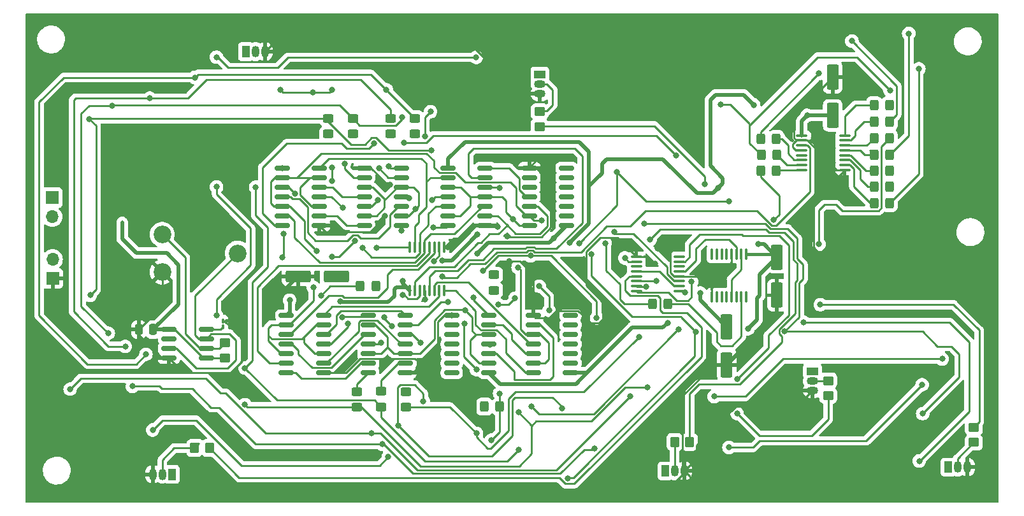
<source format=gbr>
%TF.GenerationSoftware,KiCad,Pcbnew,7.0.9*%
%TF.CreationDate,2024-02-13T17:02:03-03:00*%
%TF.ProjectId,pedido_casamento_smd,70656469-646f-45f6-9361-73616d656e74,rev?*%
%TF.SameCoordinates,Original*%
%TF.FileFunction,Copper,L2,Bot*%
%TF.FilePolarity,Positive*%
%FSLAX46Y46*%
G04 Gerber Fmt 4.6, Leading zero omitted, Abs format (unit mm)*
G04 Created by KiCad (PCBNEW 7.0.9) date 2024-02-13 17:02:03*
%MOMM*%
%LPD*%
G01*
G04 APERTURE LIST*
G04 Aperture macros list*
%AMRoundRect*
0 Rectangle with rounded corners*
0 $1 Rounding radius*
0 $2 $3 $4 $5 $6 $7 $8 $9 X,Y pos of 4 corners*
0 Add a 4 corners polygon primitive as box body*
4,1,4,$2,$3,$4,$5,$6,$7,$8,$9,$2,$3,0*
0 Add four circle primitives for the rounded corners*
1,1,$1+$1,$2,$3*
1,1,$1+$1,$4,$5*
1,1,$1+$1,$6,$7*
1,1,$1+$1,$8,$9*
0 Add four rect primitives between the rounded corners*
20,1,$1+$1,$2,$3,$4,$5,0*
20,1,$1+$1,$4,$5,$6,$7,0*
20,1,$1+$1,$6,$7,$8,$9,0*
20,1,$1+$1,$8,$9,$2,$3,0*%
G04 Aperture macros list end*
%TA.AperFunction,ComponentPad*%
%ADD10R,1.050000X1.500000*%
%TD*%
%TA.AperFunction,ComponentPad*%
%ADD11O,1.050000X1.500000*%
%TD*%
%TA.AperFunction,ComponentPad*%
%ADD12R,1.700000X1.700000*%
%TD*%
%TA.AperFunction,ComponentPad*%
%ADD13O,1.700000X1.700000*%
%TD*%
%TA.AperFunction,ComponentPad*%
%ADD14C,2.340000*%
%TD*%
%TA.AperFunction,ComponentPad*%
%ADD15R,1.500000X1.050000*%
%TD*%
%TA.AperFunction,ComponentPad*%
%ADD16O,1.500000X1.050000*%
%TD*%
%TA.AperFunction,SMDPad,CuDef*%
%ADD17RoundRect,0.150000X0.825000X0.150000X-0.825000X0.150000X-0.825000X-0.150000X0.825000X-0.150000X0*%
%TD*%
%TA.AperFunction,SMDPad,CuDef*%
%ADD18RoundRect,0.100000X0.100000X-0.637500X0.100000X0.637500X-0.100000X0.637500X-0.100000X-0.637500X0*%
%TD*%
%TA.AperFunction,SMDPad,CuDef*%
%ADD19RoundRect,0.150000X-0.825000X-0.150000X0.825000X-0.150000X0.825000X0.150000X-0.825000X0.150000X0*%
%TD*%
%TA.AperFunction,SMDPad,CuDef*%
%ADD20RoundRect,0.250000X0.450000X-0.350000X0.450000X0.350000X-0.450000X0.350000X-0.450000X-0.350000X0*%
%TD*%
%TA.AperFunction,SMDPad,CuDef*%
%ADD21RoundRect,0.250000X0.325000X0.450000X-0.325000X0.450000X-0.325000X-0.450000X0.325000X-0.450000X0*%
%TD*%
%TA.AperFunction,SMDPad,CuDef*%
%ADD22RoundRect,0.250000X-0.325000X-0.450000X0.325000X-0.450000X0.325000X0.450000X-0.325000X0.450000X0*%
%TD*%
%TA.AperFunction,SMDPad,CuDef*%
%ADD23RoundRect,0.100000X-0.637500X-0.100000X0.637500X-0.100000X0.637500X0.100000X-0.637500X0.100000X0*%
%TD*%
%TA.AperFunction,SMDPad,CuDef*%
%ADD24RoundRect,0.250000X-0.450000X0.325000X-0.450000X-0.325000X0.450000X-0.325000X0.450000X0.325000X0*%
%TD*%
%TA.AperFunction,SMDPad,CuDef*%
%ADD25RoundRect,0.250000X0.550000X-1.412500X0.550000X1.412500X-0.550000X1.412500X-0.550000X-1.412500X0*%
%TD*%
%TA.AperFunction,SMDPad,CuDef*%
%ADD26RoundRect,0.100000X-0.100000X0.637500X-0.100000X-0.637500X0.100000X-0.637500X0.100000X0.637500X0*%
%TD*%
%TA.AperFunction,SMDPad,CuDef*%
%ADD27RoundRect,0.250000X-0.450000X0.350000X-0.450000X-0.350000X0.450000X-0.350000X0.450000X0.350000X0*%
%TD*%
%TA.AperFunction,SMDPad,CuDef*%
%ADD28RoundRect,0.250000X0.450000X-0.325000X0.450000X0.325000X-0.450000X0.325000X-0.450000X-0.325000X0*%
%TD*%
%TA.AperFunction,SMDPad,CuDef*%
%ADD29RoundRect,0.250000X0.350000X0.450000X-0.350000X0.450000X-0.350000X-0.450000X0.350000X-0.450000X0*%
%TD*%
%TA.AperFunction,SMDPad,CuDef*%
%ADD30RoundRect,0.100000X0.637500X0.100000X-0.637500X0.100000X-0.637500X-0.100000X0.637500X-0.100000X0*%
%TD*%
%TA.AperFunction,SMDPad,CuDef*%
%ADD31RoundRect,0.250000X0.250000X0.475000X-0.250000X0.475000X-0.250000X-0.475000X0.250000X-0.475000X0*%
%TD*%
%TA.AperFunction,SMDPad,CuDef*%
%ADD32RoundRect,0.250000X-0.550000X1.412500X-0.550000X-1.412500X0.550000X-1.412500X0.550000X1.412500X0*%
%TD*%
%TA.AperFunction,SMDPad,CuDef*%
%ADD33RoundRect,0.250000X1.412500X0.550000X-1.412500X0.550000X-1.412500X-0.550000X1.412500X-0.550000X0*%
%TD*%
%TA.AperFunction,SMDPad,CuDef*%
%ADD34RoundRect,0.100000X0.100000X-0.217500X0.100000X0.217500X-0.100000X0.217500X-0.100000X-0.217500X0*%
%TD*%
%TA.AperFunction,ViaPad*%
%ADD35C,0.800000*%
%TD*%
%TA.AperFunction,ViaPad*%
%ADD36C,0.500000*%
%TD*%
%TA.AperFunction,Conductor*%
%ADD37C,0.250000*%
%TD*%
%TA.AperFunction,Conductor*%
%ADD38C,0.500000*%
%TD*%
%TA.AperFunction,Conductor*%
%ADD39C,0.400000*%
%TD*%
G04 APERTURE END LIST*
D10*
%TO.P,Q1,1,C*%
%TO.N,Net-(Q1-C)*%
X130780000Y-101310000D03*
D11*
%TO.P,Q1,2,B*%
%TO.N,Net-(Q1-B)*%
X132050000Y-101310000D03*
%TO.P,Q1,3,E*%
%TO.N,GND*%
X133320000Y-101310000D03*
%TD*%
D12*
%TO.P,J2,1,Pin_1*%
%TO.N,GND*%
X105105200Y-131470400D03*
D13*
%TO.P,J2,2,Pin_2*%
%TO.N,Vbat*%
X105105200Y-128930400D03*
%TD*%
D12*
%TO.P,J1,1,Pin_1*%
%TO.N,+9V*%
X105029000Y-120726200D03*
D13*
%TO.P,J1,2,Pin_2*%
%TO.N,Vbat*%
X105029000Y-123266200D03*
%TD*%
D14*
%TO.P,RV1,1,1*%
%TO.N,GND*%
X119663200Y-130618000D03*
%TO.P,RV1,2,2*%
%TO.N,Net-(U1-THR)*%
X129663200Y-128118000D03*
%TO.P,RV1,3,3*%
%TO.N,CLK*%
X119663200Y-125618000D03*
%TD*%
D10*
%TO.P,Q6,1,C*%
%TO.N,Net-(Q6-C)*%
X224100000Y-156550000D03*
D11*
%TO.P,Q6,2,B*%
%TO.N,Net-(Q6-B)*%
X225370000Y-156550000D03*
%TO.P,Q6,3,E*%
%TO.N,GND*%
X226640000Y-156550000D03*
%TD*%
D10*
%TO.P,Q4,1,C*%
%TO.N,Net-(Q4-C)*%
X186500000Y-157050000D03*
D11*
%TO.P,Q4,2,B*%
%TO.N,Net-(Q4-B)*%
X187770000Y-157050000D03*
%TO.P,Q4,3,E*%
%TO.N,GND*%
X189040000Y-157050000D03*
%TD*%
D15*
%TO.P,Q5,1,C*%
%TO.N,Net-(Q5-C)*%
X206050000Y-143810000D03*
D16*
%TO.P,Q5,2,B*%
%TO.N,Net-(Q5-B)*%
X206050000Y-145080000D03*
%TO.P,Q5,3,E*%
%TO.N,GND*%
X206050000Y-146350000D03*
%TD*%
D17*
%TO.P,U8,1*%
%TO.N,M5*%
X141082800Y-136377499D03*
%TO.P,U8,2*%
%TO.N,F0N*%
X141082800Y-137647499D03*
%TO.P,U8,3*%
%TO.N,M5F0N*%
X141082800Y-138917499D03*
%TO.P,U8,4*%
%TO.N,M6*%
X141082800Y-140187499D03*
%TO.P,U8,5*%
%TO.N,F0N*%
X141082800Y-141457499D03*
%TO.P,U8,6*%
%TO.N,M6F0N*%
X141082800Y-142727499D03*
%TO.P,U8,7,GND*%
%TO.N,GND*%
X141082800Y-143997499D03*
%TO.P,U8,8*%
%TO.N,M7F0N*%
X136132800Y-143997499D03*
%TO.P,U8,9*%
%TO.N,M7*%
X136132800Y-142727499D03*
%TO.P,U8,10*%
%TO.N,F0N*%
X136132800Y-141457499D03*
%TO.P,U8,11*%
%TO.N,M8F0N*%
X136132800Y-140187499D03*
%TO.P,U8,12*%
%TO.N,M8*%
X136132800Y-138917499D03*
%TO.P,U8,13*%
%TO.N,F0N*%
X136132800Y-137647499D03*
%TO.P,U8,14,VCC*%
%TO.N,+9V*%
X136132800Y-136377499D03*
%TD*%
D18*
%TO.P,U5,1,Q5*%
%TO.N,unconnected-(U5-Q5-Pad1)*%
X197250000Y-133925000D03*
%TO.P,U5,2,Q1*%
%TO.N,Net-(D2-A)*%
X196600000Y-133925000D03*
%TO.P,U5,3,Q0*%
%TO.N,unconnected-(U5-Q0-Pad3)*%
X195950000Y-133925000D03*
%TO.P,U5,4,Q2*%
%TO.N,MRCEN*%
X195300000Y-133925000D03*
%TO.P,U5,5,Q6*%
%TO.N,unconnected-(U5-Q6-Pad5)*%
X194650000Y-133925000D03*
%TO.P,U5,6,Q7*%
%TO.N,unconnected-(U5-Q7-Pad6)*%
X194000000Y-133925000D03*
%TO.P,U5,7,Q3*%
%TO.N,unconnected-(U5-Q3-Pad7)*%
X193350000Y-133925000D03*
%TO.P,U5,8,VSS*%
%TO.N,GND*%
X192700000Y-133925000D03*
%TO.P,U5,9,Q8*%
%TO.N,unconnected-(U5-Q8-Pad9)*%
X192700000Y-128200000D03*
%TO.P,U5,10,Q4*%
%TO.N,unconnected-(U5-Q4-Pad10)*%
X193350000Y-128200000D03*
%TO.P,U5,11,Q9*%
%TO.N,unconnected-(U5-Q9-Pad11)*%
X194000000Y-128200000D03*
%TO.P,U5,12,Cout*%
%TO.N,unconnected-(U5-Cout-Pad12)*%
X194650000Y-128200000D03*
%TO.P,U5,13,CKEN*%
%TO.N,GND*%
X195300000Y-128200000D03*
%TO.P,U5,14,CLK*%
%TO.N,COUTTr*%
X195950000Y-128200000D03*
%TO.P,U5,15,Reset*%
%TO.N,MRCEN*%
X196600000Y-128200000D03*
%TO.P,U5,16,VDD*%
%TO.N,+9V*%
X197250000Y-128200000D03*
%TD*%
D17*
%TO.P,U6,1*%
%TO.N,F0M3N*%
X162571200Y-116789200D03*
%TO.P,U6,2*%
%TO.N,COUTU3*%
X162571200Y-118059200D03*
%TO.P,U6,3*%
%TO.N,CLKTr*%
X162571200Y-119329200D03*
%TO.P,U6,4*%
%TO.N,F0*%
X162571200Y-120599200D03*
%TO.P,U6,5*%
%TO.N,M3*%
X162571200Y-121869200D03*
%TO.P,U6,6*%
%TO.N,F0M3*%
X162571200Y-123139200D03*
%TO.P,U6,7,GND*%
%TO.N,GND*%
X162571200Y-124409200D03*
%TO.P,U6,8*%
%TO.N,M1F0*%
X157621200Y-124409200D03*
%TO.P,U6,9*%
%TO.N,F0*%
X157621200Y-123139200D03*
%TO.P,U6,10*%
%TO.N,M1*%
X157621200Y-121869200D03*
%TO.P,U6,11*%
%TO.N,M2F0*%
X157621200Y-120599200D03*
%TO.P,U6,12*%
%TO.N,F0*%
X157621200Y-119329200D03*
%TO.P,U6,13*%
%TO.N,M2*%
X157621200Y-118059200D03*
%TO.P,U6,14,VCC*%
%TO.N,+9V*%
X157621200Y-116789200D03*
%TD*%
D19*
%TO.P,U9,1*%
%TO.N,M9*%
X168949600Y-143997499D03*
%TO.P,U9,2*%
%TO.N,F0N*%
X168949600Y-142727499D03*
%TO.P,U9,3*%
%TO.N,M9F0N*%
X168949600Y-141457499D03*
%TO.P,U9,4*%
%TO.N,M10*%
X168949600Y-140187499D03*
%TO.P,U9,5*%
%TO.N,F0N*%
X168949600Y-138917499D03*
%TO.P,U9,6*%
%TO.N,M10F0N*%
X168949600Y-137647499D03*
%TO.P,U9,7,GND*%
%TO.N,GND*%
X168949600Y-136377499D03*
%TO.P,U9,8*%
%TO.N,unconnected-(U9-Pad8)*%
X173899600Y-136377499D03*
%TO.P,U9,9*%
%TO.N,unconnected-(U9-Pad9)*%
X173899600Y-137647499D03*
%TO.P,U9,10*%
%TO.N,unconnected-(U9-Pad10)*%
X173899600Y-138917499D03*
%TO.P,U9,11*%
%TO.N,unconnected-(U9-Pad11)*%
X173899600Y-140187499D03*
%TO.P,U9,12*%
%TO.N,unconnected-(U9-Pad12)*%
X173899600Y-141457499D03*
%TO.P,U9,13*%
%TO.N,unconnected-(U9-Pad13)*%
X173899600Y-142727499D03*
%TO.P,U9,14,VCC*%
%TO.N,+9V*%
X173899600Y-143997499D03*
%TD*%
D20*
%TO.P,R1,1*%
%TO.N,+9V*%
X128000000Y-142000000D03*
%TO.P,R1,2*%
%TO.N,CLK*%
X128000000Y-140000000D03*
%TD*%
D21*
%TO.P,D13,1,K*%
%TO.N,Net-(D13-K)*%
X216300000Y-110650000D03*
%TO.P,D13,2,A*%
%TO.N,CO1*%
X214250000Y-110650000D03*
%TD*%
D20*
%TO.P,R4,1*%
%TO.N,BQ2*%
X169800000Y-111300000D03*
%TO.P,R4,2*%
%TO.N,Net-(Q2-B)*%
X169800000Y-109300000D03*
%TD*%
D19*
%TO.P,U11,1*%
%TO.N,M1F0N*%
X146496000Y-124409200D03*
%TO.P,U11,2*%
%TO.N,M1F0*%
X146496000Y-123139200D03*
%TO.P,U11,3*%
%TO.N,D0i*%
X146496000Y-121869200D03*
%TO.P,U11,4*%
%TO.N,M2F0N*%
X146496000Y-120599200D03*
%TO.P,U11,5*%
%TO.N,M1F0*%
X146496000Y-119329200D03*
%TO.P,U11,6*%
%TO.N,D1i*%
X146496000Y-118059200D03*
%TO.P,U11,7,GND*%
%TO.N,GND*%
X146496000Y-116789200D03*
%TO.P,U11,8*%
%TO.N,D2i*%
X151446000Y-116789200D03*
%TO.P,U11,9*%
%TO.N,M3F0N*%
X151446000Y-118059200D03*
%TO.P,U11,10*%
%TO.N,M1F0*%
X151446000Y-119329200D03*
%TO.P,U11,11*%
%TO.N,D3i*%
X151446000Y-120599200D03*
%TO.P,U11,12*%
%TO.N,M4F0N*%
X151446000Y-121869200D03*
%TO.P,U11,13*%
%TO.N,M1F0*%
X151446000Y-123139200D03*
%TO.P,U11,14,VCC*%
%TO.N,+9V*%
X151446000Y-124409200D03*
%TD*%
D15*
%TO.P,Q2,1,C*%
%TO.N,Net-(Q2-C)*%
X169850000Y-104350000D03*
D16*
%TO.P,Q2,2,B*%
%TO.N,Net-(Q2-B)*%
X169850000Y-105620000D03*
%TO.P,Q2,3,E*%
%TO.N,GND*%
X169850000Y-106890000D03*
%TD*%
D17*
%TO.P,U7,1*%
%TO.N,M2*%
X140524000Y-116789200D03*
%TO.P,U7,2*%
%TO.N,F0N*%
X140524000Y-118059200D03*
%TO.P,U7,3*%
%TO.N,M2F0N*%
X140524000Y-119329200D03*
%TO.P,U7,4*%
%TO.N,M1*%
X140524000Y-120599200D03*
%TO.P,U7,5*%
%TO.N,F0N*%
X140524000Y-121869200D03*
%TO.P,U7,6*%
%TO.N,M1F0N*%
X140524000Y-123139200D03*
%TO.P,U7,7,GND*%
%TO.N,GND*%
X140524000Y-124409200D03*
%TO.P,U7,8*%
%TO.N,M3F0N*%
X135574000Y-124409200D03*
%TO.P,U7,9*%
%TO.N,M3*%
X135574000Y-123139200D03*
%TO.P,U7,10*%
%TO.N,F0N*%
X135574000Y-121869200D03*
%TO.P,U7,11*%
%TO.N,M4F0N*%
X135574000Y-120599200D03*
%TO.P,U7,12*%
%TO.N,M4*%
X135574000Y-119329200D03*
%TO.P,U7,13*%
%TO.N,F0N*%
X135574000Y-118059200D03*
%TO.P,U7,14,VCC*%
%TO.N,+9V*%
X135574000Y-116789200D03*
%TD*%
D22*
%TO.P,D18,1,K*%
%TO.N,Net-(D16-A)*%
X199275000Y-115050000D03*
%TO.P,D18,2,A*%
%TO.N,CO4*%
X201325000Y-115050000D03*
%TD*%
D23*
%TO.P,U4,1,Q5*%
%TO.N,BQ6*%
X182662500Y-133131250D03*
%TO.P,U4,2,Q1*%
%TO.N,BQ2*%
X182662500Y-132481250D03*
%TO.P,U4,3,Q0*%
%TO.N,BQ1*%
X182662500Y-131831250D03*
%TO.P,U4,4,Q2*%
%TO.N,BQ3*%
X182662500Y-131181250D03*
%TO.P,U4,5,Q6*%
%TO.N,MRTr*%
X182662500Y-130531250D03*
%TO.P,U4,6,Q7*%
%TO.N,unconnected-(U4-Q7-Pad6)*%
X182662500Y-129881250D03*
%TO.P,U4,7,Q3*%
%TO.N,BQ4*%
X182662500Y-129231250D03*
%TO.P,U4,8,VSS*%
%TO.N,GND*%
X182662500Y-128581250D03*
%TO.P,U4,9,Q8*%
%TO.N,unconnected-(U4-Q8-Pad9)*%
X188387500Y-128581250D03*
%TO.P,U4,10,Q4*%
%TO.N,BQ5*%
X188387500Y-129231250D03*
%TO.P,U4,11,Q9*%
%TO.N,unconnected-(U4-Q9-Pad11)*%
X188387500Y-129881250D03*
%TO.P,U4,12,Cout*%
%TO.N,COUTTr*%
X188387500Y-130531250D03*
%TO.P,U4,13,CKEN*%
%TO.N,GND*%
X188387500Y-131181250D03*
%TO.P,U4,14,CLK*%
%TO.N,CLKTr*%
X188387500Y-131831250D03*
%TO.P,U4,15,Reset*%
%TO.N,MRTr*%
X188387500Y-132481250D03*
%TO.P,U4,16,VDD*%
%TO.N,+9V*%
X188387500Y-133131250D03*
%TD*%
D24*
%TO.P,D35,1,K*%
%TO.N,D1*%
X145000000Y-110225000D03*
%TO.P,D35,2,A*%
%TO.N,D1i*%
X145000000Y-112275000D03*
%TD*%
%TO.P,D42,1,K*%
%TO.N,D3*%
X153250000Y-110200000D03*
%TO.P,D42,2,A*%
%TO.N,D3i*%
X153250000Y-112250000D03*
%TD*%
D21*
%TO.P,D27,1,K*%
%TO.N,Net-(D19-A)*%
X216300000Y-108450000D03*
%TO.P,D27,2,A*%
%TO.N,CO5*%
X214250000Y-108450000D03*
%TD*%
D19*
%TO.P,U13,1*%
%TO.N,unconnected-(U13-Pad1)*%
X158129200Y-143997499D03*
%TO.P,U13,2*%
%TO.N,unconnected-(U13-Pad2)*%
X158129200Y-142727499D03*
%TO.P,U13,3*%
%TO.N,unconnected-(U13-Pad3)*%
X158129200Y-141457499D03*
%TO.P,U13,4*%
%TO.N,unconnected-(U13-Pad4)*%
X158129200Y-140187499D03*
%TO.P,U13,5*%
%TO.N,unconnected-(U13-Pad5)*%
X158129200Y-138917499D03*
%TO.P,U13,6*%
%TO.N,unconnected-(U13-Pad6)*%
X158129200Y-137647499D03*
%TO.P,U13,7,GND*%
%TO.N,GND*%
X158129200Y-136377499D03*
%TO.P,U13,8*%
%TO.N,D8i*%
X163079200Y-136377499D03*
%TO.P,U13,9*%
%TO.N,M9F0N*%
X163079200Y-137647499D03*
%TO.P,U13,10*%
%TO.N,M2F0*%
X163079200Y-138917499D03*
%TO.P,U13,11*%
%TO.N,D9i*%
X163079200Y-140187499D03*
%TO.P,U13,12*%
%TO.N,M10F0N*%
X163079200Y-141457499D03*
%TO.P,U13,13*%
%TO.N,M2F0*%
X163079200Y-142727499D03*
%TO.P,U13,14,VCC*%
%TO.N,+9V*%
X163079200Y-143997499D03*
%TD*%
D24*
%TO.P,D40,1,K*%
%TO.N,D2*%
X150000000Y-110225000D03*
%TO.P,D40,2,A*%
%TO.N,D2i*%
X150000000Y-112275000D03*
%TD*%
D25*
%TO.P,C3,1*%
%TO.N,+9V*%
X208750000Y-109787500D03*
%TO.P,C3,2*%
%TO.N,GND*%
X208750000Y-104712500D03*
%TD*%
D22*
%TO.P,D30,1,K*%
%TO.N,Net-(D25-A)*%
X199225000Y-117150000D03*
%TO.P,D30,2,A*%
%TO.N,CO8*%
X201275000Y-117150000D03*
%TD*%
D17*
%TO.P,U12,1*%
%TO.N,M5F0N*%
X151990600Y-136377499D03*
%TO.P,U12,2*%
%TO.N,M1F0*%
X151990600Y-137647499D03*
%TO.P,U12,3*%
%TO.N,D4i*%
X151990600Y-138917499D03*
%TO.P,U12,4*%
%TO.N,M6F0N*%
X151990600Y-140187499D03*
%TO.P,U12,5*%
%TO.N,M2F0*%
X151990600Y-141457499D03*
%TO.P,U12,6*%
%TO.N,D5i*%
X151990600Y-142727499D03*
%TO.P,U12,7,GND*%
%TO.N,GND*%
X151990600Y-143997499D03*
%TO.P,U12,8*%
%TO.N,D6i*%
X147040600Y-143997499D03*
%TO.P,U12,9*%
%TO.N,M7F0N*%
X147040600Y-142727499D03*
%TO.P,U12,10*%
%TO.N,M2F0*%
X147040600Y-141457499D03*
%TO.P,U12,11*%
%TO.N,D7i*%
X147040600Y-140187499D03*
%TO.P,U12,12*%
%TO.N,M8F0N*%
X147040600Y-138917499D03*
%TO.P,U12,13*%
%TO.N,M2F0*%
X147040600Y-137647499D03*
%TO.P,U12,14,VCC*%
%TO.N,+9V*%
X147040600Y-136377499D03*
%TD*%
D24*
%TO.P,D41,1,K*%
%TO.N,D0*%
X141750000Y-110225000D03*
%TO.P,D41,2,A*%
%TO.N,D0i*%
X141750000Y-112275000D03*
%TD*%
D21*
%TO.P,D29,1,K*%
%TO.N,Net-(D23-A)*%
X216300000Y-119300000D03*
%TO.P,D29,2,A*%
%TO.N,CO7*%
X214250000Y-119300000D03*
%TD*%
%TO.P,D11,1,K*%
%TO.N,Net-(D11-K)*%
X216300000Y-112800000D03*
%TO.P,D11,2,A*%
%TO.N,CO0*%
X214250000Y-112800000D03*
%TD*%
D26*
%TO.P,U3,1,Q5*%
%TO.N,M6*%
X152563400Y-127337900D03*
%TO.P,U3,2,Q1*%
%TO.N,M2*%
X153213400Y-127337900D03*
%TO.P,U3,3,Q0*%
%TO.N,M1*%
X153863400Y-127337900D03*
%TO.P,U3,4,Q2*%
%TO.N,M3*%
X154513400Y-127337900D03*
%TO.P,U3,5,Q6*%
%TO.N,M7*%
X155163400Y-127337900D03*
%TO.P,U3,6,Q7*%
%TO.N,M8*%
X155813400Y-127337900D03*
%TO.P,U3,7,Q3*%
%TO.N,M4*%
X156463400Y-127337900D03*
%TO.P,U3,8,VSS*%
%TO.N,GND*%
X157113400Y-127337900D03*
%TO.P,U3,9,Q8*%
%TO.N,M9*%
X157113400Y-133062900D03*
%TO.P,U3,10,Q4*%
%TO.N,M5*%
X156463400Y-133062900D03*
%TO.P,U3,11,Q9*%
%TO.N,M10*%
X155813400Y-133062900D03*
%TO.P,U3,12,Cout*%
%TO.N,COUTU3*%
X155163400Y-133062900D03*
%TO.P,U3,13,CKEN*%
%TO.N,GND*%
X154513400Y-133062900D03*
%TO.P,U3,14,CLK*%
%TO.N,CLK*%
X153863400Y-133062900D03*
%TO.P,U3,15,Reset*%
%TO.N,F0M3*%
X153213400Y-133062900D03*
%TO.P,U3,16,VDD*%
%TO.N,+9V*%
X152563400Y-133062900D03*
%TD*%
D27*
%TO.P,R13,1*%
%TO.N,BQ6*%
X227500000Y-151250000D03*
%TO.P,R13,2*%
%TO.N,Net-(Q6-B)*%
X227500000Y-153250000D03*
%TD*%
D22*
%TO.P,D58,1,K*%
%TO.N,D7*%
X145975000Y-132500000D03*
%TO.P,D58,2,A*%
%TO.N,D7i*%
X148025000Y-132500000D03*
%TD*%
D28*
%TO.P,D57,1,K*%
%TO.N,D6*%
X145500000Y-148550000D03*
%TO.P,D57,2,A*%
%TO.N,D6i*%
X145500000Y-146500000D03*
%TD*%
D29*
%TO.P,R6,1*%
%TO.N,BQ3*%
X125950000Y-154000000D03*
%TO.P,R6,2*%
%TO.N,Net-(Q3-B)*%
X123950000Y-154000000D03*
%TD*%
D30*
%TO.P,U2,1,Q5*%
%TO.N,CO5*%
X210362500Y-112475000D03*
%TO.P,U2,2,Q1*%
%TO.N,CO1*%
X210362500Y-113125000D03*
%TO.P,U2,3,Q0*%
%TO.N,CO0*%
X210362500Y-113775000D03*
%TO.P,U2,4,Q2*%
%TO.N,CO2*%
X210362500Y-114425000D03*
%TO.P,U2,5,Q6*%
%TO.N,CO6*%
X210362500Y-115075000D03*
%TO.P,U2,6,Q7*%
%TO.N,CO7*%
X210362500Y-115725000D03*
%TO.P,U2,7,Q3*%
%TO.N,CO3*%
X210362500Y-116375000D03*
%TO.P,U2,8,VSS*%
%TO.N,GND*%
X210362500Y-117025000D03*
%TO.P,U2,9,Q8*%
%TO.N,CO8*%
X204637500Y-117025000D03*
%TO.P,U2,10,Q4*%
%TO.N,CO4*%
X204637500Y-116375000D03*
%TO.P,U2,11,Q9*%
%TO.N,CO9*%
X204637500Y-115725000D03*
%TO.P,U2,12,Cout*%
%TO.N,unconnected-(U2-Cout-Pad12)*%
X204637500Y-115075000D03*
%TO.P,U2,13,CKEN*%
%TO.N,GND*%
X204637500Y-114425000D03*
%TO.P,U2,14,CLK*%
%TO.N,CLK*%
X204637500Y-113775000D03*
%TO.P,U2,15,Reset*%
%TO.N,GND*%
X204637500Y-113125000D03*
%TO.P,U2,16,VDD*%
%TO.N,+9V*%
X204637500Y-112475000D03*
%TD*%
D21*
%TO.P,D60,1,K*%
%TO.N,D9*%
X164525000Y-148500000D03*
%TO.P,D60,2,A*%
%TO.N,D9i*%
X162475000Y-148500000D03*
%TD*%
%TO.P,D15,1,K*%
%TO.N,Net-(D10-A)*%
X216300000Y-121450000D03*
%TO.P,D15,2,A*%
%TO.N,CO3*%
X214250000Y-121450000D03*
%TD*%
D29*
%TO.P,R8,1*%
%TO.N,BQ4*%
X189750000Y-153200000D03*
%TO.P,R8,2*%
%TO.N,Net-(Q4-B)*%
X187750000Y-153200000D03*
%TD*%
D10*
%TO.P,Q3,1,C*%
%TO.N,Net-(Q3-C)*%
X120950000Y-157500000D03*
D11*
%TO.P,Q3,2,B*%
%TO.N,Net-(Q3-B)*%
X119680000Y-157500000D03*
%TO.P,Q3,3,E*%
%TO.N,GND*%
X118410000Y-157500000D03*
%TD*%
D31*
%TO.P,C1,1*%
%TO.N,+9V*%
X118450000Y-138250000D03*
%TO.P,C1,2*%
%TO.N,GND*%
X116550000Y-138250000D03*
%TD*%
D28*
%TO.P,D45,1,K*%
%TO.N,D4*%
X152000000Y-148550000D03*
%TO.P,D45,2,A*%
%TO.N,D4i*%
X152000000Y-146500000D03*
%TD*%
D32*
%TO.P,C5,1*%
%TO.N,+9V*%
X194650000Y-137862500D03*
%TO.P,C5,2*%
%TO.N,GND*%
X194650000Y-142937500D03*
%TD*%
D19*
%TO.P,U10,1*%
%TO.N,F0*%
X168441600Y-124409200D03*
%TO.P,U10,2*%
%TO.N,F0N*%
X168441600Y-123139200D03*
%TO.P,U10,3*%
%TO.N,F0M3*%
X168441600Y-121869200D03*
%TO.P,U10,4*%
%TO.N,F0M3N*%
X168441600Y-120599200D03*
%TO.P,U10,5*%
%TO.N,unconnected-(U10-Pad5)*%
X168441600Y-119329200D03*
%TO.P,U10,6*%
%TO.N,unconnected-(U10-Pad6)*%
X168441600Y-118059200D03*
%TO.P,U10,7,GND*%
%TO.N,GND*%
X168441600Y-116789200D03*
%TO.P,U10,8*%
%TO.N,unconnected-(U10-Pad8)*%
X173391600Y-116789200D03*
%TO.P,U10,9*%
%TO.N,unconnected-(U10-Pad9)*%
X173391600Y-118059200D03*
%TO.P,U10,10*%
%TO.N,unconnected-(U10-Pad10)*%
X173391600Y-119329200D03*
%TO.P,U10,11*%
%TO.N,unconnected-(U10-Pad11)*%
X173391600Y-120599200D03*
%TO.P,U10,12*%
%TO.N,unconnected-(U10-Pad12)*%
X173391600Y-121869200D03*
%TO.P,U10,13*%
%TO.N,unconnected-(U10-Pad13)*%
X173391600Y-123139200D03*
%TO.P,U10,14,VCC*%
%TO.N,+9V*%
X173391600Y-124409200D03*
%TD*%
D32*
%TO.P,C6,1*%
%TO.N,+9V*%
X201350000Y-128625000D03*
%TO.P,C6,2*%
%TO.N,GND*%
X201350000Y-133700000D03*
%TD*%
D20*
%TO.P,R11,1*%
%TO.N,BQ5*%
X208150000Y-147050000D03*
%TO.P,R11,2*%
%TO.N,Net-(Q5-B)*%
X208150000Y-145050000D03*
%TD*%
D22*
%TO.P,D2,1,K*%
%TO.N,F0*%
X184775000Y-134850000D03*
%TO.P,D2,2,A*%
%TO.N,Net-(D2-A)*%
X186825000Y-134850000D03*
%TD*%
D21*
%TO.P,D28,1,K*%
%TO.N,Net-(D21-A)*%
X216325000Y-117150000D03*
%TO.P,D28,2,A*%
%TO.N,CO6*%
X214275000Y-117150000D03*
%TD*%
%TO.P,D14,1,K*%
%TO.N,Net-(D14-K)*%
X216325000Y-115000000D03*
%TO.P,D14,2,A*%
%TO.N,CO2*%
X214275000Y-115000000D03*
%TD*%
D33*
%TO.P,C4,1*%
%TO.N,+9V*%
X142787500Y-131200000D03*
%TO.P,C4,2*%
%TO.N,GND*%
X137712500Y-131200000D03*
%TD*%
D28*
%TO.P,D56,1,K*%
%TO.N,D5*%
X148750000Y-148525000D03*
%TO.P,D56,2,A*%
%TO.N,D5i*%
X148750000Y-146475000D03*
%TD*%
D24*
%TO.P,D59,1,K*%
%TO.N,D8*%
X163750000Y-130975000D03*
%TO.P,D59,2,A*%
%TO.N,D8i*%
X163750000Y-133025000D03*
%TD*%
D19*
%TO.P,U1,1,GND*%
%TO.N,GND*%
X120550000Y-142040000D03*
%TO.P,U1,2,TR*%
%TO.N,Net-(U1-THR)*%
X120550000Y-140770000D03*
%TO.P,U1,3,Q*%
%TO.N,unconnected-(U1-Q-Pad3)*%
X120550000Y-139500000D03*
%TO.P,U1,4,R*%
%TO.N,+9V*%
X120550000Y-138230000D03*
%TO.P,U1,5,CV*%
%TO.N,Net-(U1-CV)*%
X125500000Y-138230000D03*
%TO.P,U1,6,THR*%
%TO.N,Net-(U1-THR)*%
X125500000Y-139500000D03*
%TO.P,U1,7,DIS*%
%TO.N,CLK*%
X125500000Y-140770000D03*
%TO.P,U1,8,VCC*%
%TO.N,+9V*%
X125500000Y-142040000D03*
%TD*%
D22*
%TO.P,D12,1,K*%
%TO.N,Net-(D11-K)*%
X199225000Y-112950000D03*
%TO.P,D12,2,A*%
%TO.N,CO9*%
X201275000Y-112950000D03*
%TD*%
D34*
%TO.P,C2,1*%
%TO.N,Net-(U1-CV)*%
X127750000Y-137907500D03*
%TO.P,C2,2*%
%TO.N,GND*%
X127750000Y-137092500D03*
%TD*%
D35*
%TO.N,GND*%
X165750000Y-129200000D03*
X195206250Y-130206250D03*
D36*
X134250000Y-133100000D03*
D35*
X149225500Y-123151188D03*
X165500000Y-125850000D03*
X216650000Y-125650000D03*
X185150000Y-129550000D03*
X185512701Y-127462701D03*
X158100000Y-136350000D03*
X169850000Y-115300000D03*
X205950000Y-131474500D03*
X164250000Y-124600000D03*
X154550000Y-134290300D03*
X157650000Y-127337900D03*
X149890793Y-119008385D03*
%TO.N,GND4*%
X171050000Y-135700000D03*
X169750000Y-132500000D03*
X164313604Y-134936396D03*
X166534500Y-134100000D03*
%TO.N,BQ5*%
X196050000Y-149400000D03*
X196100000Y-144800000D03*
%TO.N,GND1*%
X135331200Y-106400600D03*
X142189200Y-106400600D03*
X139650000Y-106750000D03*
%TO.N,BQ6*%
X207100000Y-134950000D03*
X190000000Y-131905750D03*
%TO.N,+9V*%
X143300000Y-134475500D03*
D36*
X114350000Y-124000000D03*
D35*
X151650000Y-131800000D03*
X189100000Y-133350000D03*
X198850000Y-126900000D03*
X194924500Y-137862500D03*
X173800000Y-126750000D03*
X161550000Y-125600000D03*
X197500000Y-138150000D03*
X198250000Y-108400000D03*
X142787500Y-131200000D03*
X191150000Y-133400000D03*
X161550000Y-128150000D03*
X186850000Y-137350000D03*
X171700400Y-126100400D03*
X151450000Y-125150000D03*
X193550000Y-119450000D03*
X143574500Y-136650368D03*
X136600000Y-134350000D03*
X156900500Y-129050000D03*
X135574000Y-116789200D03*
X205362500Y-109787500D03*
%TO.N,CLK*%
X151650000Y-133700000D03*
X156900000Y-131225500D03*
%TO.N,GND2*%
X155318000Y-109296200D03*
X154587701Y-112562299D03*
%TO.N,BQ2*%
X191750000Y-118900000D03*
X183950000Y-132555750D03*
%TO.N,BQ1*%
X185300000Y-131800000D03*
%TO.N,BQ4*%
X184487299Y-126287299D03*
X181137299Y-128737299D03*
%TO.N,CLKTr*%
X179700000Y-125265296D03*
X164500000Y-119450000D03*
%TO.N,M6*%
X148158200Y-127355600D03*
X144374100Y-137462701D03*
%TO.N,M1*%
X143637000Y-122097800D03*
X146278600Y-127431800D03*
%TO.N,M4*%
X137287000Y-120167400D03*
X155800000Y-129175500D03*
%TO.N,D8i*%
X161000000Y-134000000D03*
X163750000Y-133025000D03*
%TO.N,M2F0*%
X159950000Y-135700000D03*
X155524200Y-121005600D03*
%TO.N,D9i*%
X162475000Y-148500000D03*
X163250000Y-140250000D03*
%TO.N,F0*%
X166273700Y-123576300D03*
X178500000Y-126775500D03*
%TO.N,M1F0*%
X153339800Y-122220399D03*
X157650000Y-134600000D03*
X155683441Y-124666094D03*
%TO.N,F0N*%
X170115900Y-123750000D03*
X140150000Y-127800000D03*
X139750000Y-132650000D03*
X166950000Y-130000000D03*
%TO.N,M3F0N*%
X147802600Y-113512600D03*
X148450000Y-116800000D03*
%TO.N,D0i*%
X148309847Y-121059847D03*
X141750000Y-112275000D03*
%TO.N,D1i*%
X145000000Y-112275000D03*
X143874500Y-116224500D03*
%TO.N,D2i*%
X150000000Y-112275000D03*
X149766597Y-116566262D03*
%TO.N,D3i*%
X152500000Y-120750000D03*
X153250000Y-112250000D03*
%TO.N,D4i*%
X154000000Y-140000000D03*
X152000000Y-146500000D03*
%TO.N,D7i*%
X148025000Y-132500000D03*
X148750000Y-140000000D03*
%TO.N,Net-(D16-A)*%
X216350000Y-106450000D03*
X193906600Y-108302600D03*
%TO.N,Net-(D19-A)*%
X216350000Y-108450000D03*
%TO.N,Net-(D21-A)*%
X216325000Y-117150000D03*
%TO.N,Net-(D23-A)*%
X216350000Y-119450000D03*
%TO.N,Net-(D25-A)*%
X200933400Y-123698000D03*
%TO.N,D0*%
X155425353Y-114424647D03*
X181841600Y-147142200D03*
X107419600Y-146174000D03*
X147450000Y-152066800D03*
X110000000Y-110250000D03*
X110100000Y-133700000D03*
%TO.N,D1*%
X115700000Y-145800000D03*
X112500000Y-138750000D03*
X151500000Y-110000000D03*
X148900000Y-153500000D03*
X150150000Y-137800000D03*
X149150000Y-136650000D03*
X177123200Y-154074001D03*
X113000000Y-108500000D03*
%TO.N,D2*%
X151000000Y-151000000D03*
X149700000Y-155150000D03*
X114750000Y-140500000D03*
X150000000Y-110070300D03*
X118400000Y-151600000D03*
X172748400Y-148742400D03*
X154358800Y-147784400D03*
X118000000Y-107500000D03*
%TO.N,D3*%
X161420000Y-143583200D03*
X177377200Y-136700401D03*
X194950000Y-121200000D03*
X149425000Y-106375000D03*
X159800000Y-137450000D03*
X168600000Y-128450000D03*
X162300000Y-130450000D03*
X117500000Y-141550000D03*
X180100000Y-117300000D03*
X175050000Y-126800000D03*
X124000000Y-104750000D03*
%TO.N,D4*%
X183029400Y-139217400D03*
X126879000Y-102057200D03*
X126879000Y-119300000D03*
X161420000Y-152066800D03*
X161394600Y-102082600D03*
X126882000Y-136372600D03*
%TO.N,D5*%
X190579200Y-138579400D03*
X132083000Y-119329200D03*
X173550000Y-158025500D03*
X167008000Y-154222800D03*
X130660600Y-143383000D03*
X176700000Y-128250000D03*
%TO.N,D6*%
X223297400Y-142163800D03*
X135750000Y-125500000D03*
X130660600Y-148254401D03*
X193000000Y-147150000D03*
X135642000Y-128700000D03*
X167008000Y-149232400D03*
X184150000Y-145900000D03*
%TO.N,D7*%
X220633400Y-145592800D03*
X145950000Y-132450000D03*
X194976200Y-153923800D03*
X145298047Y-126451954D03*
X142250000Y-128600000D03*
X188300000Y-138250000D03*
X140750000Y-133750000D03*
X168750000Y-148450000D03*
X142237701Y-116762299D03*
X142237701Y-118512299D03*
%TO.N,D8*%
X220709600Y-149428200D03*
X183700000Y-124200000D03*
X163750000Y-130975000D03*
X202364800Y-138526201D03*
%TO.N,D9*%
X204900000Y-137300000D03*
X164500000Y-146750000D03*
X151750000Y-113450000D03*
X163400000Y-152950000D03*
X220252400Y-155727400D03*
X187966000Y-115112800D03*
%TO.N,Net-(D11-K)*%
X206933800Y-104235600D03*
X206933800Y-126920800D03*
X216300000Y-112800000D03*
%TO.N,Net-(D13-K)*%
X211302600Y-99917600D03*
%TO.N,Net-(D14-K)*%
X218859600Y-98904600D03*
%TO.N,Net-(D10-A)*%
X220189600Y-103603600D03*
%TD*%
D37*
%TO.N,M4F0N*%
X149950000Y-122984292D02*
X151065092Y-121869200D01*
X149950000Y-124600000D02*
X149950000Y-122984292D01*
X148400000Y-126150000D02*
X149950000Y-124600000D01*
X146021398Y-126150000D02*
X148400000Y-126150000D01*
X145598352Y-125726954D02*
X146021398Y-126150000D01*
X144997742Y-125726954D02*
X145598352Y-125726954D01*
X140050000Y-126450000D02*
X144274696Y-126450000D01*
X144274696Y-126450000D02*
X144997742Y-125726954D01*
X137935805Y-120892400D02*
X139000000Y-121956595D01*
X139000000Y-121956595D02*
X139000000Y-125400000D01*
X136986695Y-120892400D02*
X137935805Y-120892400D01*
X136693495Y-120599200D02*
X136986695Y-120892400D01*
X151065092Y-121869200D02*
X151446000Y-121869200D01*
X135574000Y-120599200D02*
X136693495Y-120599200D01*
X139000000Y-125400000D02*
X140050000Y-126450000D01*
%TO.N,D2*%
X112500000Y-140500000D02*
X114750000Y-140500000D01*
X107900000Y-135900000D02*
X112500000Y-140500000D01*
X107900000Y-107750000D02*
X107900000Y-135900000D01*
X108150000Y-107500000D02*
X107900000Y-107750000D01*
X118000000Y-107500000D02*
X108150000Y-107500000D01*
%TO.N,D1*%
X108900000Y-135150000D02*
X112500000Y-138750000D01*
X109950000Y-108500000D02*
X108900000Y-109550000D01*
X108900000Y-109550000D02*
X108900000Y-135150000D01*
X113000000Y-108500000D02*
X109950000Y-108500000D01*
%TO.N,GND*%
X149633080Y-119008385D02*
X147413895Y-116789200D01*
X147413895Y-116789200D02*
X146496000Y-116789200D01*
X149890793Y-119008385D02*
X149633080Y-119008385D01*
%TO.N,M1F0*%
X149250000Y-120974695D02*
X149250000Y-121000000D01*
X147604505Y-119329200D02*
X149250000Y-120974695D01*
X146496000Y-119329200D02*
X147604505Y-119329200D01*
%TO.N,M3F0N*%
X148450000Y-116800000D02*
X149709200Y-118059200D01*
X149709200Y-118059200D02*
X151446000Y-118059200D01*
%TO.N,D1i*%
X143874500Y-116224500D02*
X143874500Y-116874500D01*
X143874500Y-116874500D02*
X145059200Y-118059200D01*
X145059200Y-118059200D02*
X146496000Y-118059200D01*
%TO.N,D7*%
X142237701Y-116762299D02*
X142237701Y-118512299D01*
%TO.N,Net-(Q2-B)*%
X170770000Y-105620000D02*
X169850000Y-105620000D01*
X171550000Y-108400000D02*
X171550000Y-106400000D01*
X171550000Y-106400000D02*
X170770000Y-105620000D01*
X170750000Y-109200000D02*
X171550000Y-108400000D01*
X169900000Y-109200000D02*
X170750000Y-109200000D01*
%TO.N,GND*%
X135180000Y-99450000D02*
X133320000Y-101310000D01*
X159787305Y-99450000D02*
X135180000Y-99450000D01*
X167227305Y-106890000D02*
X159787305Y-99450000D01*
X169850000Y-106890000D02*
X167227305Y-106890000D01*
D38*
%TO.N,+9V*%
X186200000Y-138000000D02*
X186850000Y-137350000D01*
X182100000Y-138000000D02*
X186200000Y-138000000D01*
X176102501Y-143997499D02*
X182100000Y-138000000D01*
X192500000Y-116500000D02*
X192500000Y-107750000D01*
X193200000Y-107050000D02*
X196900000Y-107050000D01*
X194150000Y-118150000D02*
X192500000Y-116500000D01*
X194150000Y-118850000D02*
X194150000Y-118150000D01*
X192500000Y-107750000D02*
X193200000Y-107050000D01*
X193550000Y-119450000D02*
X194150000Y-118850000D01*
X196900000Y-107050000D02*
X198250000Y-108400000D01*
X171100000Y-126700000D02*
X171699600Y-126100400D01*
X171699600Y-126100400D02*
X171700400Y-126100400D01*
X163000000Y-126700000D02*
X171100000Y-126700000D01*
X161550000Y-128150000D02*
X163000000Y-126700000D01*
D37*
X161550000Y-128150000D02*
X161574599Y-128150000D01*
%TO.N,M4*%
X156463400Y-128461795D02*
X156463400Y-127337900D01*
X155800000Y-129175500D02*
X155800000Y-129125195D01*
X155800000Y-129125195D02*
X156463400Y-128461795D01*
%TO.N,D3*%
X184000000Y-121200000D02*
X180100000Y-117300000D01*
X194950000Y-121200000D02*
X184000000Y-121200000D01*
%TO.N,GND*%
X157113400Y-127337900D02*
X157650000Y-127337900D01*
X119663200Y-135136800D02*
X119663200Y-130618000D01*
X128750000Y-144000000D02*
X122510000Y-144000000D01*
D38*
X201350000Y-136237500D02*
X194650000Y-142937500D01*
D37*
X205950000Y-127567600D02*
X206208800Y-127308800D01*
X175975000Y-127925000D02*
X175975000Y-132425000D01*
X159650000Y-126100000D02*
X161340800Y-124409200D01*
X122510000Y-144000000D02*
X120550000Y-142040000D01*
X186315000Y-160000000D02*
X119700000Y-160000000D01*
X185150000Y-129550000D02*
X184181250Y-128581250D01*
X118410000Y-158710000D02*
X118410000Y-157500000D01*
X177849500Y-126050500D02*
X175975000Y-127925000D01*
X208750000Y-104712500D02*
X203575000Y-109887500D01*
X144092804Y-143997499D02*
X145987804Y-142102499D01*
X195900000Y-148450000D02*
X203950000Y-148450000D01*
X224350000Y-160000000D02*
X226640000Y-157710000D01*
X192700000Y-132712500D02*
X192700000Y-133925000D01*
X194650000Y-142937500D02*
X192926104Y-142937500D01*
X158351300Y-126100000D02*
X159650000Y-126100000D01*
X171290400Y-124722596D02*
X171290400Y-118663001D01*
X205950000Y-131474500D02*
X205950000Y-127567600D01*
X169249599Y-136677498D02*
X168949600Y-136377499D01*
X189040000Y-157050000D02*
X189040000Y-157275000D01*
X203575000Y-112799999D02*
X203900001Y-113125000D01*
X167175305Y-129200000D02*
X165750000Y-129200000D01*
X153252499Y-142102499D02*
X154075000Y-142925000D01*
X195300000Y-130112500D02*
X195206250Y-130206250D01*
X188387500Y-131181250D02*
X187696188Y-131181250D01*
X158127499Y-136377499D02*
X158100000Y-136350000D01*
X195300000Y-128200000D02*
X195300000Y-130112500D01*
X149225500Y-123330608D02*
X149225500Y-123151188D01*
X141082800Y-143997499D02*
X144092804Y-143997499D01*
X203875000Y-114425000D02*
X204637500Y-114425000D01*
X187200000Y-127500000D02*
X186750000Y-127050000D01*
X154550000Y-133099500D02*
X154513400Y-133062900D01*
X203450000Y-114000000D02*
X203875000Y-114425000D01*
X175975000Y-132425000D02*
X178200000Y-134650000D01*
X164250000Y-124600000D02*
X162762000Y-124600000D01*
X157114688Y-136377499D02*
X156263600Y-137228587D01*
X203575000Y-109887500D02*
X203575000Y-112799999D01*
X206208800Y-127308800D02*
X207100000Y-128200000D01*
D38*
X135812500Y-133100000D02*
X137712500Y-131200000D01*
D37*
X145987804Y-142102499D02*
X153252499Y-142102499D01*
X168949600Y-136377499D02*
X168949600Y-130974295D01*
X170036196Y-125976800D02*
X171290400Y-124722596D01*
X127750000Y-137092500D02*
X127949999Y-137092500D01*
X214100000Y-128200000D02*
X216650000Y-125650000D01*
X165500000Y-125850000D02*
X165626800Y-125976800D01*
X116550000Y-138975000D02*
X119615000Y-142040000D01*
X187696188Y-131181250D02*
X187200000Y-130685062D01*
X204637500Y-113125000D02*
X205374999Y-113125000D01*
X203450000Y-113575001D02*
X203450000Y-114000000D01*
X191168750Y-131181250D02*
X192700000Y-132712500D01*
X127949999Y-137092500D02*
X130250000Y-139392501D01*
X130250000Y-139392501D02*
X130250000Y-142500000D01*
X154075000Y-142925000D02*
X153002501Y-143997499D01*
X119700000Y-160000000D02*
X118410000Y-158710000D01*
X168949600Y-130974295D02*
X167175305Y-129200000D01*
X178200000Y-134650000D02*
X178200000Y-136902906D01*
X172050000Y-135750000D02*
X171122502Y-136677498D01*
X147301508Y-125254600D02*
X149225500Y-123330608D01*
X130250000Y-142500000D02*
X128750000Y-144000000D01*
D38*
X201350000Y-133700000D02*
X201350000Y-136237500D01*
D37*
X178200000Y-136902906D02*
X177677505Y-137425401D01*
X192926104Y-142937500D02*
X188825000Y-147038604D01*
X195206250Y-130206250D02*
X192700000Y-132712500D01*
X165626800Y-125976800D02*
X170036196Y-125976800D01*
X189790000Y-157800000D02*
X189790000Y-158790000D01*
X203900001Y-113125000D02*
X203450000Y-113575001D01*
X169416599Y-116789200D02*
X168441600Y-116789200D01*
X190675000Y-155415000D02*
X190675000Y-153675000D01*
X189040000Y-157050000D02*
X190675000Y-155415000D01*
X153002501Y-143997499D02*
X151990600Y-143997499D01*
X119615000Y-142040000D02*
X120550000Y-142040000D01*
X203950000Y-148450000D02*
X206050000Y-146350000D01*
X191000000Y-160000000D02*
X224350000Y-160000000D01*
X210362500Y-117025000D02*
X206208800Y-121178700D01*
X226640000Y-157710000D02*
X226640000Y-156550000D01*
X158129200Y-136377499D02*
X157114688Y-136377499D01*
X116550000Y-138250000D02*
X116550000Y-138975000D01*
X206208800Y-121178700D02*
X206208800Y-127308800D01*
X185925402Y-127050000D02*
X185512701Y-127462701D01*
X162762000Y-124600000D02*
X162571200Y-124409200D01*
D38*
X134250000Y-133100000D02*
X135812500Y-133100000D01*
D37*
X188825000Y-156835000D02*
X189040000Y-157050000D01*
X140524000Y-124409200D02*
X141369400Y-125254600D01*
X205374999Y-113125000D02*
X209274999Y-117025000D01*
X186750000Y-127050000D02*
X185925402Y-127050000D01*
X158129200Y-136377499D02*
X158127499Y-136377499D01*
X157113400Y-127337900D02*
X158351300Y-126100000D01*
X207100000Y-128200000D02*
X214100000Y-128200000D01*
X209274999Y-117025000D02*
X210362500Y-117025000D01*
X171290400Y-118663001D02*
X169416599Y-116789200D01*
X171122502Y-136677498D02*
X169249599Y-136677498D01*
X156263600Y-140736400D02*
X154075000Y-142925000D01*
X177677505Y-137425401D02*
X176598410Y-137425401D01*
X141369400Y-125254600D02*
X147301508Y-125254600D01*
X168441600Y-116789200D02*
X168441600Y-116708400D01*
X187200000Y-130685062D02*
X187200000Y-127500000D01*
X190675000Y-153675000D02*
X195900000Y-148450000D01*
X203900001Y-113125000D02*
X204637500Y-113125000D01*
X168441600Y-116708400D02*
X169850000Y-115300000D01*
X189040000Y-157050000D02*
X189790000Y-157800000D01*
X176598410Y-137425401D02*
X174923009Y-135750000D01*
X116550000Y-138250000D02*
X119663200Y-135136800D01*
X188825000Y-147038604D02*
X188825000Y-156835000D01*
X174923009Y-135750000D02*
X172050000Y-135750000D01*
X188387500Y-131181250D02*
X191168750Y-131181250D01*
X156263600Y-137228587D02*
X156263600Y-140736400D01*
X189040000Y-157275000D02*
X186315000Y-160000000D01*
X180131750Y-126050500D02*
X177849500Y-126050500D01*
X182662500Y-128581250D02*
X180131750Y-126050500D01*
X184181250Y-128581250D02*
X182662500Y-128581250D01*
X161340800Y-124409200D02*
X162571200Y-124409200D01*
X189790000Y-158790000D02*
X191000000Y-160000000D01*
X154550000Y-134290300D02*
X154550000Y-133099500D01*
%TO.N,GND4*%
X164313604Y-134936396D02*
X165698104Y-134936396D01*
X165698104Y-134936396D02*
X166534500Y-134100000D01*
X169750000Y-132500000D02*
X171050000Y-133800000D01*
X171050000Y-133800000D02*
X171050000Y-135700000D01*
%TO.N,BQ5*%
X188387500Y-129231250D02*
X189124999Y-129231250D01*
X208150000Y-150150000D02*
X208150000Y-147050000D01*
X196823000Y-125773000D02*
X201623000Y-125773000D01*
X202900000Y-136329300D02*
X200200000Y-139029300D01*
X189750000Y-126950000D02*
X191050000Y-125650000D01*
X201623000Y-125773000D02*
X202900000Y-127050000D01*
X200200000Y-139029300D02*
X200200000Y-140700000D01*
X191050000Y-125650000D02*
X196700000Y-125650000D01*
X202900000Y-127050000D02*
X202900000Y-136329300D01*
X200225000Y-140675000D02*
X196100000Y-144800000D01*
X199000000Y-152350000D02*
X205950000Y-152350000D01*
X196700000Y-125650000D02*
X196823000Y-125773000D01*
X196050000Y-149400000D02*
X199000000Y-152350000D01*
X189124999Y-129231250D02*
X189750000Y-128606249D01*
X205950000Y-152350000D02*
X208150000Y-150150000D01*
X189750000Y-128606249D02*
X189750000Y-126950000D01*
%TO.N,Net-(Q5-B)*%
X208150000Y-145050000D02*
X206080000Y-145050000D01*
X206080000Y-145050000D02*
X206050000Y-145080000D01*
%TO.N,GND1*%
X139650000Y-106750000D02*
X135680600Y-106750000D01*
X135680600Y-106750000D02*
X135331200Y-106400600D01*
X141839800Y-106750000D02*
X142189200Y-106400600D01*
X139650000Y-106750000D02*
X141839800Y-106750000D01*
%TO.N,BQ6*%
X182831250Y-133300000D02*
X182662500Y-133131250D01*
X228200000Y-138350000D02*
X228200000Y-150550000D01*
X189550000Y-134400000D02*
X188050000Y-134400000D01*
X186950000Y-133300000D02*
X182831250Y-133300000D01*
X207100000Y-134950000D02*
X224800000Y-134950000D01*
X188050000Y-134400000D02*
X186950000Y-133300000D01*
X190000000Y-133950000D02*
X189550000Y-134400000D01*
X228200000Y-150550000D02*
X227500000Y-151250000D01*
X190000000Y-131905750D02*
X190000000Y-133950000D01*
X224800000Y-134950000D02*
X228200000Y-138350000D01*
%TO.N,Net-(Q6-B)*%
X227500000Y-153250000D02*
X225370000Y-155380000D01*
X225370000Y-155380000D02*
X225370000Y-156550000D01*
D38*
%TO.N,+9V*%
X136600000Y-134350000D02*
X136600000Y-135910299D01*
X186150000Y-115600000D02*
X190700000Y-120150000D01*
X176350000Y-114600000D02*
X176350000Y-124200000D01*
X151650000Y-131800000D02*
X151650000Y-132149500D01*
X114350000Y-126200000D02*
X114350000Y-124000000D01*
D37*
X121309092Y-138230000D02*
X125119092Y-142040000D01*
D38*
X176102501Y-143997499D02*
X174613101Y-145486899D01*
X176350000Y-119200000D02*
X178100000Y-117450000D01*
X175050000Y-113300000D02*
X176350000Y-114600000D01*
X150775000Y-132625000D02*
X150500000Y-132900000D01*
D37*
X147040600Y-136377499D02*
X146918099Y-136500000D01*
D38*
X178100000Y-116250000D02*
X178750000Y-115600000D01*
X150500000Y-133800000D02*
X149700000Y-134600000D01*
X150500000Y-132900000D02*
X150500000Y-133800000D01*
X192850000Y-120150000D02*
X193550000Y-119450000D01*
X194650000Y-137862500D02*
X191150000Y-134362500D01*
X157621200Y-115578800D02*
X159900000Y-113300000D01*
X199050000Y-133750000D02*
X198700000Y-134100000D01*
X118450000Y-138250000D02*
X120530000Y-138250000D01*
X157621200Y-116789200D02*
X157621200Y-115578800D01*
D37*
X189100000Y-133350000D02*
X188881250Y-133131250D01*
D38*
X191150000Y-134362500D02*
X191150000Y-133400000D01*
D37*
X120530000Y-138250000D02*
X120550000Y-138230000D01*
X188881250Y-133131250D02*
X188387500Y-133131250D01*
D38*
X143424500Y-134600000D02*
X143300000Y-134475500D01*
X159900000Y-113300000D02*
X175050000Y-113300000D01*
X208750000Y-109787500D02*
X205362500Y-109787500D01*
X158100000Y-129050000D02*
X161550000Y-125600000D01*
X201350000Y-128625000D02*
X199625000Y-126900000D01*
D37*
X125500000Y-142040000D02*
X127960000Y-142040000D01*
X125119092Y-142040000D02*
X125500000Y-142040000D01*
D39*
X200925000Y-128200000D02*
X197250000Y-128200000D01*
D38*
X198700000Y-134100000D02*
X198700000Y-136950000D01*
D37*
X143724868Y-136500000D02*
X143574500Y-136650368D01*
X127960000Y-142040000D02*
X128000000Y-142000000D01*
X152225250Y-132724750D02*
X152125500Y-132625000D01*
D38*
X136600000Y-135910299D02*
X136132800Y-136377499D01*
X120250000Y-128100000D02*
X116250000Y-128100000D01*
X201350000Y-128625000D02*
X199050000Y-130925000D01*
X199050000Y-130925000D02*
X199050000Y-133750000D01*
X178750000Y-115600000D02*
X186150000Y-115600000D01*
X116250000Y-128100000D02*
X114350000Y-126200000D01*
X199625000Y-126900000D02*
X198850000Y-126900000D01*
X121800000Y-134900000D02*
X121800000Y-129650000D01*
X171700400Y-126100400D02*
X173391600Y-124409200D01*
X178100000Y-117450000D02*
X178100000Y-116250000D01*
X204637500Y-110512500D02*
X204637500Y-112475000D01*
X151446000Y-124409200D02*
X151446000Y-125146000D01*
X201350000Y-128625000D02*
X200925000Y-128200000D01*
X149700000Y-134600000D02*
X143424500Y-134600000D01*
X176350000Y-124200000D02*
X173800000Y-126750000D01*
X121800000Y-129650000D02*
X120250000Y-128100000D01*
X174498000Y-143997499D02*
X173899600Y-143997499D01*
X174613101Y-145486899D02*
X164568600Y-145486899D01*
X118450000Y-138250000D02*
X121800000Y-134900000D01*
X198700000Y-136950000D02*
X197500000Y-138150000D01*
D37*
X120550000Y-138230000D02*
X121309092Y-138230000D01*
X146918099Y-136500000D02*
X143724868Y-136500000D01*
X151446000Y-125146000D02*
X151450000Y-125150000D01*
D38*
X152563400Y-133062900D02*
X152225250Y-132724750D01*
X173899600Y-143997499D02*
X176102501Y-143997499D01*
X190700000Y-120150000D02*
X192850000Y-120150000D01*
X205362500Y-109787500D02*
X204637500Y-110512500D01*
X152125500Y-132625000D02*
X150775000Y-132625000D01*
X156900500Y-129050000D02*
X158100000Y-129050000D01*
X151650000Y-132149500D02*
X152225250Y-132724750D01*
X164568600Y-145486899D02*
X163079200Y-143997499D01*
D37*
%TO.N,CLK*%
X153492212Y-134125400D02*
X153863400Y-133754212D01*
X152284588Y-134125400D02*
X153492212Y-134125400D01*
X124694546Y-140770000D02*
X122750000Y-138825454D01*
X178709204Y-124540796D02*
X181809204Y-124540796D01*
X198710095Y-122500000D02*
X200633095Y-124423000D01*
X205700000Y-119956705D02*
X205700000Y-114100001D01*
X158800000Y-131350000D02*
X160600000Y-129550000D01*
X168900305Y-127725000D02*
X169125305Y-127950000D01*
X169125305Y-127950000D02*
X175300000Y-127950000D01*
X153863400Y-133754212D02*
X153863400Y-133062900D01*
X168074695Y-127950000D02*
X168299695Y-127725000D01*
X201233705Y-124423000D02*
X205700000Y-119956705D01*
X122750000Y-138825454D02*
X122750000Y-128704800D01*
X125500000Y-140770000D02*
X124694546Y-140770000D01*
X151859188Y-133700000D02*
X152284588Y-134125400D01*
X200633095Y-124423000D02*
X201233705Y-124423000D01*
X160600000Y-129550000D02*
X162550000Y-129550000D01*
X151650000Y-133700000D02*
X151859188Y-133700000D01*
X175300000Y-127950000D02*
X178709204Y-124540796D01*
X157024500Y-131350000D02*
X158800000Y-131350000D01*
X205374999Y-113775000D02*
X204637500Y-113775000D01*
X127230000Y-140770000D02*
X128000000Y-140000000D01*
X168299695Y-127725000D02*
X168900305Y-127725000D01*
X164150000Y-127950000D02*
X168074695Y-127950000D01*
X181809204Y-124540796D02*
X183850000Y-122500000D01*
X156900000Y-131225500D02*
X157024500Y-131350000D01*
X122750000Y-128704800D02*
X119663200Y-125618000D01*
X205700000Y-114100001D02*
X205374999Y-113775000D01*
X162550000Y-129550000D02*
X164150000Y-127950000D01*
X125500000Y-140770000D02*
X127230000Y-140770000D01*
X183850000Y-122500000D02*
X198710095Y-122500000D01*
%TO.N,GND2*%
X154587701Y-110026499D02*
X155318000Y-109296200D01*
X154587701Y-112562299D02*
X154587701Y-110026499D01*
%TO.N,BQ2*%
X183950000Y-132555750D02*
X182737000Y-132555750D01*
X185078505Y-111200000D02*
X191750000Y-117871495D01*
X169900000Y-111200000D02*
X185078505Y-111200000D01*
X191750000Y-117871495D02*
X191750000Y-118900000D01*
X182737000Y-132555750D02*
X182662500Y-132481250D01*
%TO.N,BQ1*%
X185268750Y-131831250D02*
X182662500Y-131831250D01*
X185300000Y-131800000D02*
X185268750Y-131831250D01*
%TO.N,BQ4*%
X189750000Y-153200000D02*
X189750000Y-146750000D01*
X200260303Y-125323000D02*
X199887303Y-124950000D01*
X201639800Y-138225896D02*
X203750000Y-136115696D01*
X190975000Y-145525000D02*
X196400305Y-145525000D01*
X202000000Y-139925305D02*
X202000000Y-139186706D01*
X199887303Y-124950000D02*
X185824598Y-124950000D01*
X185824598Y-124950000D02*
X184487299Y-126287299D01*
X202000000Y-139186706D02*
X201639800Y-138826506D01*
X196400305Y-145525000D02*
X202000000Y-139925305D01*
X203750000Y-131988909D02*
X204000000Y-131738909D01*
X181631250Y-129231250D02*
X182662500Y-129231250D01*
X204000000Y-131738909D02*
X204000000Y-129417600D01*
X203750000Y-136115696D02*
X203750000Y-131988909D01*
X203550000Y-126550000D02*
X202323000Y-125323000D01*
X181137299Y-128737299D02*
X181631250Y-129231250D01*
X201639800Y-138826506D02*
X201639800Y-138225896D01*
X203550000Y-128967600D02*
X203550000Y-126550000D01*
X189750000Y-146750000D02*
X190975000Y-145525000D01*
X202323000Y-125323000D02*
X200260303Y-125323000D01*
X204000000Y-129417600D02*
X203550000Y-128967600D01*
%TO.N,Net-(Q4-B)*%
X187750000Y-157030000D02*
X187770000Y-157050000D01*
X187750000Y-153200000D02*
X187750000Y-157030000D01*
%TO.N,BQ3*%
X172449195Y-157950000D02*
X173249695Y-158750500D01*
X125950000Y-154000000D02*
X129900000Y-157950000D01*
X186200000Y-136050000D02*
X185850000Y-135700000D01*
X185500000Y-133750000D02*
X181850000Y-133750000D01*
X129900000Y-157950000D02*
X172449195Y-157950000D01*
X181200000Y-131750000D02*
X181768750Y-131181250D01*
X181850000Y-133750000D02*
X181200000Y-133100000D01*
X191304200Y-141845800D02*
X191304200Y-137954200D01*
X191304200Y-137954200D02*
X189400000Y-136050000D01*
X173249695Y-158750500D02*
X174399500Y-158750500D01*
X185850000Y-135700000D02*
X185850000Y-134100000D01*
X181200000Y-133100000D02*
X181200000Y-131750000D01*
X185850000Y-134100000D02*
X185500000Y-133750000D01*
X181768750Y-131181250D02*
X182662500Y-131181250D01*
X189400000Y-136050000D02*
X186200000Y-136050000D01*
X174399500Y-158750500D02*
X191304200Y-141845800D01*
%TO.N,Net-(Q3-B)*%
X121250000Y-154000000D02*
X119680000Y-155570000D01*
X119680000Y-155570000D02*
X119680000Y-157500000D01*
X123950000Y-154000000D02*
X121250000Y-154000000D01*
X123950000Y-154000000D02*
X124550000Y-153400000D01*
%TO.N,Net-(U1-THR)*%
X126145000Y-138855000D02*
X126525908Y-138855000D01*
X124000000Y-139000000D02*
X124500000Y-139500000D01*
X129663200Y-128118000D02*
X124000000Y-133781200D01*
X125500000Y-139500000D02*
X126145000Y-138855000D01*
X126525908Y-138855000D02*
X126530908Y-138850000D01*
X129450000Y-139700000D02*
X129450000Y-142300000D01*
X124500000Y-139500000D02*
X125500000Y-139500000D01*
X128600000Y-138850000D02*
X129450000Y-139700000D01*
X124150000Y-143400000D02*
X121520000Y-140770000D01*
X121520000Y-140770000D02*
X120550000Y-140770000D01*
X126530908Y-138850000D02*
X128600000Y-138850000D01*
X129450000Y-142300000D02*
X128350000Y-143400000D01*
X128350000Y-143400000D02*
X124150000Y-143400000D01*
X124000000Y-133781200D02*
X124000000Y-139000000D01*
%TO.N,CO5*%
X210362500Y-109887500D02*
X211800000Y-108450000D01*
X210362500Y-112475000D02*
X210362500Y-109887500D01*
X211800000Y-108450000D02*
X214250000Y-108450000D01*
%TO.N,CO1*%
X212950000Y-110650000D02*
X214250000Y-110650000D01*
X210362500Y-113125000D02*
X211099999Y-113125000D01*
X211099999Y-113125000D02*
X211750000Y-112474999D01*
X211750000Y-112474999D02*
X211750000Y-111850000D01*
X211750000Y-111850000D02*
X212950000Y-110650000D01*
%TO.N,CO0*%
X213275000Y-113775000D02*
X214250000Y-112800000D01*
X210362500Y-113775000D02*
X213275000Y-113775000D01*
%TO.N,CO2*%
X213000000Y-115000000D02*
X214275000Y-115000000D01*
X212425000Y-114425000D02*
X213000000Y-115000000D01*
X210362500Y-114425000D02*
X212425000Y-114425000D01*
X213700000Y-114425000D02*
X214275000Y-115000000D01*
%TO.N,CO6*%
X210362500Y-115075000D02*
X211099999Y-115075000D01*
X211099999Y-115075000D02*
X213174999Y-117150000D01*
X213174999Y-117150000D02*
X214275000Y-117150000D01*
%TO.N,CO7*%
X212400000Y-117071188D02*
X212400000Y-118250000D01*
X212400000Y-118250000D02*
X213450000Y-119300000D01*
X211053812Y-115725000D02*
X212400000Y-117071188D01*
X213450000Y-119300000D02*
X214250000Y-119300000D01*
X210362500Y-115725000D02*
X211053812Y-115725000D01*
%TO.N,CO3*%
X211053812Y-116375000D02*
X211550000Y-116871188D01*
X213750000Y-121450000D02*
X214250000Y-121450000D01*
X210362500Y-116375000D02*
X211053812Y-116375000D01*
X211550000Y-116871188D02*
X211550000Y-119250000D01*
X211550000Y-119250000D02*
X213750000Y-121450000D01*
%TO.N,CO8*%
X204637500Y-117025000D02*
X201400000Y-117025000D01*
X201400000Y-117025000D02*
X201275000Y-117150000D01*
%TO.N,CO4*%
X201325000Y-115050000D02*
X202650000Y-116375000D01*
X202650000Y-116375000D02*
X204637500Y-116375000D01*
%TO.N,CO9*%
X202800000Y-113750000D02*
X202800000Y-114900000D01*
X202000000Y-112950000D02*
X202800000Y-113750000D01*
X203625000Y-115725000D02*
X204637500Y-115725000D01*
X201275000Y-112950000D02*
X202000000Y-112950000D01*
X201275000Y-112950000D02*
X201275000Y-113375000D01*
X202800000Y-114900000D02*
X203625000Y-115725000D01*
%TO.N,MRTr*%
X188387500Y-132481250D02*
X187650001Y-132481250D01*
X185700001Y-130531250D02*
X182662500Y-130531250D01*
X187650001Y-132481250D02*
X185700001Y-130531250D01*
%TO.N,COUTTr*%
X191800000Y-126300000D02*
X194950000Y-126300000D01*
X190600000Y-129056249D02*
X190600000Y-127500000D01*
X189124999Y-130531250D02*
X190600000Y-129056249D01*
X190600000Y-127500000D02*
X191800000Y-126300000D01*
X195950000Y-127300000D02*
X195950000Y-128200000D01*
X188387500Y-130531250D02*
X189124999Y-130531250D01*
X194950000Y-126300000D02*
X195950000Y-127300000D01*
%TO.N,CLKTr*%
X182300000Y-125500000D02*
X186750000Y-129950000D01*
X179934704Y-125500000D02*
X182300000Y-125500000D01*
X162571200Y-119329200D02*
X164379200Y-119329200D01*
X164379200Y-119329200D02*
X164500000Y-119450000D01*
X186750000Y-130885062D02*
X187696188Y-131831250D01*
X186750000Y-129950000D02*
X186750000Y-130885062D01*
X187696188Y-131831250D02*
X188387500Y-131831250D01*
X179700000Y-125265296D02*
X179934704Y-125500000D01*
%TO.N,M6*%
X142057799Y-140187499D02*
X141082800Y-140187499D01*
X148175900Y-127337900D02*
X148158200Y-127355600D01*
X144374100Y-137462701D02*
X144374100Y-137871198D01*
X152563400Y-127337900D02*
X148175900Y-127337900D01*
X144374100Y-137871198D02*
X142057799Y-140187499D01*
%TO.N,M2*%
X154750000Y-119955401D02*
X154750000Y-118630200D01*
X154087001Y-115500000D02*
X154750000Y-116162999D01*
X154750000Y-122000000D02*
X153720800Y-123029200D01*
X154750000Y-118630200D02*
X155321000Y-118059200D01*
X153720800Y-123029200D02*
X153720800Y-124029200D01*
X141813200Y-115500000D02*
X154087001Y-115500000D01*
X140524000Y-116789200D02*
X141813200Y-115500000D01*
X155321000Y-118059200D02*
X157621200Y-118059200D01*
X153213400Y-124536600D02*
X153213400Y-127337900D01*
X154750000Y-119955401D02*
X154750000Y-122000000D01*
X153720800Y-124029200D02*
X153213400Y-124536600D01*
X154750000Y-116162999D02*
X154750000Y-119955401D01*
%TO.N,M1*%
X142138400Y-120599200D02*
X143637000Y-122097800D01*
X146278600Y-127431800D02*
X147497800Y-128651000D01*
X153287799Y-128651000D02*
X153863400Y-128075399D01*
X156006800Y-121869200D02*
X157621200Y-121869200D01*
X153863400Y-128075399D02*
X153863400Y-127337900D01*
X140524000Y-120599200D02*
X142138400Y-120599200D01*
X155016200Y-122859800D02*
X156006800Y-121869200D01*
X147497800Y-128651000D02*
X153287799Y-128651000D01*
X155016200Y-124383800D02*
X155016200Y-122859800D01*
X153863400Y-125536600D02*
X155016200Y-124383800D01*
X153863400Y-127337900D02*
X153863400Y-125536600D01*
%TO.N,M3*%
X154513400Y-127337900D02*
X154513400Y-126410600D01*
X136548999Y-123139200D02*
X137250000Y-123840201D01*
X158507292Y-125552200D02*
X162190292Y-121869200D01*
X153252403Y-129350000D02*
X154513400Y-128089003D01*
X155371800Y-125552200D02*
X158507292Y-125552200D01*
X154513400Y-126410600D02*
X155371800Y-125552200D01*
X137250000Y-126000000D02*
X140600000Y-129350000D01*
X140600000Y-129350000D02*
X153252403Y-129350000D01*
X137250000Y-123840201D02*
X137250000Y-126000000D01*
X154513400Y-128089003D02*
X154513400Y-127337900D01*
X135574000Y-123139200D02*
X136548999Y-123139200D01*
X162190292Y-121869200D02*
X162571200Y-121869200D01*
%TO.N,M7*%
X155163400Y-128075399D02*
X153438799Y-129800000D01*
X135100000Y-129800000D02*
X132283200Y-132616800D01*
X153438799Y-129800000D02*
X135100000Y-129800000D01*
X155163400Y-127337900D02*
X155163400Y-128075399D01*
X132283200Y-132616800D02*
X132283200Y-141122400D01*
X132283200Y-141122400D02*
X133888299Y-142727499D01*
X133888299Y-142727499D02*
X136132800Y-142727499D01*
%TO.N,M8*%
X149550000Y-132750000D02*
X148300000Y-134000000D01*
X143600305Y-133750500D02*
X141774805Y-133750500D01*
X149550000Y-130950000D02*
X149550000Y-132750000D01*
X148300000Y-134000000D02*
X143849805Y-134000000D01*
X155813400Y-127337900D02*
X155813400Y-128061795D01*
X153625195Y-130250000D02*
X150250000Y-130250000D01*
X155813400Y-128061795D02*
X153625195Y-130250000D01*
X141774805Y-133750500D02*
X136607806Y-138917499D01*
X143849805Y-134000000D02*
X143600305Y-133750500D01*
X150250000Y-130250000D02*
X149550000Y-130950000D01*
X136607806Y-138917499D02*
X136132800Y-138917499D01*
%TO.N,M4*%
X137287000Y-120167400D02*
X136448800Y-119329200D01*
X136448800Y-119329200D02*
X135574000Y-119329200D01*
%TO.N,M9*%
X161300000Y-137600000D02*
X161992499Y-138292499D01*
X161300000Y-135750000D02*
X161300000Y-137600000D01*
X167949699Y-143997499D02*
X168949600Y-143997499D01*
X164105108Y-138292499D02*
X165303200Y-139490591D01*
X165303200Y-141351000D02*
X167949699Y-143997499D01*
X165303200Y-139490591D02*
X165303200Y-141351000D01*
X161992499Y-138292499D02*
X164105108Y-138292499D01*
X157113400Y-133062900D02*
X158612900Y-133062900D01*
X158612900Y-133062900D02*
X161300000Y-135750000D01*
%TO.N,M5*%
X142260299Y-135200000D02*
X141082800Y-136377499D01*
X155063799Y-135200000D02*
X142260299Y-135200000D01*
X156463400Y-133062900D02*
X156463400Y-133800399D01*
X156463400Y-133800399D02*
X155063799Y-135200000D01*
%TO.N,M10*%
X156188801Y-131950000D02*
X160302609Y-131950000D01*
X160302609Y-131950000D02*
X168540108Y-140187499D01*
X155813400Y-132325401D02*
X156188801Y-131950000D01*
X168540108Y-140187499D02*
X168949600Y-140187499D01*
X155813400Y-133062900D02*
X155813400Y-132325401D01*
%TO.N,COUTU3*%
X162250000Y-129000000D02*
X163750000Y-127500000D01*
X160350000Y-129000000D02*
X162250000Y-129000000D01*
X169086701Y-127275000D02*
X169311701Y-127500000D01*
X160350200Y-114884200D02*
X160350200Y-117652800D01*
X155900000Y-130450000D02*
X158900000Y-130450000D01*
X175475000Y-115200800D02*
X174498000Y-114223800D01*
X175475000Y-124049695D02*
X175475000Y-115200800D01*
X161010600Y-114223800D02*
X160350200Y-114884200D01*
X169311701Y-127500000D02*
X172024695Y-127500000D01*
X160756600Y-118059200D02*
X162571200Y-118059200D01*
X167888299Y-127500000D02*
X168113299Y-127275000D01*
X168113299Y-127275000D02*
X169086701Y-127275000D01*
X163750000Y-127500000D02*
X167888299Y-127500000D01*
X158900000Y-130450000D02*
X160350000Y-129000000D01*
X174498000Y-114223800D02*
X161010600Y-114223800D01*
X160350200Y-117652800D02*
X160756600Y-118059200D01*
X155163400Y-133062900D02*
X155163400Y-131186600D01*
X172024695Y-127500000D02*
X175475000Y-124049695D01*
X155163400Y-131186600D02*
X155900000Y-130450000D01*
%TO.N,F0M3*%
X163173200Y-125526800D02*
X164348505Y-125526800D01*
X162571200Y-123139200D02*
X164236400Y-123139200D01*
X164236400Y-123139200D02*
X165473600Y-124376400D01*
X170840400Y-124536200D02*
X170840400Y-123139200D01*
X153213400Y-131886600D02*
X155200000Y-129900000D01*
X169849800Y-125526800D02*
X170840400Y-124536200D01*
X161650000Y-126700000D02*
X162000000Y-126700000D01*
X164348505Y-125526800D02*
X165473600Y-124401705D01*
X155200000Y-129900000D02*
X158450000Y-129900000D01*
X170840400Y-123139200D02*
X169570400Y-121869200D01*
X165473600Y-124401705D02*
X165473600Y-124376400D01*
X169570400Y-121869200D02*
X168441600Y-121869200D01*
X165473600Y-124376400D02*
X166624000Y-125526800D01*
X166624000Y-125526800D02*
X169849800Y-125526800D01*
X162000000Y-126700000D02*
X163173200Y-125526800D01*
X161596201Y-123139200D02*
X162571200Y-123139200D01*
X158450000Y-129900000D02*
X161650000Y-126700000D01*
X153213400Y-133062900D02*
X153213400Y-131886600D01*
%TO.N,Net-(D2-A)*%
X189550000Y-134850000D02*
X186825000Y-134850000D01*
X196600000Y-133925000D02*
X196600000Y-139200000D01*
X193325000Y-139875000D02*
X193325000Y-138625000D01*
X195400000Y-140400000D02*
X193850000Y-140400000D01*
X193850000Y-140400000D02*
X193325000Y-139875000D01*
X193325000Y-138625000D02*
X189550000Y-134850000D01*
X196600000Y-139200000D02*
X195400000Y-140400000D01*
%TO.N,MRCEN*%
X195300000Y-131587500D02*
X195300000Y-133925000D01*
X196600000Y-130287500D02*
X195300000Y-131587500D01*
X196600000Y-128200000D02*
X196600000Y-130287500D01*
%TO.N,Net-(U1-CV)*%
X125500000Y-138230000D02*
X127427500Y-138230000D01*
X127427500Y-138230000D02*
X127750000Y-137907500D01*
%TO.N,D8i*%
X161000000Y-134298299D02*
X161000000Y-134000000D01*
X163079200Y-136377499D02*
X161000000Y-134298299D01*
%TO.N,M9F0N*%
X168949600Y-141457499D02*
X167974601Y-141457499D01*
X164922200Y-137647499D02*
X163079200Y-137647499D01*
X166090600Y-139573498D02*
X166090600Y-138815899D01*
X166090600Y-138815899D02*
X164922200Y-137647499D01*
X167974601Y-141457499D02*
X166090600Y-139573498D01*
%TO.N,M2F0*%
X147040600Y-137647499D02*
X148015599Y-137647499D01*
X160578800Y-139654099D02*
X160578800Y-141559099D01*
X155813600Y-137042191D02*
X157230791Y-135625000D01*
X149606000Y-140619299D02*
X150444200Y-141457499D01*
X149606000Y-139237900D02*
X149606000Y-140619299D01*
X160850000Y-136600000D02*
X160850000Y-138452099D01*
X151990600Y-141457499D02*
X153898600Y-141457499D01*
X157621200Y-120599200D02*
X155930600Y-120599200D01*
X155813600Y-139542499D02*
X155813600Y-137042191D01*
X149606000Y-140619299D02*
X148767800Y-141457499D01*
X148015599Y-137647499D02*
X149606000Y-139237900D01*
X160578800Y-141559099D02*
X161747200Y-142727499D01*
X161747200Y-142727499D02*
X163079200Y-142727499D01*
X161315400Y-138917499D02*
X160578800Y-139654099D01*
X163079200Y-138917499D02*
X161315400Y-138917499D01*
X159950000Y-135700000D02*
X160850000Y-136600000D01*
X148767800Y-141457499D02*
X147040600Y-141457499D01*
X160850000Y-138452099D02*
X161315400Y-138917499D01*
X159875000Y-135625000D02*
X159950000Y-135700000D01*
X153898600Y-141457499D02*
X155813600Y-139542499D01*
X157230791Y-135625000D02*
X159875000Y-135625000D01*
X150444200Y-141457499D02*
X151990600Y-141457499D01*
X155930600Y-120599200D02*
X155524200Y-121005600D01*
%TO.N,D9i*%
X163187499Y-140187499D02*
X163250000Y-140250000D01*
X163079200Y-140187499D02*
X163187499Y-140187499D01*
%TO.N,M10F0N*%
X164054199Y-141457499D02*
X163079200Y-141457499D01*
X171577000Y-144505499D02*
X171170600Y-144911899D01*
X171577000Y-139299900D02*
X171577000Y-144505499D01*
X169924599Y-137647499D02*
X171577000Y-139299900D01*
X171170600Y-144911899D02*
X166395400Y-144911899D01*
X166395400Y-143798700D02*
X164054199Y-141457499D01*
X166395400Y-144911899D02*
X166395400Y-143798700D01*
X168949600Y-137647499D02*
X169924599Y-137647499D01*
%TO.N,F0M3N*%
X167141600Y-119680108D02*
X167141600Y-118141600D01*
X168060692Y-120599200D02*
X167141600Y-119680108D01*
X167141600Y-118141600D02*
X165789200Y-116789200D01*
X168441600Y-120599200D02*
X168060692Y-120599200D01*
X165789200Y-116789200D02*
X162571200Y-116789200D01*
%TO.N,F0*%
X160553400Y-120599200D02*
X162571200Y-120599200D01*
X159258000Y-123139200D02*
X160553400Y-121843800D01*
X164820600Y-120599200D02*
X162571200Y-120599200D01*
X157621200Y-119329200D02*
X159283400Y-119329200D01*
X180450000Y-134250000D02*
X181050000Y-134850000D01*
X160553400Y-121843800D02*
X160553400Y-120599200D01*
X159283400Y-119329200D02*
X160553400Y-120599200D01*
X167106600Y-124409200D02*
X165354000Y-122656600D01*
X178650000Y-126925500D02*
X178650000Y-130460062D01*
X168441600Y-124409200D02*
X167106600Y-124409200D01*
X157621200Y-123139200D02*
X159258000Y-123139200D01*
X165354000Y-122656600D02*
X165354000Y-121132600D01*
X165354000Y-121132600D02*
X164820600Y-120599200D01*
X178500000Y-126775500D02*
X178650000Y-126925500D01*
X180450000Y-132260062D02*
X180450000Y-134250000D01*
X181050000Y-134850000D02*
X184775000Y-134850000D01*
X178650000Y-130460062D02*
X180450000Y-132260062D01*
%TO.N,M1F0*%
X146496000Y-123139200D02*
X148110800Y-123139200D01*
X149200000Y-121050000D02*
X150920800Y-119329200D01*
X150920800Y-119329200D02*
X151446000Y-119329200D01*
X153079200Y-119329200D02*
X151446000Y-119329200D01*
X153750000Y-120000000D02*
X153079200Y-119329200D01*
X148110800Y-123139200D02*
X149200000Y-122050000D01*
X151446000Y-123139200D02*
X152420999Y-123139200D01*
X156700000Y-134600000D02*
X157650000Y-134600000D01*
X153339800Y-122220399D02*
X153750000Y-121810199D01*
X153652501Y-137647499D02*
X156700000Y-134600000D01*
X153750000Y-121810199D02*
X153750000Y-120000000D01*
X149200000Y-122050000D02*
X149200000Y-121050000D01*
X157364306Y-124666094D02*
X157621200Y-124409200D01*
X152420999Y-123139200D02*
X153339800Y-122220399D01*
X155683441Y-124666094D02*
X157364306Y-124666094D01*
X151990600Y-137647499D02*
X153652501Y-137647499D01*
%TO.N,F0N*%
X168949600Y-138917499D02*
X167974601Y-138917499D01*
X167259000Y-130309000D02*
X166950000Y-130000000D01*
X139750000Y-132650000D02*
X139750000Y-134450000D01*
X170115900Y-123750000D02*
X169052400Y-123750000D01*
X154778800Y-114850000D02*
X140801000Y-114850000D01*
X159917108Y-118704200D02*
X158647108Y-117434200D01*
X168060692Y-123139200D02*
X166691600Y-121770108D01*
X168949600Y-138917499D02*
X169875200Y-138917499D01*
X134152501Y-137647499D02*
X133750000Y-138050000D01*
X167974601Y-138917499D02*
X167259000Y-138201898D01*
X139549001Y-121869200D02*
X138023600Y-120343799D01*
X135574000Y-118059200D02*
X137871200Y-118059200D01*
X133750000Y-138050000D02*
X133750000Y-139055300D01*
X170967400Y-140009699D02*
X170967400Y-142219499D01*
X155750000Y-116684800D02*
X155750000Y-115821200D01*
X139750000Y-134450000D02*
X136552501Y-137647499D01*
X167259000Y-138201898D02*
X167259000Y-130309000D01*
X166691600Y-121770108D02*
X166691600Y-119441600D01*
X134483800Y-121869200D02*
X135574000Y-121869200D01*
X141082800Y-137647499D02*
X140107801Y-137647499D01*
X134599001Y-118059200D02*
X134052000Y-118606201D01*
X138023600Y-119329200D02*
X139293600Y-118059200D01*
X170967400Y-142219499D02*
X170459400Y-142727499D01*
X138502650Y-140002650D02*
X139957499Y-141457499D01*
X138550000Y-126200000D02*
X138550000Y-123800000D01*
X168441600Y-123139200D02*
X168060692Y-123139200D01*
X137871200Y-118059200D02*
X140524000Y-118059200D01*
X139293600Y-118059200D02*
X140524000Y-118059200D01*
X140524000Y-121869200D02*
X139549001Y-121869200D01*
X133750000Y-139750000D02*
X135457499Y-141457499D01*
X134052000Y-121437400D02*
X134483800Y-121869200D01*
X165954200Y-118704200D02*
X159917108Y-118704200D01*
X138212801Y-139542499D02*
X138502650Y-139252650D01*
X136132800Y-137647499D02*
X134152501Y-137647499D01*
X138550000Y-123800000D02*
X136619200Y-121869200D01*
X138502650Y-139252650D02*
X138502650Y-140002650D01*
X140801000Y-114850000D02*
X137591800Y-118059200D01*
X136619200Y-121869200D02*
X135574000Y-121869200D01*
X140107801Y-137647499D02*
X138502650Y-139252650D01*
X135574000Y-118059200D02*
X134599001Y-118059200D01*
X140150000Y-127800000D02*
X138550000Y-126200000D01*
X156499400Y-117434200D02*
X155750000Y-116684800D01*
X133750000Y-139055300D02*
X134237199Y-139542499D01*
X134237199Y-139542499D02*
X138212801Y-139542499D01*
X155750000Y-115821200D02*
X154778800Y-114850000D01*
X139957499Y-141457499D02*
X141082800Y-141457499D01*
X134052000Y-118606201D02*
X134052000Y-121437400D01*
X136552501Y-137647499D02*
X136132800Y-137647499D01*
X166691600Y-119441600D02*
X165954200Y-118704200D01*
X138023600Y-120343799D02*
X138023600Y-119329200D01*
X169875200Y-138917499D02*
X170967400Y-140009699D01*
X170459400Y-142727499D02*
X168949600Y-142727499D01*
X158647108Y-117434200D02*
X156499400Y-117434200D01*
X169052400Y-123750000D02*
X168441600Y-123139200D01*
X133750000Y-139055300D02*
X133750000Y-139750000D01*
X135457499Y-141457499D02*
X136132800Y-141457499D01*
%TO.N,M1F0N*%
X142875000Y-123139200D02*
X144145000Y-124409200D01*
X140524000Y-123139200D02*
X142875000Y-123139200D01*
X144145000Y-124409200D02*
X146496000Y-124409200D01*
%TO.N,M2F0N*%
X140524000Y-119329200D02*
X142341600Y-119329200D01*
X142341600Y-119329200D02*
X143611600Y-120599200D01*
X143611600Y-120599200D02*
X146496000Y-120599200D01*
%TO.N,M3F0N*%
X147802600Y-113512600D02*
X147115200Y-114200000D01*
X136200000Y-113550000D02*
X133000000Y-116750000D01*
X143500000Y-113550000D02*
X136200000Y-113550000D01*
X147115200Y-114200000D02*
X144150000Y-114200000D01*
X134599001Y-124409200D02*
X135574000Y-124409200D01*
X144150000Y-114200000D02*
X143500000Y-113550000D01*
X133000000Y-122810199D02*
X134599001Y-124409200D01*
X133000000Y-116750000D02*
X133000000Y-122810199D01*
%TO.N,M5F0N*%
X141082800Y-138917499D02*
X141463708Y-138917499D01*
X142850000Y-136350000D02*
X143447501Y-135752499D01*
X143447501Y-135752499D02*
X151365600Y-135752499D01*
X142850000Y-137531207D02*
X142850000Y-136350000D01*
X151365600Y-135752499D02*
X151990600Y-136377499D01*
X141463708Y-138917499D02*
X142850000Y-137531207D01*
%TO.N,M6F0N*%
X146014692Y-137022499D02*
X148272499Y-137022499D01*
X141463708Y-142727499D02*
X145740600Y-138450607D01*
X151437499Y-140187499D02*
X151990600Y-140187499D01*
X145740600Y-137296591D02*
X146014692Y-137022499D01*
X141082800Y-142727499D02*
X141463708Y-142727499D01*
X148272499Y-137022499D02*
X151437499Y-140187499D01*
X145740600Y-138450607D02*
X145740600Y-137296591D01*
%TO.N,M7F0N*%
X147040600Y-142727499D02*
X145999200Y-142727499D01*
X138141101Y-144750000D02*
X137388600Y-143997499D01*
X145999200Y-142727499D02*
X143976699Y-144750000D01*
X143976699Y-144750000D02*
X138141101Y-144750000D01*
X137388600Y-143997499D02*
X136132800Y-143997499D01*
%TO.N,M8F0N*%
X139602499Y-143352499D02*
X142108708Y-143352499D01*
X146543708Y-138917499D02*
X147040600Y-138917499D01*
X136891892Y-140187499D02*
X137750000Y-141045607D01*
X142108708Y-143352499D02*
X146543708Y-138917499D01*
X137750000Y-141045607D02*
X137750000Y-141500000D01*
X136132800Y-140187499D02*
X136891892Y-140187499D01*
X137750000Y-141500000D02*
X139602499Y-143352499D01*
%TO.N,D0i*%
X147500494Y-121869200D02*
X148309847Y-121059847D01*
X146496000Y-121869200D02*
X147500494Y-121869200D01*
%TO.N,D2i*%
X151446000Y-116789200D02*
X149989535Y-116789200D01*
X149989535Y-116789200D02*
X149766597Y-116566262D01*
%TO.N,D3i*%
X151446000Y-120599200D02*
X152349200Y-120599200D01*
X152349200Y-120599200D02*
X152500000Y-120750000D01*
%TO.N,D4i*%
X151990600Y-138917499D02*
X152917499Y-138917499D01*
X152917499Y-138917499D02*
X154000000Y-140000000D01*
%TO.N,D5i*%
X151990600Y-142727499D02*
X151015601Y-142727499D01*
X151015601Y-142727499D02*
X148750000Y-144993100D01*
X148750000Y-144993100D02*
X148750000Y-146475000D01*
%TO.N,D6i*%
X147040600Y-143997499D02*
X145500000Y-145538099D01*
X145500000Y-145538099D02*
X145500000Y-146500000D01*
%TO.N,D7i*%
X148562501Y-140187499D02*
X148750000Y-140000000D01*
X147040600Y-140187499D02*
X148562501Y-140187499D01*
%TO.N,Net-(D16-A)*%
X197700000Y-110850000D02*
X195152600Y-108302600D01*
X206750000Y-102050000D02*
X211950000Y-102050000D01*
X197700000Y-111100000D02*
X206750000Y-102050000D01*
X197700000Y-113475000D02*
X197700000Y-110850000D01*
X199275000Y-115050000D02*
X197700000Y-113475000D01*
X195152600Y-108302600D02*
X193906600Y-108302600D01*
X197700000Y-110850000D02*
X197700000Y-111100000D01*
X211950000Y-102050000D02*
X216350000Y-106450000D01*
%TO.N,Net-(D19-A)*%
X216300000Y-108450000D02*
X216350000Y-108450000D01*
%TO.N,Net-(D23-A)*%
X216300000Y-119400000D02*
X216350000Y-119450000D01*
X216300000Y-119300000D02*
X216300000Y-119400000D01*
%TO.N,Net-(D25-A)*%
X199225000Y-118025000D02*
X201650000Y-120450000D01*
X201650000Y-120450000D02*
X201650000Y-122981400D01*
X199225000Y-117150000D02*
X199225000Y-118025000D01*
X201650000Y-122981400D02*
X200933400Y-123698000D01*
%TO.N,D0*%
X110900000Y-132900000D02*
X110000000Y-133800000D01*
X125450000Y-144750000D02*
X127400000Y-146700000D01*
X107419600Y-146174000D02*
X108843600Y-144750000D01*
X141750000Y-110650000D02*
X141750000Y-110225000D01*
X155400706Y-114400000D02*
X149715305Y-114400000D01*
X155425353Y-114424647D02*
X155400706Y-114400000D01*
X110000000Y-110250000D02*
X110900000Y-111150000D01*
X133447694Y-152066800D02*
X147450000Y-152066800D01*
X148102905Y-112787600D02*
X147502295Y-112787600D01*
X144800000Y-113700000D02*
X141750000Y-110650000D01*
X147502295Y-112787600D02*
X146589895Y-113700000D01*
X141750000Y-110225000D02*
X110025000Y-110225000D01*
X146589895Y-113700000D02*
X144800000Y-113700000D01*
X148692105Y-152066800D02*
X153575305Y-156950000D01*
X128080894Y-146700000D02*
X133447694Y-152066800D01*
X110025000Y-110225000D02*
X110000000Y-110250000D01*
X110900000Y-111150000D02*
X110900000Y-132900000D01*
X153575305Y-156950000D02*
X172033800Y-156950000D01*
X127400000Y-146700000D02*
X128080894Y-146700000D01*
X149715305Y-114400000D02*
X148102905Y-112787600D01*
X108843600Y-144750000D02*
X125450000Y-144750000D01*
X147450000Y-152066800D02*
X148692105Y-152066800D01*
X172033800Y-156950000D02*
X181841600Y-147142200D01*
%TO.N,D1*%
X152975305Y-157400000D02*
X172550000Y-157400000D01*
X149075305Y-153500000D02*
X152975305Y-157400000D01*
X175750000Y-154200000D02*
X176997201Y-154200000D01*
X132100000Y-153500000D02*
X148900000Y-153500000D01*
X151500000Y-110000000D02*
X151500000Y-110320100D01*
X115750000Y-145750000D02*
X119300000Y-145750000D01*
X119650000Y-146100000D02*
X123650000Y-146100000D01*
X119300000Y-145750000D02*
X119650000Y-146100000D01*
X149150000Y-136800000D02*
X150150000Y-137800000D01*
X143225000Y-108450000D02*
X145000000Y-110225000D01*
X145900000Y-111125000D02*
X145000000Y-110225000D01*
X123650000Y-146100000D02*
X126163604Y-148613604D01*
X127213604Y-148613604D02*
X132100000Y-153500000D01*
X148900000Y-153500000D02*
X149075305Y-153500000D01*
X172550000Y-157400000D02*
X175750000Y-154200000D01*
X149150000Y-136650000D02*
X149150000Y-136800000D01*
X126163604Y-148613604D02*
X127213604Y-148613604D01*
X150695100Y-111125000D02*
X145900000Y-111125000D01*
X151500000Y-110320100D02*
X150695100Y-111125000D01*
X113050000Y-108450000D02*
X143225000Y-108450000D01*
X176997201Y-154200000D02*
X177123200Y-154074001D01*
X115700000Y-145800000D02*
X115750000Y-145750000D01*
X113000000Y-108500000D02*
X113050000Y-108450000D01*
%TO.N,D2*%
X150975000Y-150975000D02*
X150975000Y-145929900D01*
X166150000Y-147625000D02*
X166525000Y-147250000D01*
X130200000Y-156350000D02*
X148550000Y-156350000D01*
X149700000Y-155200000D02*
X149700000Y-155150000D01*
X171500000Y-147250000D02*
X172748400Y-148498400D01*
X148550000Y-156350000D02*
X149700000Y-155200000D01*
X125550000Y-105050000D02*
X123100000Y-107500000D01*
X123100000Y-107500000D02*
X118000000Y-107500000D01*
X150975000Y-145929900D02*
X151304900Y-145600000D01*
X153200000Y-145600000D02*
X154358800Y-146758800D01*
X163475305Y-155050000D02*
X166150000Y-152375305D01*
X146050000Y-105050000D02*
X125550000Y-105050000D01*
X172748400Y-148498400D02*
X172748400Y-148742400D01*
X124150000Y-150300000D02*
X130200000Y-156350000D01*
X118400000Y-151600000D02*
X119700000Y-150300000D01*
X154358800Y-146758800D02*
X154358800Y-147784400D01*
X151304900Y-145600000D02*
X153200000Y-145600000D01*
X150000000Y-110225000D02*
X150000000Y-109000000D01*
X166525000Y-147250000D02*
X171500000Y-147250000D01*
X151000000Y-151000000D02*
X155050000Y-155050000D01*
X166150000Y-152375305D02*
X166150000Y-147625000D01*
X150000000Y-109000000D02*
X146050000Y-105050000D01*
X119700000Y-150300000D02*
X124150000Y-150300000D01*
X155050000Y-155050000D02*
X163475305Y-155050000D01*
%TO.N,D3*%
X147400000Y-104350000D02*
X124400000Y-104350000D01*
X106550000Y-104750000D02*
X103300000Y-108000000D01*
X177377200Y-134477200D02*
X177377200Y-136700401D01*
X109750000Y-142850000D02*
X116200000Y-142850000D01*
X180100000Y-121750000D02*
X175050000Y-126800000D01*
X124000000Y-104750000D02*
X106550000Y-104750000D01*
X103300000Y-108000000D02*
X103300000Y-136400000D01*
X159750000Y-137500000D02*
X159750000Y-141913200D01*
X159750000Y-141913200D02*
X161420000Y-143583200D01*
X103300000Y-136400000D02*
X109750000Y-142850000D01*
X180100000Y-117300000D02*
X180100000Y-121750000D01*
X164300000Y-128450000D02*
X168600000Y-128450000D01*
X153250000Y-110200000D02*
X149425000Y-106375000D01*
X116200000Y-142850000D02*
X117500000Y-141550000D01*
X171350000Y-128450000D02*
X177377200Y-134477200D01*
X149425000Y-106375000D02*
X147400000Y-104350000D01*
X162300000Y-130450000D02*
X164300000Y-128450000D01*
X168600000Y-128450000D02*
X171350000Y-128450000D01*
X159800000Y-137450000D02*
X159750000Y-137500000D01*
X124400000Y-104350000D02*
X124000000Y-104750000D01*
%TO.N,D4*%
X161420000Y-152570000D02*
X162900000Y-154050000D01*
X175696800Y-146550000D02*
X183029400Y-139217400D01*
X126882000Y-134218000D02*
X126882000Y-136372600D01*
X126879000Y-120279000D02*
X131400000Y-124800000D01*
X152000000Y-148550000D02*
X157903200Y-148550000D01*
X135000000Y-103450000D02*
X128450000Y-103450000D01*
X126879000Y-119300000D02*
X126879000Y-120279000D01*
X131400000Y-129700000D02*
X126882000Y-134218000D01*
X127057200Y-102057200D02*
X126879000Y-102057200D01*
X166588604Y-146550000D02*
X175696800Y-146550000D01*
X157903200Y-148550000D02*
X161420000Y-152066800D01*
X128450000Y-103450000D02*
X127057200Y-102057200D01*
X162900000Y-154050000D02*
X163325305Y-154050000D01*
X136367400Y-102082600D02*
X135000000Y-103450000D01*
X161394600Y-102082600D02*
X136367400Y-102082600D01*
X131400000Y-124800000D02*
X131400000Y-129700000D01*
X161420000Y-152066800D02*
X161420000Y-152570000D01*
X165700000Y-151675305D02*
X165700000Y-147438604D01*
X165700000Y-147438604D02*
X166588604Y-146550000D01*
X163325305Y-154050000D02*
X165700000Y-151675305D01*
%TO.N,D5*%
X133700000Y-129950000D02*
X133700000Y-124700000D01*
X131650000Y-132000000D02*
X133700000Y-129950000D01*
X176700000Y-127950000D02*
X176700000Y-131136396D01*
X190429505Y-138729095D02*
X190429505Y-141820495D01*
X148750000Y-148525000D02*
X148750000Y-149900000D01*
X154600000Y-155750000D02*
X165480800Y-155750000D01*
X148750000Y-148525000D02*
X147875000Y-147650000D01*
X176700000Y-131136396D02*
X182113604Y-136550000D01*
X132083000Y-123083000D02*
X132083000Y-119329200D01*
X188600000Y-136550000D02*
X188600000Y-136600200D01*
X148750000Y-149900000D02*
X154600000Y-155750000D01*
X165480800Y-155750000D02*
X167008000Y-154222800D01*
X182113604Y-136550000D02*
X182300000Y-136550000D01*
X173625500Y-157950000D02*
X173550000Y-158025500D01*
X190429505Y-141820495D02*
X174300000Y-157950000D01*
X188600000Y-136600200D02*
X190579200Y-138579400D01*
X182300000Y-136550000D02*
X188600000Y-136550000D01*
X130660600Y-143383000D02*
X131650000Y-142393600D01*
X174300000Y-157950000D02*
X173625500Y-157950000D01*
X147875000Y-147650000D02*
X134927600Y-147650000D01*
X190579200Y-138579400D02*
X190429505Y-138729095D01*
X131650000Y-142393600D02*
X131650000Y-132000000D01*
X134927600Y-147650000D02*
X130660600Y-143383000D01*
X133700000Y-124700000D02*
X132083000Y-123083000D01*
%TO.N,D6*%
X168750000Y-150974400D02*
X168775600Y-150974400D01*
X202136200Y-142163800D02*
X223297400Y-142163800D01*
X145500000Y-148550000D02*
X146150000Y-148550000D01*
X135642000Y-128700000D02*
X135750000Y-128592000D01*
X181200000Y-145900000D02*
X184150000Y-145900000D01*
X168775600Y-150974400D02*
X169300000Y-150450000D01*
X135750000Y-128592000D02*
X135750000Y-125500000D01*
X193000000Y-147150000D02*
X197150000Y-147150000D01*
X168750000Y-150974400D02*
X167008000Y-149232400D01*
X145500000Y-148550000D02*
X130956199Y-148550000D01*
X169300000Y-150450000D02*
X176650000Y-150450000D01*
X154000000Y-156400000D02*
X167100000Y-156400000D01*
X146150000Y-148550000D02*
X154000000Y-156400000D01*
X130956199Y-148550000D02*
X130660600Y-148254401D01*
X168750000Y-154750000D02*
X168750000Y-150974400D01*
X197150000Y-147150000D02*
X202136200Y-142163800D01*
X167100000Y-156400000D02*
X168750000Y-154750000D01*
X176650000Y-150450000D02*
X181200000Y-145900000D01*
%TO.N,D7*%
X145975000Y-132500000D02*
X142000000Y-132500000D01*
X199050000Y-153050000D02*
X213176200Y-153050000D01*
X213176200Y-153050000D02*
X220633400Y-145592800D01*
X194976200Y-153923800D02*
X198176200Y-153923800D01*
X198176200Y-153923800D02*
X199050000Y-153050000D01*
X168750000Y-148450000D02*
X169767400Y-149467400D01*
X142250000Y-128600000D02*
X143150001Y-128600000D01*
X143150001Y-128600000D02*
X145298047Y-126451954D01*
X142000000Y-132500000D02*
X140750000Y-133750000D01*
X188213604Y-138250000D02*
X188300000Y-138250000D01*
X169767400Y-149467400D02*
X176996204Y-149467400D01*
X176996204Y-149467400D02*
X188213604Y-138250000D01*
%TO.N,D8*%
X225550000Y-144550000D02*
X220709600Y-149390400D01*
X204800000Y-131575305D02*
X204300000Y-132075305D01*
X222658905Y-140500000D02*
X224550000Y-140500000D01*
X204050000Y-126150000D02*
X204050000Y-128831204D01*
X220685106Y-138526201D02*
X222658905Y-140500000D01*
X204050000Y-128831204D02*
X204800000Y-129581204D01*
X225550000Y-141500000D02*
X225550000Y-144550000D01*
X200446699Y-124873000D02*
X202773000Y-124873000D01*
X183700000Y-124200000D02*
X199773699Y-124200000D01*
X202773000Y-124873000D02*
X204050000Y-126150000D01*
X202364800Y-138526201D02*
X220685106Y-138526201D01*
X204300000Y-136591001D02*
X202364800Y-138526201D01*
X204800000Y-129581204D02*
X204800000Y-131575305D01*
X204300000Y-132075305D02*
X204300000Y-136591001D01*
X224550000Y-140500000D02*
X225550000Y-141500000D01*
X220709600Y-149390400D02*
X220709600Y-149428200D01*
X199773699Y-124200000D02*
X200446699Y-124873000D01*
%TO.N,D9*%
X155700000Y-112500000D02*
X185353200Y-112500000D01*
X163400000Y-152950000D02*
X164525000Y-151825000D01*
X185353200Y-112500000D02*
X187966000Y-115112800D01*
X224250000Y-137300000D02*
X226850000Y-139900000D01*
X204900000Y-137300000D02*
X224250000Y-137300000D01*
X226850000Y-139900000D02*
X226850000Y-149129800D01*
X151750000Y-113450000D02*
X154750000Y-113450000D01*
X164525000Y-148500000D02*
X164525000Y-146775000D01*
X164525000Y-146775000D02*
X164500000Y-146750000D01*
X164525000Y-151825000D02*
X164525000Y-148500000D01*
X154750000Y-113450000D02*
X155700000Y-112500000D01*
X226850000Y-149129800D02*
X220252400Y-155727400D01*
%TO.N,Net-(D11-K)*%
X214825000Y-122475000D02*
X215200000Y-122100000D01*
X206933800Y-126920800D02*
X206933800Y-122362300D01*
X207646100Y-121650000D02*
X209200000Y-121650000D01*
X210025000Y-122475000D02*
X214825000Y-122475000D01*
X206933800Y-122362300D02*
X207646100Y-121650000D01*
X199225000Y-112950000D02*
X199225000Y-111944400D01*
X215200000Y-122100000D02*
X215200000Y-113900000D01*
X215200000Y-113900000D02*
X216300000Y-112800000D01*
X199225000Y-111944400D02*
X206933800Y-104235600D01*
X209200000Y-121650000D02*
X210025000Y-122475000D01*
%TO.N,Net-(D13-K)*%
X216300000Y-110650000D02*
X217250000Y-109700000D01*
X217250000Y-109700000D02*
X217250000Y-105865000D01*
X217250000Y-105865000D02*
X211302600Y-99917600D01*
%TO.N,Net-(D14-K)*%
X216325000Y-115000000D02*
X218859600Y-112465400D01*
X218859600Y-112465400D02*
X218859600Y-98904600D01*
%TO.N,Net-(D10-A)*%
X216300000Y-121450000D02*
X220189600Y-117560400D01*
X220189600Y-117560400D02*
X220189600Y-103603600D01*
%TD*%
%TA.AperFunction,Conductor*%
%TO.N,GND*%
G36*
X156644303Y-139198977D02*
G01*
X156682077Y-139257755D01*
X156682176Y-139258095D01*
X156702454Y-139327892D01*
X156702455Y-139327894D01*
X156702456Y-139327897D01*
X156717708Y-139353686D01*
X156786117Y-139469361D01*
X156790902Y-139475530D01*
X156788456Y-139477426D01*
X156815057Y-139526141D01*
X156810073Y-139595833D01*
X156789269Y-139628202D01*
X156790902Y-139629468D01*
X156786117Y-139635636D01*
X156702455Y-139777102D01*
X156702454Y-139777105D01*
X156656602Y-139934925D01*
X156656601Y-139934931D01*
X156653700Y-139971803D01*
X156653700Y-140403195D01*
X156656601Y-140440066D01*
X156656602Y-140440072D01*
X156702454Y-140597892D01*
X156702455Y-140597895D01*
X156702456Y-140597897D01*
X156738283Y-140658477D01*
X156786117Y-140739361D01*
X156790902Y-140745530D01*
X156788456Y-140747426D01*
X156815057Y-140796141D01*
X156810073Y-140865833D01*
X156789269Y-140898202D01*
X156790902Y-140899468D01*
X156786117Y-140905636D01*
X156702455Y-141047102D01*
X156702454Y-141047105D01*
X156656602Y-141204925D01*
X156656601Y-141204931D01*
X156653700Y-141241803D01*
X156653700Y-141673195D01*
X156656601Y-141710066D01*
X156656602Y-141710072D01*
X156702454Y-141867892D01*
X156702455Y-141867895D01*
X156702456Y-141867897D01*
X156737772Y-141927614D01*
X156786117Y-142009361D01*
X156790902Y-142015530D01*
X156788456Y-142017426D01*
X156815057Y-142066141D01*
X156810073Y-142135833D01*
X156789269Y-142168202D01*
X156790902Y-142169468D01*
X156786117Y-142175636D01*
X156702455Y-142317102D01*
X156702454Y-142317105D01*
X156656602Y-142474925D01*
X156656601Y-142474931D01*
X156653700Y-142511803D01*
X156653700Y-142943195D01*
X156656601Y-142980066D01*
X156656602Y-142980072D01*
X156702454Y-143137892D01*
X156702455Y-143137895D01*
X156702456Y-143137897D01*
X156724109Y-143174510D01*
X156786117Y-143279361D01*
X156790902Y-143285530D01*
X156788456Y-143287426D01*
X156815057Y-143336141D01*
X156810073Y-143405833D01*
X156789269Y-143438202D01*
X156790902Y-143439468D01*
X156786117Y-143445636D01*
X156702455Y-143587102D01*
X156702454Y-143587105D01*
X156656602Y-143744925D01*
X156656601Y-143744931D01*
X156653700Y-143781803D01*
X156653700Y-144213195D01*
X156656601Y-144250066D01*
X156656602Y-144250072D01*
X156702454Y-144407892D01*
X156702455Y-144407895D01*
X156702456Y-144407897D01*
X156724011Y-144444344D01*
X156786117Y-144549361D01*
X156786123Y-144549369D01*
X156902329Y-144665575D01*
X156902333Y-144665578D01*
X156902335Y-144665580D01*
X157043802Y-144749243D01*
X157084297Y-144761008D01*
X157201626Y-144795096D01*
X157201629Y-144795096D01*
X157201631Y-144795097D01*
X157210310Y-144795780D01*
X157238504Y-144797999D01*
X157238506Y-144797999D01*
X159019896Y-144797999D01*
X159038331Y-144796548D01*
X159056769Y-144795097D01*
X159056771Y-144795096D01*
X159056773Y-144795096D01*
X159145572Y-144769297D01*
X159214598Y-144749243D01*
X159356065Y-144665580D01*
X159472281Y-144549364D01*
X159555944Y-144407897D01*
X159593137Y-144279880D01*
X159601797Y-144250072D01*
X159601798Y-144250066D01*
X159601805Y-144249985D01*
X159604700Y-144213193D01*
X159604700Y-143781805D01*
X159601798Y-143744930D01*
X159600331Y-143739882D01*
X159560166Y-143601633D01*
X159555944Y-143587101D01*
X159472281Y-143445634D01*
X159472278Y-143445631D01*
X159467498Y-143439468D01*
X159469950Y-143437565D01*
X159443355Y-143388920D01*
X159448304Y-143319225D01*
X159469140Y-143286803D01*
X159467498Y-143285530D01*
X159472275Y-143279369D01*
X159472281Y-143279364D01*
X159555944Y-143137897D01*
X159601798Y-142980068D01*
X159604700Y-142943193D01*
X159604700Y-142943183D01*
X159604805Y-142941849D01*
X159629687Y-142876560D01*
X159685917Y-142835088D01*
X159755642Y-142830599D01*
X159816104Y-142863894D01*
X160481038Y-143528828D01*
X160514523Y-143590151D01*
X160516678Y-143603547D01*
X160521220Y-143646755D01*
X160534326Y-143771456D01*
X160534327Y-143771459D01*
X160592818Y-143951477D01*
X160592821Y-143951484D01*
X160687467Y-144115416D01*
X160803373Y-144244142D01*
X160814129Y-144256088D01*
X160967265Y-144367348D01*
X160967270Y-144367351D01*
X161140192Y-144444342D01*
X161140197Y-144444344D01*
X161325354Y-144483700D01*
X161325355Y-144483700D01*
X161514644Y-144483700D01*
X161514646Y-144483700D01*
X161589735Y-144467739D01*
X161659401Y-144473055D01*
X161715134Y-144515192D01*
X161722247Y-144525908D01*
X161736116Y-144549360D01*
X161736123Y-144549369D01*
X161852329Y-144665575D01*
X161852333Y-144665578D01*
X161852335Y-144665580D01*
X161993802Y-144749243D01*
X162034297Y-144761008D01*
X162151626Y-144795096D01*
X162151629Y-144795096D01*
X162151631Y-144795097D01*
X162160310Y-144795780D01*
X162188504Y-144797999D01*
X162188506Y-144797999D01*
X162766970Y-144797999D01*
X162834009Y-144817684D01*
X162854651Y-144834318D01*
X163400493Y-145380160D01*
X163909227Y-145888893D01*
X163942712Y-145950216D01*
X163937728Y-146019908D01*
X163898517Y-146072285D01*
X163898953Y-146072769D01*
X163896507Y-146074970D01*
X163895856Y-146075841D01*
X163894436Y-146076888D01*
X163894134Y-146077106D01*
X163894123Y-146077116D01*
X163767466Y-146217785D01*
X163672821Y-146381715D01*
X163672818Y-146381722D01*
X163615321Y-146558682D01*
X163614326Y-146561744D01*
X163594540Y-146750000D01*
X163614326Y-146938256D01*
X163614327Y-146938259D01*
X163672818Y-147118277D01*
X163672821Y-147118284D01*
X163770716Y-147287844D01*
X163768857Y-147288917D01*
X163788985Y-147345307D01*
X163773168Y-147413363D01*
X163736205Y-147451788D01*
X163737011Y-147452807D01*
X163731343Y-147457288D01*
X163607285Y-147581346D01*
X163605537Y-147584182D01*
X163603829Y-147585717D01*
X163602807Y-147587011D01*
X163602585Y-147586836D01*
X163553589Y-147630905D01*
X163484626Y-147642126D01*
X163420544Y-147614282D01*
X163394463Y-147584182D01*
X163392714Y-147581346D01*
X163268657Y-147457289D01*
X163268656Y-147457288D01*
X163119334Y-147365186D01*
X162952797Y-147310001D01*
X162952795Y-147310000D01*
X162850010Y-147299500D01*
X162099998Y-147299500D01*
X162099980Y-147299501D01*
X161997203Y-147310000D01*
X161997200Y-147310001D01*
X161830668Y-147365185D01*
X161830663Y-147365187D01*
X161681342Y-147457289D01*
X161557289Y-147581342D01*
X161465187Y-147730663D01*
X161465185Y-147730668D01*
X161449758Y-147777224D01*
X161410001Y-147897203D01*
X161410001Y-147897204D01*
X161410000Y-147897204D01*
X161399500Y-147999983D01*
X161399500Y-149000001D01*
X161399501Y-149000019D01*
X161410000Y-149102796D01*
X161410001Y-149102799D01*
X161465185Y-149269331D01*
X161465187Y-149269336D01*
X161475940Y-149286769D01*
X161557288Y-149418656D01*
X161681344Y-149542712D01*
X161830666Y-149634814D01*
X161997203Y-149689999D01*
X162099991Y-149700500D01*
X162850008Y-149700499D01*
X162850016Y-149700498D01*
X162850019Y-149700498D01*
X162908147Y-149694560D01*
X162952797Y-149689999D01*
X163119334Y-149634814D01*
X163268656Y-149542712D01*
X163392712Y-149418656D01*
X163394461Y-149415819D01*
X163396169Y-149414283D01*
X163397193Y-149412989D01*
X163397414Y-149413163D01*
X163446406Y-149369096D01*
X163515368Y-149357872D01*
X163579451Y-149385713D01*
X163605537Y-149415817D01*
X163607288Y-149418656D01*
X163731344Y-149542712D01*
X163840597Y-149610099D01*
X163887321Y-149662047D01*
X163899500Y-149715638D01*
X163899500Y-151514547D01*
X163879815Y-151581586D01*
X163863181Y-151602228D01*
X163452228Y-152013181D01*
X163390905Y-152046666D01*
X163364547Y-152049500D01*
X163305354Y-152049500D01*
X163299897Y-152050660D01*
X163120197Y-152088855D01*
X163120192Y-152088857D01*
X162947270Y-152165848D01*
X162947265Y-152165851D01*
X162794129Y-152277111D01*
X162667466Y-152417785D01*
X162572821Y-152581715D01*
X162572817Y-152581725D01*
X162572441Y-152582883D01*
X162572041Y-152583466D01*
X162570175Y-152587659D01*
X162569408Y-152587317D01*
X162533000Y-152640557D01*
X162468640Y-152667752D01*
X162399795Y-152655833D01*
X162366831Y-152632240D01*
X162281903Y-152547312D01*
X162248418Y-152485989D01*
X162251652Y-152421314D01*
X162305674Y-152255056D01*
X162325460Y-152066800D01*
X162305674Y-151878544D01*
X162247179Y-151698516D01*
X162152533Y-151534584D01*
X162025871Y-151393912D01*
X162025870Y-151393911D01*
X161872734Y-151282651D01*
X161872729Y-151282648D01*
X161699807Y-151205657D01*
X161699802Y-151205655D01*
X161554001Y-151174665D01*
X161514646Y-151166300D01*
X161514645Y-151166300D01*
X161455453Y-151166300D01*
X161388414Y-151146615D01*
X161367772Y-151129981D01*
X158404003Y-148166212D01*
X158394180Y-148153950D01*
X158393959Y-148154134D01*
X158388986Y-148148123D01*
X158377610Y-148137440D01*
X158338564Y-148100773D01*
X158326980Y-148089189D01*
X158317675Y-148079883D01*
X158312186Y-148075625D01*
X158307761Y-148071847D01*
X158273782Y-148039938D01*
X158273780Y-148039936D01*
X158273777Y-148039935D01*
X158256229Y-148030288D01*
X158239963Y-148019604D01*
X158224136Y-148007327D01*
X158224135Y-148007326D01*
X158224133Y-148007325D01*
X158181368Y-147988818D01*
X158176122Y-147986248D01*
X158135293Y-147963803D01*
X158135292Y-147963802D01*
X158115893Y-147958822D01*
X158097481Y-147952518D01*
X158079098Y-147944562D01*
X158079092Y-147944560D01*
X158033074Y-147937272D01*
X158027352Y-147936087D01*
X157982221Y-147924500D01*
X157982219Y-147924500D01*
X157962184Y-147924500D01*
X157942786Y-147922973D01*
X157935362Y-147921797D01*
X157923005Y-147919840D01*
X157923004Y-147919840D01*
X157876616Y-147924225D01*
X157870778Y-147924500D01*
X155387251Y-147924500D01*
X155320212Y-147904815D01*
X155274457Y-147852011D01*
X155264478Y-147790899D01*
X155264260Y-147790899D01*
X155264260Y-147789561D01*
X155263930Y-147787540D01*
X155263938Y-147787454D01*
X155264260Y-147784400D01*
X155244474Y-147596144D01*
X155185979Y-147416116D01*
X155091333Y-147252184D01*
X155062094Y-147219711D01*
X155016150Y-147168684D01*
X154985920Y-147105692D01*
X154984300Y-147085712D01*
X154984300Y-146841542D01*
X154986024Y-146825922D01*
X154985739Y-146825895D01*
X154986473Y-146818133D01*
X154984300Y-146748972D01*
X154984300Y-146719456D01*
X154984300Y-146719450D01*
X154983431Y-146712579D01*
X154982973Y-146706752D01*
X154982682Y-146697479D01*
X154981510Y-146660173D01*
X154975919Y-146640930D01*
X154971973Y-146621878D01*
X154969464Y-146602008D01*
X154952304Y-146558667D01*
X154950424Y-146553179D01*
X154937418Y-146508410D01*
X154934052Y-146502719D01*
X154927223Y-146491171D01*
X154918661Y-146473694D01*
X154911287Y-146455070D01*
X154910469Y-146453944D01*
X154883879Y-146417345D01*
X154880688Y-146412486D01*
X154876571Y-146405525D01*
X154862301Y-146381395D01*
X154856972Y-146372383D01*
X154856965Y-146372374D01*
X154842806Y-146358215D01*
X154830168Y-146343419D01*
X154818394Y-146327213D01*
X154793392Y-146306530D01*
X154782488Y-146297509D01*
X154778176Y-146293586D01*
X153700803Y-145216212D01*
X153690980Y-145203950D01*
X153690759Y-145204134D01*
X153685786Y-145198123D01*
X153667162Y-145180634D01*
X153635364Y-145150773D01*
X153624919Y-145140328D01*
X153614475Y-145129883D01*
X153608986Y-145125625D01*
X153604561Y-145121847D01*
X153570582Y-145089938D01*
X153570580Y-145089936D01*
X153570577Y-145089935D01*
X153553029Y-145080288D01*
X153536763Y-145069604D01*
X153520936Y-145057327D01*
X153520935Y-145057326D01*
X153520933Y-145057325D01*
X153478168Y-145038818D01*
X153472922Y-145036248D01*
X153432093Y-145013803D01*
X153432092Y-145013802D01*
X153412693Y-145008822D01*
X153394281Y-145002518D01*
X153375898Y-144994562D01*
X153375892Y-144994560D01*
X153329874Y-144987272D01*
X153324152Y-144986087D01*
X153279021Y-144974500D01*
X153279019Y-144974500D01*
X153258984Y-144974500D01*
X153239586Y-144972973D01*
X153232003Y-144971772D01*
X153219805Y-144969840D01*
X153219804Y-144969840D01*
X153173416Y-144974225D01*
X153167578Y-144974500D01*
X153147395Y-144974500D01*
X153080356Y-144954815D01*
X153034601Y-144902011D01*
X153024657Y-144832853D01*
X153053682Y-144769297D01*
X153084274Y-144743768D01*
X153217152Y-144665184D01*
X153217161Y-144665177D01*
X153333278Y-144549060D01*
X153333285Y-144549051D01*
X153416881Y-144407697D01*
X153462700Y-144249985D01*
X153462895Y-144247500D01*
X153462895Y-144247499D01*
X151864600Y-144247499D01*
X151797561Y-144227814D01*
X151751806Y-144175010D01*
X151740600Y-144123499D01*
X151740600Y-143871499D01*
X151760285Y-143804460D01*
X151813089Y-143758705D01*
X151864600Y-143747499D01*
X153462895Y-143747499D01*
X153462895Y-143747497D01*
X153462700Y-143745012D01*
X153416881Y-143587300D01*
X153333285Y-143445946D01*
X153328500Y-143439777D01*
X153330966Y-143437863D01*
X153304402Y-143389275D01*
X153309349Y-143319581D01*
X153330456Y-143286731D01*
X153328901Y-143285525D01*
X153333677Y-143279367D01*
X153333681Y-143279364D01*
X153417344Y-143137897D01*
X153463198Y-142980068D01*
X153466100Y-142943193D01*
X153466100Y-142511805D01*
X153465865Y-142508824D01*
X153463198Y-142474931D01*
X153463197Y-142474925D01*
X153423063Y-142336786D01*
X153417344Y-142317101D01*
X153389558Y-142270118D01*
X153372378Y-142202395D01*
X153394538Y-142136133D01*
X153449004Y-142092370D01*
X153496292Y-142082999D01*
X153815857Y-142082999D01*
X153831477Y-142084723D01*
X153831504Y-142084438D01*
X153839260Y-142085170D01*
X153839267Y-142085172D01*
X153908414Y-142082999D01*
X153937950Y-142082999D01*
X153944828Y-142082129D01*
X153950641Y-142081671D01*
X153997227Y-142080208D01*
X154016469Y-142074616D01*
X154035512Y-142070673D01*
X154055392Y-142068163D01*
X154098722Y-142051006D01*
X154104246Y-142049116D01*
X154107996Y-142048026D01*
X154148990Y-142036117D01*
X154166229Y-142025921D01*
X154183703Y-142017361D01*
X154202327Y-142009987D01*
X154202327Y-142009986D01*
X154202332Y-142009985D01*
X154240049Y-141982581D01*
X154244905Y-141979391D01*
X154285020Y-141955669D01*
X154299189Y-141941498D01*
X154313979Y-141928867D01*
X154330187Y-141917093D01*
X154359899Y-141881175D01*
X154363812Y-141876875D01*
X156197387Y-140043300D01*
X156209642Y-140033485D01*
X156209459Y-140033263D01*
X156215466Y-140028291D01*
X156215477Y-140028285D01*
X156256793Y-139984288D01*
X156262827Y-139977863D01*
X156273271Y-139967417D01*
X156283720Y-139956970D01*
X156287979Y-139951477D01*
X156291752Y-139947060D01*
X156323662Y-139913081D01*
X156333315Y-139895519D01*
X156343989Y-139879269D01*
X156356273Y-139863435D01*
X156374780Y-139820666D01*
X156377349Y-139815423D01*
X156396890Y-139779878D01*
X156399797Y-139774591D01*
X156404777Y-139755190D01*
X156411078Y-139736787D01*
X156419038Y-139718395D01*
X156426330Y-139672348D01*
X156427511Y-139666651D01*
X156439100Y-139621518D01*
X156439100Y-139601482D01*
X156440627Y-139582081D01*
X156441128Y-139578920D01*
X156443760Y-139562303D01*
X156439375Y-139515914D01*
X156439100Y-139510076D01*
X156439100Y-139292690D01*
X156458785Y-139225651D01*
X156511589Y-139179896D01*
X156580747Y-139169952D01*
X156644303Y-139198977D01*
G37*
%TD.AperFunction*%
%TA.AperFunction,Conductor*%
G36*
X129701998Y-143035104D02*
G01*
X129757931Y-143076976D01*
X129782348Y-143142440D01*
X129776598Y-143189594D01*
X129774928Y-143194735D01*
X129774927Y-143194738D01*
X129774926Y-143194742D01*
X129774926Y-143194744D01*
X129755140Y-143383000D01*
X129774926Y-143571256D01*
X129774927Y-143571259D01*
X129833418Y-143751277D01*
X129833421Y-143751284D01*
X129928067Y-143915216D01*
X130027957Y-144026155D01*
X130054729Y-144055888D01*
X130207865Y-144167148D01*
X130207870Y-144167151D01*
X130380792Y-144244142D01*
X130380797Y-144244144D01*
X130565954Y-144283500D01*
X130625148Y-144283500D01*
X130692187Y-144303185D01*
X130712829Y-144319819D01*
X134105828Y-147712819D01*
X134139313Y-147774142D01*
X134134329Y-147843834D01*
X134092457Y-147899767D01*
X134026993Y-147924184D01*
X134018147Y-147924500D01*
X131581531Y-147924500D01*
X131514492Y-147904815D01*
X131474144Y-147862500D01*
X131431907Y-147789344D01*
X131393133Y-147722185D01*
X131266471Y-147581513D01*
X131266470Y-147581512D01*
X131113334Y-147470252D01*
X131113329Y-147470249D01*
X130940407Y-147393258D01*
X130940402Y-147393256D01*
X130792498Y-147361819D01*
X130755246Y-147353901D01*
X130565954Y-147353901D01*
X130533497Y-147360799D01*
X130380797Y-147393256D01*
X130380792Y-147393258D01*
X130207870Y-147470249D01*
X130207865Y-147470252D01*
X130054731Y-147581511D01*
X130054728Y-147581513D01*
X130043740Y-147593717D01*
X129984253Y-147630365D01*
X129914396Y-147629034D01*
X129863910Y-147598425D01*
X128581697Y-146316212D01*
X128571874Y-146303950D01*
X128571653Y-146304134D01*
X128566680Y-146298123D01*
X128536778Y-146270043D01*
X128516258Y-146250773D01*
X128502884Y-146237399D01*
X128495369Y-146229883D01*
X128489880Y-146225625D01*
X128485455Y-146221847D01*
X128451476Y-146189938D01*
X128451474Y-146189936D01*
X128451471Y-146189935D01*
X128433923Y-146180288D01*
X128417657Y-146169604D01*
X128401830Y-146157327D01*
X128401829Y-146157326D01*
X128401827Y-146157325D01*
X128359062Y-146138818D01*
X128353816Y-146136248D01*
X128312987Y-146113803D01*
X128312986Y-146113802D01*
X128293587Y-146108822D01*
X128275175Y-146102518D01*
X128256792Y-146094562D01*
X128256786Y-146094560D01*
X128210768Y-146087272D01*
X128205046Y-146086087D01*
X128159915Y-146074500D01*
X128159913Y-146074500D01*
X128139878Y-146074500D01*
X128120480Y-146072973D01*
X128113056Y-146071797D01*
X128100699Y-146069840D01*
X128100698Y-146069840D01*
X128054310Y-146074225D01*
X128048472Y-146074500D01*
X127710453Y-146074500D01*
X127643414Y-146054815D01*
X127622772Y-146038181D01*
X125950803Y-144366212D01*
X125940980Y-144353950D01*
X125940759Y-144354134D01*
X125935786Y-144348123D01*
X125917159Y-144330631D01*
X125885364Y-144300773D01*
X125870990Y-144286399D01*
X125864475Y-144279883D01*
X125858986Y-144275625D01*
X125854551Y-144271837D01*
X125820582Y-144239938D01*
X125820532Y-144239891D01*
X125785138Y-144179650D01*
X125787932Y-144109836D01*
X125828026Y-144052615D01*
X125892692Y-144026155D01*
X125905417Y-144025500D01*
X128267257Y-144025500D01*
X128282877Y-144027224D01*
X128282904Y-144026939D01*
X128290660Y-144027671D01*
X128290667Y-144027673D01*
X128359814Y-144025500D01*
X128389350Y-144025500D01*
X128396228Y-144024630D01*
X128402041Y-144024172D01*
X128448627Y-144022709D01*
X128467869Y-144017117D01*
X128486912Y-144013174D01*
X128506792Y-144010664D01*
X128550122Y-143993507D01*
X128555646Y-143991617D01*
X128560737Y-143990138D01*
X128600390Y-143978618D01*
X128617629Y-143968422D01*
X128635103Y-143959862D01*
X128653727Y-143952488D01*
X128653727Y-143952487D01*
X128653732Y-143952486D01*
X128691449Y-143925082D01*
X128696305Y-143921892D01*
X128736420Y-143898170D01*
X128750589Y-143883999D01*
X128765379Y-143871368D01*
X128781587Y-143859594D01*
X128811299Y-143823676D01*
X128815212Y-143819376D01*
X129570986Y-143063602D01*
X129632306Y-143030120D01*
X129701998Y-143035104D01*
G37*
%TD.AperFunction*%
%TA.AperFunction,Conductor*%
G36*
X149649333Y-141563069D02*
G01*
X149693680Y-141591570D01*
X149943397Y-141841287D01*
X149953222Y-141853550D01*
X149953443Y-141853368D01*
X149958414Y-141859377D01*
X149979243Y-141878936D01*
X150008835Y-141906725D01*
X150029729Y-141927619D01*
X150035211Y-141931872D01*
X150039643Y-141935656D01*
X150073618Y-141967561D01*
X150091176Y-141977213D01*
X150107433Y-141987892D01*
X150123264Y-142000172D01*
X150142937Y-142008685D01*
X150166033Y-142018681D01*
X150171277Y-142021249D01*
X150212108Y-142043696D01*
X150224723Y-142046934D01*
X150231505Y-142048676D01*
X150249919Y-142054980D01*
X150268304Y-142062937D01*
X150314357Y-142070231D01*
X150320026Y-142071405D01*
X150365181Y-142082999D01*
X150385216Y-142082999D01*
X150404613Y-142084525D01*
X150424396Y-142087659D01*
X150461282Y-142084172D01*
X150529877Y-142097460D01*
X150580398Y-142145724D01*
X150596806Y-142213640D01*
X150573891Y-142279645D01*
X150568494Y-142286664D01*
X150554311Y-142303808D01*
X150550378Y-142308130D01*
X148727781Y-144130727D01*
X148666458Y-144164212D01*
X148596766Y-144159228D01*
X148540833Y-144117356D01*
X148516416Y-144051892D01*
X148516100Y-144043046D01*
X148516100Y-143781803D01*
X148513198Y-143744931D01*
X148513197Y-143744925D01*
X148471566Y-143601633D01*
X148467344Y-143587101D01*
X148383681Y-143445634D01*
X148383678Y-143445631D01*
X148378898Y-143439468D01*
X148381350Y-143437565D01*
X148354755Y-143388920D01*
X148359704Y-143319225D01*
X148380540Y-143286803D01*
X148378898Y-143285530D01*
X148383675Y-143279369D01*
X148383681Y-143279364D01*
X148467344Y-143137897D01*
X148513198Y-142980068D01*
X148516100Y-142943193D01*
X148516100Y-142511805D01*
X148515865Y-142508824D01*
X148513198Y-142474931D01*
X148513197Y-142474925D01*
X148473063Y-142336786D01*
X148467344Y-142317101D01*
X148439558Y-142270118D01*
X148422378Y-142202395D01*
X148444538Y-142136133D01*
X148499004Y-142092370D01*
X148546292Y-142082999D01*
X148685057Y-142082999D01*
X148700677Y-142084723D01*
X148700704Y-142084438D01*
X148708460Y-142085170D01*
X148708467Y-142085172D01*
X148777614Y-142082999D01*
X148807150Y-142082999D01*
X148814028Y-142082129D01*
X148819841Y-142081671D01*
X148866427Y-142080208D01*
X148885669Y-142074616D01*
X148904712Y-142070673D01*
X148924592Y-142068163D01*
X148967922Y-142051006D01*
X148973446Y-142049116D01*
X148977196Y-142048026D01*
X149018190Y-142036117D01*
X149035429Y-142025921D01*
X149052903Y-142017361D01*
X149071527Y-142009987D01*
X149071527Y-142009986D01*
X149071532Y-142009985D01*
X149109249Y-141982581D01*
X149114105Y-141979391D01*
X149154220Y-141955669D01*
X149168389Y-141941498D01*
X149183179Y-141928867D01*
X149199387Y-141917093D01*
X149229099Y-141881175D01*
X149233012Y-141876875D01*
X149518318Y-141591570D01*
X149579641Y-141558085D01*
X149649333Y-141563069D01*
G37*
%TD.AperFunction*%
%TA.AperFunction,Conductor*%
G36*
X145532432Y-140915877D02*
G01*
X145588365Y-140957749D01*
X145612782Y-141023213D01*
X145608175Y-141066654D01*
X145568001Y-141204933D01*
X145565100Y-141241803D01*
X145565100Y-141673195D01*
X145568001Y-141710066D01*
X145568002Y-141710072D01*
X145613854Y-141867892D01*
X145613855Y-141867895D01*
X145613856Y-141867897D01*
X145649172Y-141927614D01*
X145697520Y-142009366D01*
X145700531Y-142013248D01*
X145726065Y-142078285D01*
X145712385Y-142146802D01*
X145675434Y-142189567D01*
X145657765Y-142202404D01*
X145652882Y-142205611D01*
X145612780Y-142229327D01*
X145598608Y-142243499D01*
X145583823Y-142256127D01*
X145568065Y-142267577D01*
X145567612Y-142267906D01*
X145537909Y-142303809D01*
X145533976Y-142308130D01*
X144631428Y-143210680D01*
X143753927Y-144088181D01*
X143692604Y-144121666D01*
X143666246Y-144124500D01*
X142491936Y-144124500D01*
X142424897Y-144104815D01*
X142379142Y-144052011D01*
X142369198Y-143982853D01*
X142398223Y-143919297D01*
X142419047Y-143900185D01*
X142436900Y-143887213D01*
X142450152Y-143877584D01*
X142455013Y-143874391D01*
X142495128Y-143850669D01*
X142509297Y-143836498D01*
X142524087Y-143823867D01*
X142540295Y-143812093D01*
X142570007Y-143776175D01*
X142573920Y-143771875D01*
X145401419Y-140944376D01*
X145462740Y-140910893D01*
X145532432Y-140915877D01*
G37*
%TD.AperFunction*%
%TA.AperFunction,Conductor*%
G36*
X175797180Y-128466890D02*
G01*
X175840940Y-128521358D01*
X175844240Y-128530322D01*
X175872819Y-128618280D01*
X175872821Y-128618284D01*
X175967467Y-128782216D01*
X175999020Y-128817259D01*
X176042650Y-128865715D01*
X176072880Y-128928706D01*
X176074500Y-128948687D01*
X176074500Y-131053651D01*
X176072775Y-131069268D01*
X176073061Y-131069295D01*
X176072326Y-131077061D01*
X176074500Y-131146206D01*
X176074500Y-131175739D01*
X176074501Y-131175756D01*
X176075368Y-131182627D01*
X176075826Y-131188446D01*
X176077290Y-131235020D01*
X176077291Y-131235023D01*
X176082880Y-131254263D01*
X176086824Y-131273307D01*
X176089336Y-131293188D01*
X176106490Y-131336515D01*
X176108382Y-131342043D01*
X176121312Y-131386547D01*
X176121382Y-131386786D01*
X176129677Y-131400813D01*
X176131580Y-131404030D01*
X176140136Y-131421496D01*
X176145974Y-131436238D01*
X176147514Y-131440128D01*
X176174898Y-131477819D01*
X176178106Y-131482703D01*
X176201827Y-131522812D01*
X176201833Y-131522820D01*
X176215990Y-131536976D01*
X176228628Y-131551772D01*
X176240196Y-131567695D01*
X176240406Y-131567983D01*
X176271032Y-131593319D01*
X176276309Y-131597684D01*
X176280620Y-131601606D01*
X180288297Y-135609284D01*
X181612801Y-136933788D01*
X181622626Y-136946051D01*
X181622847Y-136945869D01*
X181627818Y-136951878D01*
X181653821Y-136976295D01*
X181678239Y-136999226D01*
X181699133Y-137020120D01*
X181704615Y-137024373D01*
X181709047Y-137028157D01*
X181743022Y-137060062D01*
X181760580Y-137069714D01*
X181776839Y-137080395D01*
X181790051Y-137090643D01*
X181792672Y-137092676D01*
X181795313Y-137094238D01*
X181796961Y-137096003D01*
X181798834Y-137097456D01*
X181798599Y-137097757D01*
X181842997Y-137145306D01*
X181855501Y-137214048D01*
X181828856Y-137278638D01*
X181784591Y-137313355D01*
X181774120Y-137318237D01*
X181774095Y-137318185D01*
X181767314Y-137321468D01*
X181767340Y-137321520D01*
X181760881Y-137324764D01*
X181696709Y-137366970D01*
X181631345Y-137407288D01*
X181625677Y-137411770D01*
X181625641Y-137411724D01*
X181619798Y-137416484D01*
X181619835Y-137416528D01*
X181614310Y-137421164D01*
X181614304Y-137421169D01*
X181614304Y-137421170D01*
X181578053Y-137459593D01*
X181561597Y-137477035D01*
X175827952Y-143210680D01*
X175766629Y-143244165D01*
X175740271Y-143246999D01*
X175459800Y-143246999D01*
X175392761Y-143227314D01*
X175347006Y-143174510D01*
X175337062Y-143105352D01*
X175340724Y-143088404D01*
X175372197Y-142980072D01*
X175372198Y-142980066D01*
X175375100Y-142943195D01*
X175375100Y-142511803D01*
X175372198Y-142474931D01*
X175372197Y-142474925D01*
X175332063Y-142336786D01*
X175326344Y-142317101D01*
X175242681Y-142175634D01*
X175242678Y-142175631D01*
X175237898Y-142169468D01*
X175240350Y-142167565D01*
X175213755Y-142118920D01*
X175218704Y-142049225D01*
X175239540Y-142016803D01*
X175237898Y-142015530D01*
X175242675Y-142009369D01*
X175242681Y-142009364D01*
X175326344Y-141867897D01*
X175364009Y-141738256D01*
X175372197Y-141710072D01*
X175372198Y-141710066D01*
X175375100Y-141673195D01*
X175375100Y-141241803D01*
X175372198Y-141204931D01*
X175372197Y-141204925D01*
X175329120Y-141056656D01*
X175326344Y-141047101D01*
X175242681Y-140905634D01*
X175242678Y-140905631D01*
X175237898Y-140899468D01*
X175240350Y-140897565D01*
X175213755Y-140848920D01*
X175218704Y-140779225D01*
X175239540Y-140746803D01*
X175237898Y-140745530D01*
X175242675Y-140739369D01*
X175242681Y-140739364D01*
X175326344Y-140597897D01*
X175372198Y-140440068D01*
X175374103Y-140415858D01*
X175375100Y-140403195D01*
X175375100Y-139971803D01*
X175372689Y-139941166D01*
X175372198Y-139934930D01*
X175371905Y-139933923D01*
X175326345Y-139777105D01*
X175326344Y-139777102D01*
X175326344Y-139777101D01*
X175242681Y-139635634D01*
X175242678Y-139635631D01*
X175237898Y-139629468D01*
X175240350Y-139627565D01*
X175213755Y-139578920D01*
X175218704Y-139509225D01*
X175239540Y-139476803D01*
X175237898Y-139475530D01*
X175242675Y-139469369D01*
X175242681Y-139469364D01*
X175326344Y-139327897D01*
X175366958Y-139188104D01*
X175372197Y-139170072D01*
X175372198Y-139170066D01*
X175372375Y-139167825D01*
X175374654Y-139138856D01*
X175375100Y-139133195D01*
X175375100Y-138701803D01*
X175372198Y-138664931D01*
X175372197Y-138664925D01*
X175326345Y-138507105D01*
X175326345Y-138507104D01*
X175326344Y-138507101D01*
X175242681Y-138365634D01*
X175242678Y-138365631D01*
X175237898Y-138359468D01*
X175240350Y-138357565D01*
X175213755Y-138308920D01*
X175218704Y-138239225D01*
X175239540Y-138206803D01*
X175237898Y-138205530D01*
X175242675Y-138199369D01*
X175242681Y-138199364D01*
X175326344Y-138057897D01*
X175363799Y-137928977D01*
X175372197Y-137900072D01*
X175372198Y-137900066D01*
X175375100Y-137863195D01*
X175375100Y-137431803D01*
X175372198Y-137394931D01*
X175372197Y-137394925D01*
X175335139Y-137267375D01*
X175326344Y-137237101D01*
X175242681Y-137095634D01*
X175242678Y-137095631D01*
X175237898Y-137089468D01*
X175240350Y-137087565D01*
X175213755Y-137038920D01*
X175218704Y-136969225D01*
X175239540Y-136936803D01*
X175237898Y-136935530D01*
X175242675Y-136929369D01*
X175242681Y-136929364D01*
X175326344Y-136787897D01*
X175366294Y-136650390D01*
X175372197Y-136630072D01*
X175372198Y-136630066D01*
X175375100Y-136593195D01*
X175375100Y-136161803D01*
X175372198Y-136124931D01*
X175372197Y-136124925D01*
X175337158Y-136004322D01*
X175326344Y-135967101D01*
X175242681Y-135825634D01*
X175242679Y-135825632D01*
X175242676Y-135825628D01*
X175126470Y-135709422D01*
X175126462Y-135709416D01*
X174984996Y-135625754D01*
X174984993Y-135625753D01*
X174827173Y-135579901D01*
X174827167Y-135579900D01*
X174790296Y-135576999D01*
X174790294Y-135576999D01*
X173008906Y-135576999D01*
X173008904Y-135576999D01*
X172972032Y-135579900D01*
X172972026Y-135579901D01*
X172814206Y-135625753D01*
X172814203Y-135625754D01*
X172672737Y-135709416D01*
X172672729Y-135709422D01*
X172556523Y-135825628D01*
X172556517Y-135825636D01*
X172472855Y-135967102D01*
X172472854Y-135967105D01*
X172427002Y-136124925D01*
X172427001Y-136124931D01*
X172424100Y-136161803D01*
X172424100Y-136593195D01*
X172427001Y-136630066D01*
X172427002Y-136630072D01*
X172472854Y-136787892D01*
X172472855Y-136787895D01*
X172472856Y-136787897D01*
X172498694Y-136831587D01*
X172556517Y-136929361D01*
X172561302Y-136935530D01*
X172558856Y-136937426D01*
X172585457Y-136986141D01*
X172580473Y-137055833D01*
X172559669Y-137088202D01*
X172561302Y-137089468D01*
X172556517Y-137095636D01*
X172472855Y-137237102D01*
X172472854Y-137237105D01*
X172427002Y-137394925D01*
X172427001Y-137394931D01*
X172424100Y-137431803D01*
X172424100Y-137863195D01*
X172427001Y-137900066D01*
X172427002Y-137900072D01*
X172472854Y-138057892D01*
X172472855Y-138057895D01*
X172472856Y-138057897D01*
X172480716Y-138071188D01*
X172556517Y-138199361D01*
X172561302Y-138205530D01*
X172558856Y-138207426D01*
X172585457Y-138256141D01*
X172580473Y-138325833D01*
X172559669Y-138358202D01*
X172561302Y-138359468D01*
X172556517Y-138365636D01*
X172472855Y-138507102D01*
X172472854Y-138507105D01*
X172427002Y-138664925D01*
X172427001Y-138664931D01*
X172424100Y-138701803D01*
X172424100Y-139090245D01*
X172404415Y-139157284D01*
X172392249Y-139167825D01*
X172407703Y-139174883D01*
X172445477Y-139233661D01*
X172445576Y-139234001D01*
X172472854Y-139327892D01*
X172472855Y-139327894D01*
X172472856Y-139327897D01*
X172488108Y-139353686D01*
X172556517Y-139469361D01*
X172561302Y-139475530D01*
X172558856Y-139477426D01*
X172585457Y-139526141D01*
X172580473Y-139595833D01*
X172559669Y-139628202D01*
X172561302Y-139629468D01*
X172556517Y-139635636D01*
X172472855Y-139777102D01*
X172472853Y-139777105D01*
X172445576Y-139870996D01*
X172407970Y-139929882D01*
X172344497Y-139959088D01*
X172275311Y-139949342D01*
X172222376Y-139903738D01*
X172202501Y-139836755D01*
X172202500Y-139836401D01*
X172202500Y-139382642D01*
X172204224Y-139367022D01*
X172203939Y-139366996D01*
X172204671Y-139359240D01*
X172204673Y-139359233D01*
X172202500Y-139290085D01*
X172202500Y-139268596D01*
X172222185Y-139201557D01*
X172234350Y-139191015D01*
X172218897Y-139183958D01*
X172184808Y-139135894D01*
X172170512Y-139099788D01*
X172168619Y-139094258D01*
X172155618Y-139049509D01*
X172155616Y-139049506D01*
X172145423Y-139032271D01*
X172136861Y-139014794D01*
X172129487Y-138996170D01*
X172129340Y-138995967D01*
X172102079Y-138958445D01*
X172098888Y-138953586D01*
X172096933Y-138950281D01*
X172077251Y-138916999D01*
X172075172Y-138913483D01*
X172075165Y-138913474D01*
X172061006Y-138899315D01*
X172048368Y-138884519D01*
X172036594Y-138868313D01*
X172018573Y-138853405D01*
X172000688Y-138838609D01*
X171996376Y-138834686D01*
X170425402Y-137263711D01*
X170415579Y-137251449D01*
X170415358Y-137251633D01*
X170410385Y-137245622D01*
X170391758Y-137228130D01*
X170359963Y-137198272D01*
X170354930Y-137193239D01*
X170335880Y-137168681D01*
X170292681Y-137095634D01*
X170287898Y-137089468D01*
X170290235Y-137087654D01*
X170263398Y-137038549D01*
X170268356Y-136968855D01*
X170289154Y-136936497D01*
X170287503Y-136935216D01*
X170292286Y-136929049D01*
X170375882Y-136787695D01*
X170375883Y-136787692D01*
X170421699Y-136629994D01*
X170421700Y-136629987D01*
X170424600Y-136593148D01*
X170424593Y-136593316D01*
X170446887Y-136527099D01*
X170501441Y-136483446D01*
X170570936Y-136476217D01*
X170598925Y-136484887D01*
X170770197Y-136561144D01*
X170955354Y-136600500D01*
X170955355Y-136600500D01*
X171144644Y-136600500D01*
X171144646Y-136600500D01*
X171329803Y-136561144D01*
X171502730Y-136484151D01*
X171655871Y-136372888D01*
X171782533Y-136232216D01*
X171877179Y-136068284D01*
X171935674Y-135888256D01*
X171955460Y-135700000D01*
X171935674Y-135511744D01*
X171877179Y-135331716D01*
X171782533Y-135167784D01*
X171778509Y-135163315D01*
X171707350Y-135084284D01*
X171677120Y-135021292D01*
X171675500Y-135001312D01*
X171675500Y-133882742D01*
X171677224Y-133867122D01*
X171676939Y-133867095D01*
X171677673Y-133859333D01*
X171675500Y-133790172D01*
X171675500Y-133760656D01*
X171675500Y-133760650D01*
X171674631Y-133753779D01*
X171674173Y-133747952D01*
X171672710Y-133701373D01*
X171667119Y-133682130D01*
X171663173Y-133663078D01*
X171660664Y-133643208D01*
X171643504Y-133599867D01*
X171641624Y-133594379D01*
X171628618Y-133549610D01*
X171618422Y-133532370D01*
X171609861Y-133514894D01*
X171602487Y-133496270D01*
X171597301Y-133489132D01*
X171575079Y-133458545D01*
X171571888Y-133453686D01*
X171569708Y-133450000D01*
X171548170Y-133413580D01*
X171548168Y-133413578D01*
X171548165Y-133413574D01*
X171534006Y-133399415D01*
X171521368Y-133384619D01*
X171509594Y-133368413D01*
X171507558Y-133366729D01*
X171473688Y-133338709D01*
X171469376Y-133334786D01*
X170688960Y-132554369D01*
X170655475Y-132493046D01*
X170653323Y-132479668D01*
X170635674Y-132311744D01*
X170577179Y-132131716D01*
X170482533Y-131967784D01*
X170355871Y-131827112D01*
X170355870Y-131827111D01*
X170202734Y-131715851D01*
X170202729Y-131715848D01*
X170029807Y-131638857D01*
X170029802Y-131638855D01*
X169861785Y-131603143D01*
X169844646Y-131599500D01*
X169655354Y-131599500D01*
X169638215Y-131603143D01*
X169470197Y-131638855D01*
X169470192Y-131638857D01*
X169297270Y-131715848D01*
X169297265Y-131715851D01*
X169144129Y-131827111D01*
X169017466Y-131967785D01*
X168922821Y-132131715D01*
X168922818Y-132131722D01*
X168872041Y-132287999D01*
X168864326Y-132311744D01*
X168855035Y-132400145D01*
X168844593Y-132499500D01*
X168844540Y-132500000D01*
X168864326Y-132688256D01*
X168864327Y-132688259D01*
X168922818Y-132868277D01*
X168922821Y-132868284D01*
X169017467Y-133032216D01*
X169106176Y-133130737D01*
X169144129Y-133172888D01*
X169297265Y-133284148D01*
X169297270Y-133284151D01*
X169470192Y-133361142D01*
X169470197Y-133361144D01*
X169655354Y-133400500D01*
X169714548Y-133400500D01*
X169781587Y-133420185D01*
X169802229Y-133436819D01*
X170388181Y-134022771D01*
X170421666Y-134084094D01*
X170424500Y-134110452D01*
X170424500Y-135001312D01*
X170404815Y-135068351D01*
X170392650Y-135084284D01*
X170317466Y-135167784D01*
X170222821Y-135331715D01*
X170222818Y-135331722D01*
X170164327Y-135511739D01*
X170164325Y-135511747D01*
X170164314Y-135511859D01*
X170164289Y-135511919D01*
X170162976Y-135518098D01*
X170161845Y-135517857D01*
X170137725Y-135576472D01*
X170080425Y-135616453D01*
X170010606Y-135619108D01*
X170006400Y-135617966D01*
X169877089Y-135580398D01*
X169840244Y-135577499D01*
X169199600Y-135577499D01*
X169199600Y-136503499D01*
X169179915Y-136570538D01*
X169127111Y-136616293D01*
X169075600Y-136627499D01*
X168823600Y-136627499D01*
X168756561Y-136607814D01*
X168710806Y-136555010D01*
X168699600Y-136503499D01*
X168699600Y-135577499D01*
X168058955Y-135577499D01*
X168018227Y-135580704D01*
X167949850Y-135566339D01*
X167900094Y-135517287D01*
X167884500Y-135457086D01*
X167884500Y-130391742D01*
X167886224Y-130376122D01*
X167885939Y-130376096D01*
X167886671Y-130368340D01*
X167886673Y-130368333D01*
X167884500Y-130299185D01*
X167884500Y-130269650D01*
X167883780Y-130263955D01*
X167883631Y-130262772D01*
X167883172Y-130256943D01*
X167881709Y-130210372D01*
X167876122Y-130191144D01*
X167872174Y-130172084D01*
X167869664Y-130152208D01*
X167869663Y-130152206D01*
X167869663Y-130152204D01*
X167857010Y-130120247D01*
X167848981Y-130061637D01*
X167849438Y-130057289D01*
X167855460Y-130000000D01*
X167835674Y-129811744D01*
X167779723Y-129639546D01*
X167777181Y-129631722D01*
X167777180Y-129631721D01*
X167777179Y-129631716D01*
X167682533Y-129467784D01*
X167555871Y-129327112D01*
X167550065Y-129322894D01*
X167518304Y-129299818D01*
X167475638Y-129244488D01*
X167469659Y-129174875D01*
X167502264Y-129113080D01*
X167563103Y-129078723D01*
X167591189Y-129075500D01*
X167896252Y-129075500D01*
X167963291Y-129095185D01*
X167988400Y-129116526D01*
X167994126Y-129122885D01*
X167994130Y-129122889D01*
X168147265Y-129234148D01*
X168147270Y-129234151D01*
X168320192Y-129311142D01*
X168320197Y-129311144D01*
X168505354Y-129350500D01*
X168505355Y-129350500D01*
X168694644Y-129350500D01*
X168694646Y-129350500D01*
X168879803Y-129311144D01*
X169052730Y-129234151D01*
X169205871Y-129122888D01*
X169210223Y-129118055D01*
X169211600Y-129116526D01*
X169271087Y-129079879D01*
X169303748Y-129075500D01*
X171039548Y-129075500D01*
X171106587Y-129095185D01*
X171127229Y-129111819D01*
X176715381Y-134699971D01*
X176748866Y-134761294D01*
X176751700Y-134787652D01*
X176751700Y-136001713D01*
X176732015Y-136068752D01*
X176719850Y-136084685D01*
X176644666Y-136168185D01*
X176550021Y-136332116D01*
X176550018Y-136332123D01*
X176494335Y-136503499D01*
X176491526Y-136512145D01*
X176471740Y-136700401D01*
X176491526Y-136888657D01*
X176491527Y-136888660D01*
X176550018Y-137068678D01*
X176550021Y-137068685D01*
X176644667Y-137232617D01*
X176752906Y-137352828D01*
X176771329Y-137373289D01*
X176924465Y-137484549D01*
X176924470Y-137484552D01*
X177097392Y-137561543D01*
X177097397Y-137561545D01*
X177282554Y-137600901D01*
X177282555Y-137600901D01*
X177471844Y-137600901D01*
X177471846Y-137600901D01*
X177657003Y-137561545D01*
X177829930Y-137484552D01*
X177983071Y-137373289D01*
X178109733Y-137232617D01*
X178204379Y-137068685D01*
X178262874Y-136888657D01*
X178282660Y-136700401D01*
X178262874Y-136512145D01*
X178204379Y-136332117D01*
X178109733Y-136168185D01*
X178093710Y-136150390D01*
X178034550Y-136084685D01*
X178004320Y-136021693D01*
X178002700Y-136001713D01*
X178002700Y-134559942D01*
X178004424Y-134544322D01*
X178004139Y-134544296D01*
X178004871Y-134536540D01*
X178004873Y-134536533D01*
X178002700Y-134467385D01*
X178002700Y-134437850D01*
X178001831Y-134430972D01*
X178001372Y-134425143D01*
X177999909Y-134378572D01*
X177994322Y-134359344D01*
X177990374Y-134340284D01*
X177988536Y-134325729D01*
X177987864Y-134320408D01*
X177987863Y-134320406D01*
X177987863Y-134320404D01*
X177970712Y-134277087D01*
X177968819Y-134271558D01*
X177955818Y-134226809D01*
X177955816Y-134226806D01*
X177945623Y-134209571D01*
X177937061Y-134192094D01*
X177929687Y-134173470D01*
X177929686Y-134173468D01*
X177902279Y-134135745D01*
X177899088Y-134130886D01*
X177897785Y-134128683D01*
X177875370Y-134090780D01*
X177875368Y-134090778D01*
X177875365Y-134090774D01*
X177861206Y-134076615D01*
X177848568Y-134061819D01*
X177836794Y-134045613D01*
X177832552Y-134042104D01*
X177800888Y-134015909D01*
X177796576Y-134011986D01*
X172571772Y-128787181D01*
X172538287Y-128725858D01*
X172543271Y-128656166D01*
X172585143Y-128600233D01*
X172650607Y-128575816D01*
X172659453Y-128575500D01*
X175217257Y-128575500D01*
X175232877Y-128577224D01*
X175232904Y-128576939D01*
X175240660Y-128577671D01*
X175240667Y-128577673D01*
X175309814Y-128575500D01*
X175339350Y-128575500D01*
X175346228Y-128574630D01*
X175352041Y-128574172D01*
X175398627Y-128572709D01*
X175417869Y-128567117D01*
X175436912Y-128563174D01*
X175456792Y-128560664D01*
X175500122Y-128543507D01*
X175505646Y-128541617D01*
X175509396Y-128540527D01*
X175550390Y-128528618D01*
X175567629Y-128518422D01*
X175585103Y-128509862D01*
X175603728Y-128502488D01*
X175603729Y-128502487D01*
X175603732Y-128502486D01*
X175641439Y-128475089D01*
X175646294Y-128471899D01*
X175663195Y-128461904D01*
X175730919Y-128444727D01*
X175797180Y-128466890D01*
G37*
%TD.AperFunction*%
%TA.AperFunction,Conductor*%
G36*
X135497555Y-130445185D02*
G01*
X135543310Y-130497989D01*
X135553874Y-130562103D01*
X135550000Y-130600014D01*
X135550000Y-130950000D01*
X139874999Y-130950000D01*
X139874999Y-130600028D01*
X139874998Y-130600015D01*
X139871125Y-130562103D01*
X139883894Y-130493410D01*
X139931774Y-130442525D01*
X139994483Y-130425500D01*
X140505013Y-130425500D01*
X140572052Y-130445185D01*
X140617807Y-130497989D01*
X140628370Y-130562102D01*
X140627303Y-130572555D01*
X140624500Y-130599986D01*
X140624500Y-131800001D01*
X140624501Y-131800018D01*
X140635000Y-131902796D01*
X140635002Y-131902803D01*
X140650350Y-131949121D01*
X140652751Y-132018950D01*
X140617019Y-132078991D01*
X140554498Y-132110183D01*
X140485039Y-132102622D01*
X140440496Y-132071097D01*
X140355871Y-131977112D01*
X140346633Y-131970400D01*
X140202734Y-131865851D01*
X140202729Y-131865848D01*
X140029807Y-131788857D01*
X140029803Y-131788856D01*
X139973217Y-131776828D01*
X139911736Y-131743635D01*
X139877960Y-131682472D01*
X139874999Y-131655538D01*
X139875000Y-131450000D01*
X137962500Y-131450000D01*
X137962500Y-132499999D01*
X138722590Y-132499999D01*
X138789629Y-132519684D01*
X138835384Y-132572488D01*
X138845910Y-132636958D01*
X138844540Y-132650000D01*
X138864326Y-132838256D01*
X138864327Y-132838259D01*
X138922818Y-133018277D01*
X138922821Y-133018284D01*
X139017467Y-133182216D01*
X139052330Y-133220935D01*
X139092650Y-133265715D01*
X139122880Y-133328706D01*
X139124500Y-133348687D01*
X139124500Y-134139546D01*
X139104815Y-134206585D01*
X139088181Y-134227227D01*
X137570508Y-135744899D01*
X137509185Y-135778384D01*
X137439493Y-135773400D01*
X137395142Y-135744895D01*
X137386813Y-135736566D01*
X137353332Y-135675241D01*
X137350500Y-135648890D01*
X137350500Y-134884321D01*
X137367113Y-134822321D01*
X137427179Y-134718284D01*
X137485674Y-134538256D01*
X137505460Y-134350000D01*
X137485674Y-134161744D01*
X137427179Y-133981716D01*
X137332533Y-133817784D01*
X137205871Y-133677112D01*
X137205870Y-133677111D01*
X137052734Y-133565851D01*
X137052729Y-133565848D01*
X136879807Y-133488857D01*
X136879802Y-133488855D01*
X136726181Y-133456203D01*
X136694646Y-133449500D01*
X136505354Y-133449500D01*
X136473819Y-133456203D01*
X136320197Y-133488855D01*
X136320192Y-133488857D01*
X136147270Y-133565848D01*
X136147265Y-133565851D01*
X135994129Y-133677111D01*
X135867466Y-133817785D01*
X135772821Y-133981715D01*
X135772818Y-133981722D01*
X135715150Y-134159208D01*
X135714326Y-134161744D01*
X135694540Y-134350000D01*
X135714326Y-134538256D01*
X135714327Y-134538259D01*
X135772818Y-134718277D01*
X135772821Y-134718284D01*
X135807622Y-134778562D01*
X135832887Y-134822321D01*
X135849500Y-134884321D01*
X135849500Y-135452999D01*
X135829815Y-135520038D01*
X135777011Y-135565793D01*
X135725500Y-135576999D01*
X135242104Y-135576999D01*
X135205232Y-135579900D01*
X135205226Y-135579901D01*
X135047406Y-135625753D01*
X135047403Y-135625754D01*
X134905937Y-135709416D01*
X134905929Y-135709422D01*
X134789723Y-135825628D01*
X134789717Y-135825636D01*
X134706055Y-135967102D01*
X134706054Y-135967105D01*
X134660202Y-136124925D01*
X134660201Y-136124931D01*
X134657300Y-136161803D01*
X134657300Y-136593195D01*
X134660201Y-136630066D01*
X134660202Y-136630072D01*
X134706054Y-136787892D01*
X134706054Y-136787893D01*
X134706055Y-136787895D01*
X134706056Y-136787897D01*
X134731894Y-136831587D01*
X134733841Y-136834879D01*
X134751022Y-136902603D01*
X134728862Y-136968865D01*
X134674396Y-137012628D01*
X134627108Y-137021999D01*
X134235238Y-137021999D01*
X134219621Y-137020275D01*
X134219594Y-137020561D01*
X134211832Y-137019826D01*
X134142704Y-137021999D01*
X134113151Y-137021999D01*
X134112430Y-137022089D01*
X134106258Y-137022868D01*
X134100446Y-137023325D01*
X134053873Y-137024789D01*
X134053870Y-137024790D01*
X134034627Y-137030380D01*
X134015584Y-137034324D01*
X133995705Y-137036835D01*
X133995704Y-137036836D01*
X133952379Y-137053989D01*
X133946853Y-137055881D01*
X133902109Y-137068882D01*
X133902105Y-137068884D01*
X133884866Y-137079079D01*
X133867399Y-137087636D01*
X133848770Y-137095011D01*
X133848768Y-137095012D01*
X133811065Y-137122405D01*
X133806183Y-137125611D01*
X133766081Y-137149327D01*
X133751909Y-137163499D01*
X133737124Y-137176127D01*
X133721234Y-137187673D01*
X133720913Y-137187906D01*
X133691210Y-137223809D01*
X133687278Y-137228130D01*
X133366208Y-137549199D01*
X133353951Y-137559020D01*
X133354134Y-137559241D01*
X133348123Y-137564213D01*
X133300772Y-137614636D01*
X133279889Y-137635519D01*
X133279877Y-137635532D01*
X133275621Y-137641017D01*
X133271837Y-137645447D01*
X133239937Y-137679418D01*
X133239936Y-137679420D01*
X133230284Y-137696976D01*
X133219610Y-137713226D01*
X133207329Y-137729061D01*
X133207324Y-137729068D01*
X133188815Y-137771838D01*
X133186245Y-137777084D01*
X133163803Y-137817906D01*
X133158822Y-137837307D01*
X133152521Y-137855710D01*
X133146503Y-137869618D01*
X133101815Y-137923327D01*
X133035183Y-137944350D01*
X132967763Y-137926012D01*
X132920960Y-137874135D01*
X132908700Y-137820375D01*
X132908700Y-132927252D01*
X132928385Y-132860213D01*
X132945019Y-132839571D01*
X134334590Y-131450000D01*
X135550001Y-131450000D01*
X135550001Y-131799986D01*
X135560494Y-131902697D01*
X135615641Y-132069119D01*
X135615643Y-132069124D01*
X135707684Y-132218345D01*
X135831654Y-132342315D01*
X135980875Y-132434356D01*
X135980880Y-132434358D01*
X136147302Y-132489505D01*
X136147309Y-132489506D01*
X136250019Y-132499999D01*
X137462499Y-132499999D01*
X137462500Y-132499998D01*
X137462500Y-131450000D01*
X135550001Y-131450000D01*
X134334590Y-131450000D01*
X135322771Y-130461819D01*
X135384094Y-130428334D01*
X135410452Y-130425500D01*
X135430516Y-130425500D01*
X135497555Y-130445185D01*
G37*
%TD.AperFunction*%
%TA.AperFunction,Conductor*%
G36*
X154602118Y-134087114D02*
G01*
X154611768Y-134098251D01*
X154635118Y-134128682D01*
X154664885Y-134151523D01*
X154706088Y-134207948D01*
X154713400Y-134249899D01*
X154713400Y-134292410D01*
X154778090Y-134283895D01*
X154778413Y-134286355D01*
X154835765Y-134287719D01*
X154893629Y-134326879D01*
X154921136Y-134391107D01*
X154909551Y-134460009D01*
X154885695Y-134493512D01*
X154841028Y-134538180D01*
X154779705Y-134571666D01*
X154753346Y-134574500D01*
X154227064Y-134574500D01*
X154160025Y-134554815D01*
X154114270Y-134502011D01*
X154104326Y-134432853D01*
X154133351Y-134369297D01*
X154139382Y-134362820D01*
X154178603Y-134323598D01*
X154239925Y-134290112D01*
X154282469Y-134288339D01*
X154313399Y-134292410D01*
X154313400Y-134292410D01*
X154313400Y-134249899D01*
X154333085Y-134182860D01*
X154361913Y-134151524D01*
X154391682Y-134128682D01*
X154415025Y-134098260D01*
X154471451Y-134057058D01*
X154541197Y-134052903D01*
X154602118Y-134087114D01*
G37*
%TD.AperFunction*%
%TA.AperFunction,Conductor*%
G36*
X166375850Y-129095185D02*
G01*
X166421605Y-129147989D01*
X166431549Y-129217147D01*
X166402524Y-129280703D01*
X166381696Y-129299818D01*
X166344129Y-129327111D01*
X166217466Y-129467785D01*
X166122821Y-129631715D01*
X166122818Y-129631722D01*
X166064327Y-129811740D01*
X166064326Y-129811744D01*
X166044540Y-130000000D01*
X166064326Y-130188256D01*
X166064327Y-130188259D01*
X166122818Y-130368277D01*
X166122821Y-130368284D01*
X166217467Y-130532216D01*
X166329518Y-130656661D01*
X166344129Y-130672888D01*
X166497265Y-130784148D01*
X166497267Y-130784149D01*
X166497270Y-130784151D01*
X166559938Y-130812053D01*
X166613172Y-130857300D01*
X166633494Y-130924149D01*
X166633500Y-130925330D01*
X166633500Y-133075500D01*
X166613815Y-133142539D01*
X166561011Y-133188294D01*
X166509500Y-133199500D01*
X166439854Y-133199500D01*
X166407397Y-133206398D01*
X166254697Y-133238855D01*
X166254692Y-133238857D01*
X166081770Y-133315848D01*
X166081765Y-133315851D01*
X165928629Y-133427111D01*
X165801966Y-133567785D01*
X165707321Y-133731715D01*
X165707318Y-133731722D01*
X165648827Y-133911740D01*
X165648826Y-133911744D01*
X165631451Y-134077058D01*
X165631179Y-134079650D01*
X165604594Y-134144264D01*
X165595547Y-134154361D01*
X165475330Y-134274578D01*
X165414010Y-134308062D01*
X165387651Y-134310896D01*
X165017352Y-134310896D01*
X164950313Y-134291211D01*
X164925204Y-134269870D01*
X164919477Y-134263510D01*
X164919473Y-134263506D01*
X164766338Y-134152247D01*
X164766333Y-134152244D01*
X164718586Y-134130986D01*
X164665349Y-134085736D01*
X164645028Y-134018887D01*
X164664073Y-133951663D01*
X164681333Y-133930034D01*
X164792712Y-133818656D01*
X164884814Y-133669334D01*
X164939999Y-133502797D01*
X164950500Y-133400009D01*
X164950499Y-132649992D01*
X164947011Y-132615851D01*
X164939999Y-132547203D01*
X164939998Y-132547200D01*
X164918669Y-132482833D01*
X164884814Y-132380666D01*
X164792712Y-132231344D01*
X164668656Y-132107288D01*
X164665819Y-132105538D01*
X164664283Y-132103830D01*
X164662989Y-132102807D01*
X164663163Y-132102585D01*
X164619096Y-132053594D01*
X164607872Y-131984632D01*
X164635713Y-131920549D01*
X164665817Y-131894462D01*
X164668656Y-131892712D01*
X164792712Y-131768656D01*
X164884814Y-131619334D01*
X164939999Y-131452797D01*
X164950500Y-131350009D01*
X164950499Y-130599992D01*
X164950289Y-130597941D01*
X164939999Y-130497203D01*
X164939998Y-130497200D01*
X164930944Y-130469876D01*
X164884814Y-130330666D01*
X164792712Y-130181344D01*
X164668656Y-130057288D01*
X164575775Y-129999999D01*
X164519336Y-129965187D01*
X164519331Y-129965185D01*
X164506303Y-129960868D01*
X164352797Y-129910001D01*
X164352795Y-129910000D01*
X164250016Y-129899500D01*
X164250009Y-129899500D01*
X164034452Y-129899500D01*
X163967413Y-129879815D01*
X163921658Y-129827011D01*
X163911714Y-129757853D01*
X163940739Y-129694297D01*
X163946771Y-129687819D01*
X164522772Y-129111819D01*
X164584095Y-129078334D01*
X164610453Y-129075500D01*
X166308811Y-129075500D01*
X166375850Y-129095185D01*
G37*
%TD.AperFunction*%
%TA.AperFunction,Conductor*%
G36*
X192024735Y-127062369D02*
G01*
X192080668Y-127104241D01*
X192105085Y-127169705D01*
X192090233Y-127237978D01*
X192079779Y-127254034D01*
X192075465Y-127259656D01*
X192014956Y-127405737D01*
X192014955Y-127405739D01*
X191999501Y-127523129D01*
X191999500Y-127523145D01*
X191999500Y-128876863D01*
X192014953Y-128994253D01*
X192014956Y-128994262D01*
X192061021Y-129105474D01*
X192075464Y-129140341D01*
X192171718Y-129265782D01*
X192297159Y-129362036D01*
X192443238Y-129422544D01*
X192560639Y-129438000D01*
X192839360Y-129437999D01*
X192839361Y-129437999D01*
X192851594Y-129436388D01*
X192956762Y-129422544D01*
X192977545Y-129413934D01*
X193047014Y-129406465D01*
X193072453Y-129413934D01*
X193093238Y-129422544D01*
X193210639Y-129438000D01*
X193489360Y-129437999D01*
X193489361Y-129437999D01*
X193501594Y-129436388D01*
X193606762Y-129422544D01*
X193627545Y-129413934D01*
X193697014Y-129406465D01*
X193722453Y-129413934D01*
X193743238Y-129422544D01*
X193860639Y-129438000D01*
X194139360Y-129437999D01*
X194139361Y-129437999D01*
X194151594Y-129436388D01*
X194256762Y-129422544D01*
X194277545Y-129413934D01*
X194347014Y-129406465D01*
X194372453Y-129413934D01*
X194393238Y-129422544D01*
X194510639Y-129438000D01*
X194789360Y-129437999D01*
X194789361Y-129437999D01*
X194803018Y-129436201D01*
X194906762Y-129422544D01*
X194928200Y-129413663D01*
X194997668Y-129406194D01*
X195023106Y-129413663D01*
X195043365Y-129422054D01*
X195043377Y-129422058D01*
X195099998Y-129429511D01*
X195100000Y-129429510D01*
X195100000Y-129386999D01*
X195119685Y-129319960D01*
X195148512Y-129288625D01*
X195178282Y-129265782D01*
X195201625Y-129235360D01*
X195258051Y-129194158D01*
X195327797Y-129190003D01*
X195388718Y-129224214D01*
X195398368Y-129235351D01*
X195421718Y-129265782D01*
X195451485Y-129288623D01*
X195492688Y-129345048D01*
X195500000Y-129386999D01*
X195500000Y-129429510D01*
X195556631Y-129422055D01*
X195576887Y-129413665D01*
X195646356Y-129406193D01*
X195671797Y-129413663D01*
X195671802Y-129413665D01*
X195693238Y-129422544D01*
X195810639Y-129438000D01*
X195850499Y-129437999D01*
X195917537Y-129457682D01*
X195963293Y-129510485D01*
X195974500Y-129561999D01*
X195974500Y-129977046D01*
X195954815Y-130044085D01*
X195938181Y-130064727D01*
X194916208Y-131086699D01*
X194903951Y-131096520D01*
X194904134Y-131096741D01*
X194898123Y-131101713D01*
X194850772Y-131152136D01*
X194829889Y-131173019D01*
X194829877Y-131173032D01*
X194825621Y-131178517D01*
X194821837Y-131182947D01*
X194789937Y-131216918D01*
X194789936Y-131216920D01*
X194780284Y-131234476D01*
X194769610Y-131250726D01*
X194757329Y-131266561D01*
X194757324Y-131266568D01*
X194738815Y-131309338D01*
X194736245Y-131314584D01*
X194713803Y-131355406D01*
X194708822Y-131374807D01*
X194702521Y-131393210D01*
X194694562Y-131411602D01*
X194694561Y-131411605D01*
X194687271Y-131457627D01*
X194686087Y-131463346D01*
X194674501Y-131508472D01*
X194674500Y-131508482D01*
X194674500Y-131528516D01*
X194672973Y-131547915D01*
X194669840Y-131567694D01*
X194669840Y-131567695D01*
X194674225Y-131614083D01*
X194674500Y-131619921D01*
X194674500Y-132563000D01*
X194654815Y-132630039D01*
X194602011Y-132675794D01*
X194550503Y-132687000D01*
X194510637Y-132687000D01*
X194393246Y-132702453D01*
X194393234Y-132702457D01*
X194372450Y-132711066D01*
X194302981Y-132718533D01*
X194277550Y-132711066D01*
X194256765Y-132702457D01*
X194256760Y-132702455D01*
X194139361Y-132687000D01*
X193860636Y-132687000D01*
X193743246Y-132702453D01*
X193743234Y-132702457D01*
X193722450Y-132711066D01*
X193652981Y-132718533D01*
X193627550Y-132711066D01*
X193606765Y-132702457D01*
X193606760Y-132702455D01*
X193489361Y-132687000D01*
X193210636Y-132687000D01*
X193093241Y-132702454D01*
X193093239Y-132702455D01*
X193071796Y-132711337D01*
X193002327Y-132718804D01*
X192976895Y-132711337D01*
X192956631Y-132702944D01*
X192900000Y-132695487D01*
X192900000Y-132737999D01*
X192880315Y-132805038D01*
X192851489Y-132836373D01*
X192821719Y-132859216D01*
X192778264Y-132915849D01*
X192729793Y-132979018D01*
X192722376Y-132988684D01*
X192665948Y-133029886D01*
X192596202Y-133034041D01*
X192535281Y-132999829D01*
X192502529Y-132938111D01*
X192500000Y-132913197D01*
X192500000Y-132695487D01*
X192443368Y-132702944D01*
X192297413Y-132763399D01*
X192172072Y-132859577D01*
X192117118Y-132931195D01*
X192060690Y-132972398D01*
X191990944Y-132976552D01*
X191930024Y-132942339D01*
X191911359Y-132917712D01*
X191882533Y-132867784D01*
X191755871Y-132727112D01*
X191744063Y-132718533D01*
X191602734Y-132615851D01*
X191602729Y-132615848D01*
X191429807Y-132538857D01*
X191429802Y-132538855D01*
X191284001Y-132507865D01*
X191244646Y-132499500D01*
X191055354Y-132499500D01*
X190939422Y-132524142D01*
X190919299Y-132528419D01*
X190849632Y-132523102D01*
X190793899Y-132480964D01*
X190769794Y-132415384D01*
X190784971Y-132347183D01*
X190786064Y-132345246D01*
X190827179Y-132274034D01*
X190885674Y-132094006D01*
X190905460Y-131905750D01*
X190885674Y-131717494D01*
X190827179Y-131537466D01*
X190732533Y-131373534D01*
X190605871Y-131232862D01*
X190605870Y-131232861D01*
X190452734Y-131121601D01*
X190452729Y-131121598D01*
X190279807Y-131044607D01*
X190279802Y-131044605D01*
X190129738Y-131012709D01*
X190094646Y-131005250D01*
X189905354Y-131005250D01*
X189870262Y-131012709D01*
X189845241Y-131018027D01*
X189775574Y-131012709D01*
X189719841Y-130970571D01*
X189695737Y-130904991D01*
X189710915Y-130836790D01*
X189731774Y-130809063D01*
X190983787Y-129557051D01*
X190996042Y-129547235D01*
X190995859Y-129547013D01*
X191001866Y-129542041D01*
X191001877Y-129542035D01*
X191035031Y-129506729D01*
X191049227Y-129491613D01*
X191059671Y-129481167D01*
X191070120Y-129470720D01*
X191074379Y-129465227D01*
X191078152Y-129460810D01*
X191110062Y-129426831D01*
X191119713Y-129409273D01*
X191130396Y-129393010D01*
X191142673Y-129377185D01*
X191161185Y-129334402D01*
X191163738Y-129329190D01*
X191186197Y-129288341D01*
X191191180Y-129268929D01*
X191197481Y-129250529D01*
X191205437Y-129232145D01*
X191212729Y-129186101D01*
X191213906Y-129180420D01*
X191225500Y-129135268D01*
X191225500Y-129115232D01*
X191227027Y-129095831D01*
X191230160Y-129076053D01*
X191225775Y-129029664D01*
X191225500Y-129023826D01*
X191225500Y-127810452D01*
X191245185Y-127743413D01*
X191261819Y-127722771D01*
X191639711Y-127344879D01*
X191893721Y-127090869D01*
X191955043Y-127057385D01*
X192024735Y-127062369D01*
G37*
%TD.AperFunction*%
%TA.AperFunction,Conductor*%
G36*
X179413789Y-126125119D02*
G01*
X179414013Y-126124431D01*
X179420197Y-126126440D01*
X179605354Y-126165796D01*
X179605355Y-126165796D01*
X179794645Y-126165796D01*
X179794646Y-126165796D01*
X179899018Y-126143611D01*
X179971479Y-126128210D01*
X179997259Y-126125500D01*
X181989548Y-126125500D01*
X182056587Y-126145185D01*
X182077229Y-126161819D01*
X183622657Y-127707248D01*
X183656142Y-127768571D01*
X183651158Y-127838263D01*
X183609286Y-127894196D01*
X183543822Y-127918613D01*
X183487524Y-127909490D01*
X183456634Y-127896695D01*
X183456630Y-127896694D01*
X183339330Y-127881250D01*
X182862500Y-127881250D01*
X182862500Y-128406750D01*
X182842815Y-128473789D01*
X182790011Y-128519544D01*
X182738500Y-128530750D01*
X182586500Y-128530750D01*
X182519461Y-128511065D01*
X182473706Y-128458261D01*
X182462500Y-128406750D01*
X182462500Y-127881250D01*
X181985675Y-127881250D01*
X181868371Y-127896692D01*
X181868366Y-127896694D01*
X181722406Y-127957152D01*
X181721439Y-127957711D01*
X181720520Y-127957933D01*
X181714902Y-127960261D01*
X181714538Y-127959383D01*
X181653536Y-127974174D01*
X181596752Y-127954511D01*
X181595662Y-127956400D01*
X181590028Y-127953147D01*
X181417106Y-127876156D01*
X181417101Y-127876154D01*
X181271300Y-127845164D01*
X181231945Y-127836799D01*
X181042653Y-127836799D01*
X181010196Y-127843697D01*
X180857496Y-127876154D01*
X180857491Y-127876156D01*
X180684569Y-127953147D01*
X180684564Y-127953150D01*
X180531428Y-128064410D01*
X180404765Y-128205084D01*
X180310120Y-128369014D01*
X180310117Y-128369021D01*
X180252253Y-128547109D01*
X180251625Y-128549043D01*
X180231839Y-128737299D01*
X180251625Y-128925555D01*
X180251626Y-128925558D01*
X180310117Y-129105576D01*
X180310120Y-129105583D01*
X180404766Y-129269515D01*
X180521710Y-129399394D01*
X180531428Y-129410187D01*
X180684564Y-129521447D01*
X180684569Y-129521450D01*
X180857491Y-129598441D01*
X180857496Y-129598443D01*
X181042653Y-129637799D01*
X181101344Y-129637799D01*
X181168383Y-129657484D01*
X181186225Y-129671405D01*
X181195885Y-129680476D01*
X181216779Y-129701370D01*
X181222261Y-129705623D01*
X181226693Y-129709407D01*
X181260668Y-129741312D01*
X181278226Y-129750964D01*
X181294485Y-129761645D01*
X181310314Y-129773923D01*
X181349745Y-129790985D01*
X181403452Y-129835672D01*
X181424475Y-129902304D01*
X181424500Y-129904786D01*
X181424500Y-130020612D01*
X181439953Y-130138003D01*
X181439957Y-130138015D01*
X181448566Y-130158800D01*
X181456033Y-130228269D01*
X181448566Y-130253700D01*
X181439957Y-130274484D01*
X181439955Y-130274489D01*
X181424501Y-130391879D01*
X181424500Y-130391895D01*
X181424500Y-130589622D01*
X181404815Y-130656661D01*
X181386730Y-130676448D01*
X181387846Y-130677564D01*
X181368164Y-130697245D01*
X181353374Y-130709877D01*
X181337164Y-130721654D01*
X181337161Y-130721657D01*
X181307460Y-130757559D01*
X181303527Y-130761881D01*
X180816208Y-131249199D01*
X180803951Y-131259020D01*
X180804134Y-131259241D01*
X180798123Y-131264213D01*
X180750772Y-131314636D01*
X180729889Y-131335519D01*
X180729877Y-131335532D01*
X180725621Y-131341017D01*
X180721837Y-131345447D01*
X180689937Y-131379418D01*
X180689935Y-131379421D01*
X180685780Y-131386979D01*
X180636230Y-131436238D01*
X180567913Y-131450890D01*
X180502521Y-131426280D01*
X180489442Y-131414913D01*
X179311819Y-130237290D01*
X179278334Y-130175967D01*
X179275500Y-130149609D01*
X179275500Y-127266519D01*
X179292113Y-127204519D01*
X179297689Y-127194861D01*
X179327179Y-127143784D01*
X179385674Y-126963756D01*
X179405460Y-126775500D01*
X179385674Y-126587244D01*
X179327179Y-126407216D01*
X179267618Y-126304053D01*
X179251146Y-126236153D01*
X179273999Y-126170126D01*
X179328921Y-126126936D01*
X179398474Y-126120295D01*
X179413789Y-126125119D01*
G37*
%TD.AperFunction*%
%TA.AperFunction,Conductor*%
G36*
X184025479Y-128128619D02*
G01*
X184074002Y-128158593D01*
X185609478Y-129694069D01*
X185642963Y-129755392D01*
X185637979Y-129825084D01*
X185596107Y-129881017D01*
X185530643Y-129905434D01*
X185521797Y-129905750D01*
X184024499Y-129905750D01*
X183957460Y-129886065D01*
X183911705Y-129833261D01*
X183900499Y-129781750D01*
X183900499Y-129741888D01*
X183895851Y-129706584D01*
X183885044Y-129624488D01*
X183876434Y-129603704D01*
X183868965Y-129534236D01*
X183876435Y-129508795D01*
X183877291Y-129506729D01*
X183885044Y-129488012D01*
X183900500Y-129370611D01*
X183900499Y-129091890D01*
X183900499Y-129091888D01*
X183900499Y-129091886D01*
X183885046Y-128974496D01*
X183885044Y-128974489D01*
X183885044Y-128974488D01*
X183876162Y-128953047D01*
X183868694Y-128883578D01*
X183876164Y-128858140D01*
X183884555Y-128837882D01*
X183884555Y-128837880D01*
X183892012Y-128781250D01*
X183849500Y-128781250D01*
X183782461Y-128761565D01*
X183751125Y-128732737D01*
X183728284Y-128702970D01*
X183728282Y-128702969D01*
X183728282Y-128702968D01*
X183602841Y-128606714D01*
X183602839Y-128606713D01*
X183598816Y-128603626D01*
X183557614Y-128547198D01*
X183553459Y-128477452D01*
X183587671Y-128416531D01*
X183649389Y-128383779D01*
X183674303Y-128381250D01*
X183892010Y-128381250D01*
X183892011Y-128381248D01*
X183884557Y-128324622D01*
X183871760Y-128293728D01*
X183864291Y-128224258D01*
X183895565Y-128161779D01*
X183955654Y-128126126D01*
X184025479Y-128128619D01*
G37*
%TD.AperFunction*%
%TA.AperFunction,Conductor*%
G36*
X190007587Y-125595185D02*
G01*
X190053342Y-125647989D01*
X190063286Y-125717147D01*
X190034261Y-125780703D01*
X190028235Y-125787174D01*
X189916327Y-125899082D01*
X189366208Y-126449199D01*
X189353951Y-126459020D01*
X189354134Y-126459241D01*
X189348123Y-126464213D01*
X189300772Y-126514636D01*
X189279889Y-126535519D01*
X189279877Y-126535532D01*
X189275621Y-126541017D01*
X189271837Y-126545447D01*
X189239937Y-126579418D01*
X189239936Y-126579420D01*
X189230284Y-126596976D01*
X189219610Y-126613226D01*
X189207329Y-126629061D01*
X189207324Y-126629068D01*
X189188815Y-126671838D01*
X189186245Y-126677084D01*
X189163803Y-126717906D01*
X189158822Y-126737307D01*
X189152521Y-126755710D01*
X189144562Y-126774102D01*
X189144561Y-126774105D01*
X189137271Y-126820127D01*
X189136087Y-126825846D01*
X189124501Y-126870972D01*
X189124500Y-126870982D01*
X189124500Y-126891016D01*
X189122973Y-126910415D01*
X189120234Y-126927711D01*
X189119840Y-126930196D01*
X189122675Y-126960187D01*
X189124225Y-126976583D01*
X189124500Y-126982421D01*
X189124500Y-127756750D01*
X189104815Y-127823789D01*
X189052011Y-127869544D01*
X189000500Y-127880750D01*
X187710636Y-127880750D01*
X187593246Y-127896203D01*
X187593237Y-127896206D01*
X187447160Y-127956713D01*
X187321718Y-128052968D01*
X187225463Y-128178410D01*
X187164956Y-128324487D01*
X187164955Y-128324489D01*
X187149500Y-128441888D01*
X187149500Y-128720613D01*
X187164953Y-128838003D01*
X187164957Y-128838015D01*
X187173566Y-128858800D01*
X187181033Y-128928269D01*
X187173566Y-128953700D01*
X187164957Y-128974484D01*
X187164955Y-128974489D01*
X187149500Y-129091888D01*
X187149500Y-129165547D01*
X187129815Y-129232586D01*
X187077011Y-129278341D01*
X187007853Y-129288285D01*
X186944297Y-129259260D01*
X186937819Y-129253228D01*
X184936126Y-127251535D01*
X184902641Y-127190212D01*
X184907625Y-127120520D01*
X184949497Y-127064587D01*
X184950922Y-127063536D01*
X184992919Y-127033023D01*
X185093170Y-126960187D01*
X185219832Y-126819515D01*
X185314478Y-126655583D01*
X185372973Y-126475555D01*
X185390620Y-126307643D01*
X185417203Y-126243033D01*
X185426249Y-126232938D01*
X186047370Y-125611819D01*
X186108693Y-125578334D01*
X186135051Y-125575500D01*
X189940548Y-125575500D01*
X190007587Y-125595185D01*
G37*
%TD.AperFunction*%
%TA.AperFunction,Conductor*%
G36*
X164215410Y-124013701D02*
G01*
X164251291Y-124038682D01*
X164513980Y-124301371D01*
X164547465Y-124362694D01*
X164542481Y-124432386D01*
X164513980Y-124476733D01*
X164256561Y-124734151D01*
X164195238Y-124767636D01*
X164125546Y-124762652D01*
X164069613Y-124720780D01*
X164048775Y-124664911D01*
X164043495Y-124659200D01*
X161098904Y-124659200D01*
X161099100Y-124661691D01*
X161099100Y-124661692D01*
X161111448Y-124704198D01*
X161111247Y-124774068D01*
X161073303Y-124832737D01*
X161065256Y-124839108D01*
X160944129Y-124927111D01*
X160817466Y-125067785D01*
X160722821Y-125231715D01*
X160722819Y-125231719D01*
X160667478Y-125402041D01*
X160637228Y-125451403D01*
X158025081Y-128063551D01*
X157963758Y-128097036D01*
X157894066Y-128092052D01*
X157838133Y-128050180D01*
X157813716Y-127984716D01*
X157813400Y-127975870D01*
X157813400Y-127537900D01*
X157287900Y-127537900D01*
X157220861Y-127518215D01*
X157175106Y-127465411D01*
X157163900Y-127413901D01*
X157163899Y-127261901D01*
X157183583Y-127194861D01*
X157236387Y-127149106D01*
X157287899Y-127137900D01*
X157813399Y-127137900D01*
X157813399Y-126661075D01*
X157797957Y-126543771D01*
X157797955Y-126543766D01*
X157737500Y-126397812D01*
X157737498Y-126397810D01*
X157721673Y-126377186D01*
X157696479Y-126312017D01*
X157710517Y-126243572D01*
X157759331Y-126193583D01*
X157820049Y-126177700D01*
X158424549Y-126177700D01*
X158440169Y-126179424D01*
X158440196Y-126179139D01*
X158447952Y-126179871D01*
X158447959Y-126179873D01*
X158517106Y-126177700D01*
X158546642Y-126177700D01*
X158553520Y-126176830D01*
X158559333Y-126176372D01*
X158605919Y-126174909D01*
X158625161Y-126169317D01*
X158644204Y-126165374D01*
X158664084Y-126162864D01*
X158707414Y-126145707D01*
X158712938Y-126143817D01*
X158725484Y-126140172D01*
X158757682Y-126130818D01*
X158774921Y-126120622D01*
X158792395Y-126112062D01*
X158811019Y-126104688D01*
X158811019Y-126104687D01*
X158811024Y-126104686D01*
X158848741Y-126077282D01*
X158853597Y-126074092D01*
X158893712Y-126050370D01*
X158907881Y-126036199D01*
X158922671Y-126023568D01*
X158938879Y-126011794D01*
X158968591Y-125975876D01*
X158972504Y-125971576D01*
X160888062Y-124056019D01*
X160949381Y-124022537D01*
X161019073Y-124027521D01*
X161075006Y-124069393D01*
X161099423Y-124134857D01*
X161099357Y-124153427D01*
X161098903Y-124159197D01*
X161098905Y-124159200D01*
X164043495Y-124159200D01*
X164043495Y-124159198D01*
X164043300Y-124156711D01*
X164042162Y-124150480D01*
X164044572Y-124150039D01*
X164044723Y-124091124D01*
X164082647Y-124032443D01*
X164146277Y-124003580D01*
X164215410Y-124013701D01*
G37*
%TD.AperFunction*%
%TA.AperFunction,Conductor*%
G36*
X165529584Y-125332822D02*
G01*
X165573932Y-125361323D01*
X165950428Y-125737819D01*
X165983913Y-125799142D01*
X165978929Y-125868834D01*
X165937057Y-125924767D01*
X165871593Y-125949184D01*
X165862747Y-125949500D01*
X165109756Y-125949500D01*
X165042717Y-125929815D01*
X164996962Y-125877011D01*
X164987018Y-125807853D01*
X165016043Y-125744297D01*
X165022075Y-125737819D01*
X165209522Y-125550372D01*
X165398572Y-125361321D01*
X165459893Y-125327838D01*
X165529584Y-125332822D01*
G37*
%TD.AperFunction*%
%TA.AperFunction,Conductor*%
G36*
X142631587Y-123784385D02*
G01*
X142652228Y-123801018D01*
X143152580Y-124301371D01*
X143644197Y-124792988D01*
X143654022Y-124805251D01*
X143654243Y-124805069D01*
X143659214Y-124811078D01*
X143679236Y-124829879D01*
X143709635Y-124858426D01*
X143730529Y-124879320D01*
X143736011Y-124883573D01*
X143740443Y-124887357D01*
X143774418Y-124919262D01*
X143791976Y-124928914D01*
X143808235Y-124939595D01*
X143824064Y-124951873D01*
X143866838Y-124970382D01*
X143872056Y-124972938D01*
X143912908Y-124995397D01*
X143932316Y-125000380D01*
X143950717Y-125006680D01*
X143969104Y-125014637D01*
X144012488Y-125021508D01*
X144015119Y-125021925D01*
X144020839Y-125023109D01*
X144065981Y-125034700D01*
X144086016Y-125034700D01*
X144105414Y-125036226D01*
X144125194Y-125039359D01*
X144125195Y-125039360D01*
X144125195Y-125039359D01*
X144125196Y-125039360D01*
X144171584Y-125034975D01*
X144177422Y-125034700D01*
X144504751Y-125034700D01*
X144571790Y-125054385D01*
X144617545Y-125107189D01*
X144627489Y-125176347D01*
X144598464Y-125239903D01*
X144577643Y-125259012D01*
X144567017Y-125266734D01*
X144566154Y-125267361D01*
X144536451Y-125303264D01*
X144532518Y-125307585D01*
X144284749Y-125555356D01*
X144051924Y-125788181D01*
X143990601Y-125821666D01*
X143964243Y-125824500D01*
X140360453Y-125824500D01*
X140293414Y-125804815D01*
X140272772Y-125788181D01*
X139905472Y-125420881D01*
X139871987Y-125359558D01*
X139876971Y-125289866D01*
X139918843Y-125233933D01*
X139984307Y-125209516D01*
X139993153Y-125209200D01*
X140274000Y-125209200D01*
X140274000Y-124659200D01*
X140774000Y-124659200D01*
X140774000Y-125209200D01*
X141414644Y-125209200D01*
X141451489Y-125206300D01*
X141451495Y-125206299D01*
X141609193Y-125160483D01*
X141609196Y-125160482D01*
X141750552Y-125076885D01*
X141750561Y-125076878D01*
X141866678Y-124960761D01*
X141866685Y-124960752D01*
X141950281Y-124819398D01*
X141996100Y-124661686D01*
X141996295Y-124659201D01*
X141996295Y-124659200D01*
X140774000Y-124659200D01*
X140274000Y-124659200D01*
X140274000Y-124283200D01*
X140293685Y-124216161D01*
X140346489Y-124170406D01*
X140398000Y-124159200D01*
X141996295Y-124159200D01*
X141996295Y-124159198D01*
X141996100Y-124156713D01*
X141950281Y-123999001D01*
X141922379Y-123951821D01*
X141905196Y-123884097D01*
X141927356Y-123817835D01*
X141981822Y-123774071D01*
X142029111Y-123764700D01*
X142564548Y-123764700D01*
X142631587Y-123784385D01*
G37*
%TD.AperFunction*%
%TA.AperFunction,Conductor*%
G36*
X149243834Y-122993269D02*
G01*
X149299767Y-123035141D01*
X149324184Y-123100605D01*
X149324500Y-123109451D01*
X149324500Y-124289547D01*
X149304815Y-124356586D01*
X149288181Y-124377228D01*
X148177228Y-125488181D01*
X148115905Y-125521666D01*
X148089547Y-125524500D01*
X146331851Y-125524500D01*
X146264812Y-125504815D01*
X146244170Y-125488181D01*
X146177370Y-125421381D01*
X146143885Y-125360058D01*
X146148869Y-125290366D01*
X146190741Y-125234433D01*
X146256205Y-125210016D01*
X146265051Y-125209700D01*
X147386696Y-125209700D01*
X147405131Y-125208249D01*
X147423569Y-125206798D01*
X147423571Y-125206797D01*
X147423573Y-125206797D01*
X147470294Y-125193223D01*
X147581398Y-125160944D01*
X147722865Y-125077281D01*
X147839081Y-124961065D01*
X147922744Y-124819598D01*
X147964947Y-124674335D01*
X147968597Y-124661773D01*
X147968598Y-124661767D01*
X147968605Y-124661686D01*
X147971500Y-124624894D01*
X147971500Y-124193506D01*
X147970044Y-124175011D01*
X147968598Y-124156632D01*
X147968597Y-124156626D01*
X147929640Y-124022537D01*
X147922744Y-123998802D01*
X147894958Y-123951819D01*
X147877778Y-123884096D01*
X147899938Y-123817834D01*
X147954404Y-123774071D01*
X148001692Y-123764700D01*
X148028057Y-123764700D01*
X148043677Y-123766424D01*
X148043704Y-123766139D01*
X148051460Y-123766871D01*
X148051467Y-123766873D01*
X148120614Y-123764700D01*
X148150150Y-123764700D01*
X148157028Y-123763830D01*
X148162841Y-123763372D01*
X148209427Y-123761909D01*
X148228669Y-123756317D01*
X148247712Y-123752374D01*
X148267592Y-123749864D01*
X148310922Y-123732707D01*
X148316446Y-123730817D01*
X148320196Y-123729727D01*
X148361190Y-123717818D01*
X148378429Y-123707622D01*
X148395903Y-123699062D01*
X148414527Y-123691688D01*
X148414527Y-123691687D01*
X148414532Y-123691686D01*
X148452249Y-123664282D01*
X148457105Y-123661092D01*
X148497220Y-123637370D01*
X148511389Y-123623199D01*
X148526179Y-123610568D01*
X148542387Y-123598794D01*
X148572099Y-123562876D01*
X148576012Y-123558576D01*
X149112820Y-123021769D01*
X149174142Y-122988285D01*
X149243834Y-122993269D01*
G37*
%TD.AperFunction*%
%TA.AperFunction,Conductor*%
G36*
X174254587Y-114868985D02*
G01*
X174275229Y-114885619D01*
X174813181Y-115423571D01*
X174846666Y-115484894D01*
X174849500Y-115511252D01*
X174849500Y-116052791D01*
X174829815Y-116119830D01*
X174777011Y-116165585D01*
X174707853Y-116175529D01*
X174644297Y-116146504D01*
X174637819Y-116140472D01*
X174618470Y-116121123D01*
X174618462Y-116121117D01*
X174498209Y-116050000D01*
X174476998Y-116037456D01*
X174476997Y-116037455D01*
X174476996Y-116037455D01*
X174476993Y-116037454D01*
X174319173Y-115991602D01*
X174319167Y-115991601D01*
X174282296Y-115988700D01*
X174282294Y-115988700D01*
X172500906Y-115988700D01*
X172500904Y-115988700D01*
X172464032Y-115991601D01*
X172464026Y-115991602D01*
X172306206Y-116037454D01*
X172306203Y-116037455D01*
X172164737Y-116121117D01*
X172164729Y-116121123D01*
X172048523Y-116237329D01*
X172048517Y-116237337D01*
X171964855Y-116378803D01*
X171964854Y-116378806D01*
X171919002Y-116536626D01*
X171919001Y-116536632D01*
X171916100Y-116573504D01*
X171916100Y-117004896D01*
X171919001Y-117041767D01*
X171919002Y-117041773D01*
X171964854Y-117199593D01*
X171964855Y-117199596D01*
X171964856Y-117199598D01*
X171970970Y-117209936D01*
X172048517Y-117341062D01*
X172053302Y-117347231D01*
X172050856Y-117349127D01*
X172077457Y-117397842D01*
X172072473Y-117467534D01*
X172051669Y-117499903D01*
X172053302Y-117501169D01*
X172048517Y-117507337D01*
X171964855Y-117648803D01*
X171964854Y-117648806D01*
X171919002Y-117806626D01*
X171919001Y-117806632D01*
X171916100Y-117843504D01*
X171916100Y-118274896D01*
X171919001Y-118311767D01*
X171919002Y-118311773D01*
X171964854Y-118469593D01*
X171964855Y-118469596D01*
X171964856Y-118469598D01*
X171975829Y-118488152D01*
X172048517Y-118611062D01*
X172053302Y-118617231D01*
X172050856Y-118619127D01*
X172077457Y-118667842D01*
X172072473Y-118737534D01*
X172051669Y-118769903D01*
X172053302Y-118771169D01*
X172048517Y-118777337D01*
X171964855Y-118918803D01*
X171964854Y-118918806D01*
X171919002Y-119076626D01*
X171919001Y-119076632D01*
X171916100Y-119113504D01*
X171916100Y-119544896D01*
X171919001Y-119581767D01*
X171919002Y-119581773D01*
X171964854Y-119739593D01*
X171964855Y-119739596D01*
X172048517Y-119881062D01*
X172053302Y-119887231D01*
X172050856Y-119889127D01*
X172077457Y-119937842D01*
X172072473Y-120007534D01*
X172051669Y-120039903D01*
X172053302Y-120041169D01*
X172048517Y-120047337D01*
X171964855Y-120188803D01*
X171964854Y-120188806D01*
X171919002Y-120346626D01*
X171919001Y-120346632D01*
X171916100Y-120383504D01*
X171916100Y-120814896D01*
X171919001Y-120851767D01*
X171919002Y-120851773D01*
X171964854Y-121009593D01*
X171964855Y-121009596D01*
X171964856Y-121009598D01*
X171980956Y-121036822D01*
X172048517Y-121151062D01*
X172053302Y-121157231D01*
X172050856Y-121159127D01*
X172077457Y-121207842D01*
X172072473Y-121277534D01*
X172051669Y-121309903D01*
X172053302Y-121311169D01*
X172048517Y-121317337D01*
X171964855Y-121458803D01*
X171964854Y-121458806D01*
X171919002Y-121616626D01*
X171919001Y-121616632D01*
X171916100Y-121653504D01*
X171916100Y-122084896D01*
X171919001Y-122121767D01*
X171919002Y-122121773D01*
X171964854Y-122279593D01*
X171964855Y-122279596D01*
X171964856Y-122279598D01*
X171987814Y-122318418D01*
X172048517Y-122421062D01*
X172053302Y-122427231D01*
X172050856Y-122429127D01*
X172077457Y-122477842D01*
X172072473Y-122547534D01*
X172051669Y-122579903D01*
X172053302Y-122581169D01*
X172048517Y-122587337D01*
X171964855Y-122728803D01*
X171964854Y-122728806D01*
X171919002Y-122886626D01*
X171919001Y-122886632D01*
X171916100Y-122923504D01*
X171916100Y-123354896D01*
X171919001Y-123391767D01*
X171919002Y-123391773D01*
X171964854Y-123549593D01*
X171964855Y-123549596D01*
X171964856Y-123549598D01*
X171997110Y-123604136D01*
X172048517Y-123691062D01*
X172053302Y-123697231D01*
X172050856Y-123699127D01*
X172077457Y-123747842D01*
X172072473Y-123817534D01*
X172051669Y-123849903D01*
X172053302Y-123851169D01*
X172048517Y-123857337D01*
X171964855Y-123998803D01*
X171964854Y-123998806D01*
X171919002Y-124156626D01*
X171919001Y-124156632D01*
X171916100Y-124193504D01*
X171916100Y-124624896D01*
X171919001Y-124661767D01*
X171919002Y-124661773D01*
X171934260Y-124714289D01*
X171934061Y-124784159D01*
X171902865Y-124836565D01*
X171547628Y-125191802D01*
X171486305Y-125225287D01*
X171485729Y-125225411D01*
X171420596Y-125239256D01*
X171420592Y-125239257D01*
X171313189Y-125287077D01*
X171243939Y-125296362D01*
X171180662Y-125266734D01*
X171143449Y-125207599D01*
X171144114Y-125137733D01*
X171175070Y-125086119D01*
X171224187Y-125037002D01*
X171236442Y-125027186D01*
X171236259Y-125026964D01*
X171242266Y-125021992D01*
X171242277Y-125021986D01*
X171281434Y-124980288D01*
X171289627Y-124971564D01*
X171300071Y-124961118D01*
X171310520Y-124950671D01*
X171314779Y-124945178D01*
X171318552Y-124940761D01*
X171350462Y-124906782D01*
X171360115Y-124889220D01*
X171370789Y-124872970D01*
X171383073Y-124857136D01*
X171401580Y-124814367D01*
X171404149Y-124809124D01*
X171414568Y-124790172D01*
X171426597Y-124768292D01*
X171431577Y-124748891D01*
X171437878Y-124730488D01*
X171445838Y-124712096D01*
X171453130Y-124666049D01*
X171454311Y-124660352D01*
X171454607Y-124659200D01*
X171465900Y-124615219D01*
X171465900Y-124595183D01*
X171467427Y-124575782D01*
X171470560Y-124556004D01*
X171466175Y-124509615D01*
X171465900Y-124503777D01*
X171465900Y-123221937D01*
X171467624Y-123206323D01*
X171467338Y-123206296D01*
X171468072Y-123198533D01*
X171465900Y-123129403D01*
X171465900Y-123099851D01*
X171465900Y-123099850D01*
X171465029Y-123092959D01*
X171464572Y-123087145D01*
X171464525Y-123085664D01*
X171463109Y-123040573D01*
X171462169Y-123037339D01*
X171457522Y-123021344D01*
X171453574Y-123002284D01*
X171453224Y-122999511D01*
X171451064Y-122982408D01*
X171433907Y-122939075D01*
X171432019Y-122933559D01*
X171419019Y-122888812D01*
X171408818Y-122871563D01*
X171400260Y-122854094D01*
X171392886Y-122835468D01*
X171392883Y-122835464D01*
X171392883Y-122835463D01*
X171365498Y-122797771D01*
X171362290Y-122792887D01*
X171338572Y-122752782D01*
X171338563Y-122752771D01*
X171324405Y-122738613D01*
X171311770Y-122723820D01*
X171299993Y-122707612D01*
X171264093Y-122677913D01*
X171259781Y-122673990D01*
X170071203Y-121485412D01*
X170061380Y-121473150D01*
X170061159Y-121473334D01*
X170056186Y-121467323D01*
X170030340Y-121443052D01*
X170005764Y-121419973D01*
X169995319Y-121409528D01*
X169984875Y-121399083D01*
X169979386Y-121394825D01*
X169974961Y-121391047D01*
X169940982Y-121359138D01*
X169940980Y-121359136D01*
X169940977Y-121359135D01*
X169923429Y-121349488D01*
X169907163Y-121338804D01*
X169891336Y-121326527D01*
X169854188Y-121310451D01*
X169852871Y-121309881D01*
X169799164Y-121265189D01*
X169778145Y-121198556D01*
X169795387Y-121132961D01*
X169868344Y-121009598D01*
X169905354Y-120882210D01*
X169914197Y-120851773D01*
X169914198Y-120851767D01*
X169917100Y-120814896D01*
X169917100Y-120383504D01*
X169914198Y-120346632D01*
X169914197Y-120346626D01*
X169877311Y-120219665D01*
X169868344Y-120188802D01*
X169784681Y-120047335D01*
X169784678Y-120047332D01*
X169779898Y-120041169D01*
X169782350Y-120039266D01*
X169755755Y-119990621D01*
X169760704Y-119920926D01*
X169781540Y-119888504D01*
X169779898Y-119887231D01*
X169784675Y-119881070D01*
X169784681Y-119881065D01*
X169868344Y-119739598D01*
X169911393Y-119591423D01*
X169914197Y-119581773D01*
X169914198Y-119581767D01*
X169914919Y-119572613D01*
X169915736Y-119562229D01*
X169917100Y-119544896D01*
X169917100Y-119113504D01*
X169914198Y-119076632D01*
X169914197Y-119076626D01*
X169874692Y-118940652D01*
X169868344Y-118918802D01*
X169784681Y-118777335D01*
X169784678Y-118777332D01*
X169779898Y-118771169D01*
X169782350Y-118769266D01*
X169755755Y-118720621D01*
X169760704Y-118650926D01*
X169781540Y-118618504D01*
X169779898Y-118617231D01*
X169784675Y-118611070D01*
X169784681Y-118611065D01*
X169868344Y-118469598D01*
X169902105Y-118353391D01*
X169914197Y-118311773D01*
X169914198Y-118311767D01*
X169917100Y-118274896D01*
X169917100Y-117843504D01*
X169914198Y-117806632D01*
X169914197Y-117806626D01*
X169868837Y-117650500D01*
X169868344Y-117648802D01*
X169784681Y-117507335D01*
X169784678Y-117507332D01*
X169779898Y-117501169D01*
X169782235Y-117499355D01*
X169755398Y-117450250D01*
X169760356Y-117380556D01*
X169781154Y-117348198D01*
X169779503Y-117346917D01*
X169784286Y-117340750D01*
X169867881Y-117199398D01*
X169913700Y-117041686D01*
X169913895Y-117039201D01*
X169913895Y-117039200D01*
X166975153Y-117039200D01*
X166908114Y-117019515D01*
X166887472Y-117002881D01*
X166423789Y-116539198D01*
X166969304Y-116539198D01*
X166969305Y-116539200D01*
X168191600Y-116539200D01*
X168191600Y-115989200D01*
X168691600Y-115989200D01*
X168691600Y-116539200D01*
X169913895Y-116539200D01*
X169913895Y-116539198D01*
X169913700Y-116536713D01*
X169867881Y-116379001D01*
X169784285Y-116237647D01*
X169784278Y-116237638D01*
X169668161Y-116121521D01*
X169668152Y-116121514D01*
X169526796Y-116037917D01*
X169526793Y-116037916D01*
X169369095Y-115992100D01*
X169369089Y-115992099D01*
X169332244Y-115989200D01*
X168691600Y-115989200D01*
X168191600Y-115989200D01*
X167550956Y-115989200D01*
X167514110Y-115992099D01*
X167514104Y-115992100D01*
X167356406Y-116037916D01*
X167356403Y-116037917D01*
X167215047Y-116121514D01*
X167215038Y-116121521D01*
X167098921Y-116237638D01*
X167098914Y-116237647D01*
X167015318Y-116379001D01*
X166969499Y-116536713D01*
X166969304Y-116539198D01*
X166423789Y-116539198D01*
X166290003Y-116405412D01*
X166280180Y-116393150D01*
X166279959Y-116393334D01*
X166274986Y-116387323D01*
X166251385Y-116365160D01*
X166224564Y-116339973D01*
X166214119Y-116329528D01*
X166203675Y-116319083D01*
X166198186Y-116314825D01*
X166193761Y-116311047D01*
X166159782Y-116279138D01*
X166159780Y-116279136D01*
X166159777Y-116279135D01*
X166142229Y-116269488D01*
X166125963Y-116258804D01*
X166110136Y-116246527D01*
X166110135Y-116246526D01*
X166110133Y-116246525D01*
X166067368Y-116228018D01*
X166062122Y-116225448D01*
X166021293Y-116203003D01*
X166021292Y-116203002D01*
X166001893Y-116198022D01*
X165983481Y-116191718D01*
X165965098Y-116183762D01*
X165965092Y-116183760D01*
X165919074Y-116176472D01*
X165913352Y-116175287D01*
X165868221Y-116163700D01*
X165868219Y-116163700D01*
X165848184Y-116163700D01*
X165828786Y-116162173D01*
X165821362Y-116160997D01*
X165809005Y-116159040D01*
X165809004Y-116159040D01*
X165762616Y-116163425D01*
X165756778Y-116163700D01*
X163892009Y-116163700D01*
X163824970Y-116144015D01*
X163804328Y-116127381D01*
X163798070Y-116121123D01*
X163798062Y-116121117D01*
X163677809Y-116050000D01*
X163656598Y-116037456D01*
X163656597Y-116037455D01*
X163656596Y-116037455D01*
X163656593Y-116037454D01*
X163498773Y-115991602D01*
X163498767Y-115991601D01*
X163461896Y-115988700D01*
X163461894Y-115988700D01*
X161680506Y-115988700D01*
X161680504Y-115988700D01*
X161643632Y-115991601D01*
X161643626Y-115991602D01*
X161485806Y-116037454D01*
X161485803Y-116037455D01*
X161344337Y-116121117D01*
X161344329Y-116121123D01*
X161228123Y-116237329D01*
X161228116Y-116237338D01*
X161206432Y-116274005D01*
X161155362Y-116321689D01*
X161086621Y-116334192D01*
X161022031Y-116307546D01*
X160982102Y-116250211D01*
X160975700Y-116210884D01*
X160975700Y-115194652D01*
X160995385Y-115127613D01*
X161012019Y-115106971D01*
X161233371Y-114885619D01*
X161294694Y-114852134D01*
X161321052Y-114849300D01*
X174187548Y-114849300D01*
X174254587Y-114868985D01*
G37*
%TD.AperFunction*%
%TA.AperFunction,Conductor*%
G36*
X148134139Y-117645089D02*
G01*
X148170197Y-117661144D01*
X148355354Y-117700500D01*
X148414548Y-117700500D01*
X148481587Y-117720185D01*
X148502229Y-117736819D01*
X149208394Y-118442984D01*
X149218219Y-118455248D01*
X149218440Y-118455066D01*
X149223410Y-118461073D01*
X149223413Y-118461076D01*
X149223414Y-118461077D01*
X149273851Y-118508441D01*
X149294730Y-118529320D01*
X149300201Y-118533564D01*
X149304642Y-118537356D01*
X149338618Y-118569262D01*
X149356169Y-118578911D01*
X149356173Y-118578913D01*
X149372431Y-118589592D01*
X149388264Y-118601874D01*
X149407954Y-118610394D01*
X149431037Y-118620383D01*
X149436281Y-118622952D01*
X149477108Y-118645397D01*
X149496512Y-118650379D01*
X149514910Y-118656678D01*
X149533305Y-118664638D01*
X149579329Y-118671926D01*
X149585032Y-118673107D01*
X149630181Y-118684700D01*
X149650216Y-118684700D01*
X149669613Y-118686226D01*
X149689396Y-118689360D01*
X149735784Y-118684975D01*
X149741622Y-118684700D01*
X149940308Y-118684700D01*
X150007347Y-118704385D01*
X150053102Y-118757189D01*
X150063046Y-118826347D01*
X150047041Y-118871820D01*
X150019254Y-118918805D01*
X150019254Y-118918806D01*
X149973402Y-119076626D01*
X149973401Y-119076632D01*
X149970500Y-119113504D01*
X149970500Y-119343546D01*
X149950815Y-119410585D01*
X149934181Y-119431227D01*
X149350333Y-120015075D01*
X149289010Y-120048560D01*
X149219318Y-120043576D01*
X149174971Y-120015075D01*
X148105308Y-118945412D01*
X148095485Y-118933150D01*
X148095264Y-118933334D01*
X148090291Y-118927323D01*
X148061195Y-118900000D01*
X148039869Y-118879973D01*
X148026399Y-118866503D01*
X148018980Y-118859083D01*
X148013491Y-118854825D01*
X148009066Y-118851047D01*
X147975087Y-118819138D01*
X147975085Y-118819136D01*
X147975082Y-118819135D01*
X147957534Y-118809488D01*
X147941268Y-118798804D01*
X147925437Y-118786524D01*
X147903135Y-118776873D01*
X147849428Y-118732182D01*
X147828409Y-118665549D01*
X147845651Y-118599955D01*
X147922744Y-118469598D01*
X147956505Y-118353391D01*
X147968597Y-118311773D01*
X147968598Y-118311767D01*
X147971500Y-118274896D01*
X147971500Y-117843504D01*
X147968598Y-117806632D01*
X147968598Y-117806631D01*
X147964628Y-117792966D01*
X147964825Y-117723099D01*
X148002765Y-117664428D01*
X148066402Y-117635582D01*
X148134139Y-117645089D01*
G37*
%TD.AperFunction*%
%TA.AperFunction,Conductor*%
G36*
X145069283Y-116145185D02*
G01*
X145115038Y-116197989D01*
X145124982Y-116267147D01*
X145108976Y-116312621D01*
X145069718Y-116379001D01*
X145023899Y-116536713D01*
X145023704Y-116539198D01*
X145023705Y-116539200D01*
X146622000Y-116539200D01*
X146689039Y-116558885D01*
X146734794Y-116611689D01*
X146746000Y-116663200D01*
X146746000Y-116915200D01*
X146726315Y-116982239D01*
X146673511Y-117027994D01*
X146622000Y-117039200D01*
X144975153Y-117039200D01*
X144908114Y-117019515D01*
X144887472Y-117002881D01*
X144686858Y-116802267D01*
X144653373Y-116740944D01*
X144658357Y-116671252D01*
X144667152Y-116652586D01*
X144668657Y-116649980D01*
X144701679Y-116592784D01*
X144760174Y-116412756D01*
X144778694Y-116236536D01*
X144805278Y-116171924D01*
X144862576Y-116131939D01*
X144902015Y-116125500D01*
X145002244Y-116125500D01*
X145069283Y-116145185D01*
G37*
%TD.AperFunction*%
%TA.AperFunction,Conductor*%
G36*
X211706587Y-102695185D02*
G01*
X211727229Y-102711819D01*
X215411038Y-106395628D01*
X215444523Y-106456951D01*
X215446678Y-106470347D01*
X215452636Y-106527034D01*
X215464326Y-106638256D01*
X215464327Y-106638259D01*
X215522818Y-106818277D01*
X215522821Y-106818284D01*
X215617467Y-106982216D01*
X215659257Y-107028628D01*
X215730201Y-107107420D01*
X215760431Y-107170412D01*
X215751806Y-107239747D01*
X215707064Y-107293412D01*
X215677058Y-107308097D01*
X215655670Y-107315184D01*
X215655663Y-107315187D01*
X215506342Y-107407289D01*
X215382285Y-107531346D01*
X215380537Y-107534182D01*
X215378829Y-107535717D01*
X215377807Y-107537011D01*
X215377585Y-107536836D01*
X215328589Y-107580905D01*
X215259626Y-107592126D01*
X215195544Y-107564282D01*
X215169463Y-107534182D01*
X215167714Y-107531346D01*
X215043657Y-107407289D01*
X215043656Y-107407288D01*
X214935842Y-107340788D01*
X214894336Y-107315187D01*
X214894331Y-107315185D01*
X214851825Y-107301100D01*
X214727797Y-107260001D01*
X214727795Y-107260000D01*
X214625010Y-107249500D01*
X213874998Y-107249500D01*
X213874980Y-107249501D01*
X213772203Y-107260000D01*
X213772200Y-107260001D01*
X213605668Y-107315185D01*
X213605663Y-107315187D01*
X213456342Y-107407289D01*
X213332289Y-107531342D01*
X213240187Y-107680663D01*
X213240186Y-107680666D01*
X213223774Y-107730196D01*
X213220689Y-107739505D01*
X213180916Y-107796949D01*
X213116400Y-107823772D01*
X213102983Y-107824500D01*
X211882743Y-107824500D01*
X211867122Y-107822775D01*
X211867096Y-107823061D01*
X211859334Y-107822327D01*
X211859333Y-107822327D01*
X211790186Y-107824500D01*
X211760649Y-107824500D01*
X211753766Y-107825369D01*
X211747949Y-107825826D01*
X211701373Y-107827290D01*
X211682129Y-107832881D01*
X211663079Y-107836825D01*
X211643211Y-107839334D01*
X211599884Y-107856488D01*
X211594358Y-107858379D01*
X211549614Y-107871379D01*
X211549610Y-107871381D01*
X211532366Y-107881579D01*
X211514905Y-107890133D01*
X211496274Y-107897510D01*
X211496262Y-107897517D01*
X211458570Y-107924902D01*
X211453687Y-107928109D01*
X211413580Y-107951829D01*
X211399414Y-107965995D01*
X211384624Y-107978627D01*
X211368414Y-107990404D01*
X211368411Y-107990407D01*
X211338710Y-108026309D01*
X211334777Y-108030631D01*
X210262180Y-109103228D01*
X210200857Y-109136713D01*
X210131165Y-109131729D01*
X210075232Y-109089857D01*
X210050815Y-109024393D01*
X210050499Y-109015547D01*
X210050499Y-108324998D01*
X210050498Y-108324981D01*
X210039999Y-108222203D01*
X210039998Y-108222200D01*
X210025096Y-108177229D01*
X209984814Y-108055666D01*
X209892712Y-107906344D01*
X209768656Y-107782288D01*
X209652131Y-107710415D01*
X209619336Y-107690187D01*
X209619331Y-107690185D01*
X209601088Y-107684140D01*
X209452797Y-107635001D01*
X209452795Y-107635000D01*
X209350010Y-107624500D01*
X208149998Y-107624500D01*
X208149981Y-107624501D01*
X208047203Y-107635000D01*
X208047200Y-107635001D01*
X207880668Y-107690185D01*
X207880663Y-107690187D01*
X207731342Y-107782289D01*
X207607289Y-107906342D01*
X207515187Y-108055663D01*
X207515185Y-108055668D01*
X207511691Y-108066212D01*
X207460001Y-108222203D01*
X207460001Y-108222204D01*
X207460000Y-108222204D01*
X207449500Y-108324983D01*
X207449500Y-108913000D01*
X207429815Y-108980039D01*
X207377011Y-109025794D01*
X207325500Y-109037000D01*
X205901837Y-109037000D01*
X205834798Y-109017315D01*
X205828952Y-109013318D01*
X205815234Y-109003351D01*
X205815229Y-109003348D01*
X205642307Y-108926357D01*
X205642302Y-108926355D01*
X205496501Y-108895365D01*
X205457146Y-108887000D01*
X205267854Y-108887000D01*
X205248466Y-108891121D01*
X205082697Y-108926355D01*
X205082692Y-108926357D01*
X204909770Y-109003348D01*
X204909765Y-109003351D01*
X204756629Y-109114611D01*
X204629966Y-109255285D01*
X204535321Y-109419215D01*
X204535319Y-109419219D01*
X204479979Y-109589539D01*
X204449729Y-109638901D01*
X204151858Y-109936772D01*
X204138229Y-109948551D01*
X204118968Y-109962890D01*
X204085398Y-110002897D01*
X204081753Y-110006876D01*
X204075909Y-110012722D01*
X204055559Y-110038459D01*
X204006195Y-110097289D01*
X204002229Y-110103319D01*
X204002182Y-110103288D01*
X203998130Y-110109647D01*
X203998179Y-110109677D01*
X203994389Y-110115821D01*
X203961924Y-110185441D01*
X203927460Y-110254066D01*
X203924988Y-110260857D01*
X203924932Y-110260836D01*
X203922460Y-110267950D01*
X203922515Y-110267969D01*
X203920242Y-110274827D01*
X203915045Y-110300000D01*
X203904707Y-110350065D01*
X203895792Y-110387681D01*
X203886998Y-110424786D01*
X203886161Y-110431954D01*
X203886101Y-110431947D01*
X203885335Y-110439445D01*
X203885395Y-110439451D01*
X203884765Y-110446640D01*
X203887000Y-110523416D01*
X203887000Y-111688975D01*
X203867315Y-111756014D01*
X203814511Y-111801769D01*
X203810453Y-111803536D01*
X203697160Y-111850463D01*
X203571718Y-111946718D01*
X203475463Y-112072160D01*
X203414956Y-112218237D01*
X203414955Y-112218239D01*
X203399500Y-112335638D01*
X203399500Y-112614363D01*
X203414953Y-112731753D01*
X203414956Y-112731762D01*
X203423837Y-112753203D01*
X203431304Y-112822673D01*
X203423838Y-112848103D01*
X203415443Y-112868370D01*
X203407987Y-112925000D01*
X203450500Y-112925000D01*
X203517539Y-112944685D01*
X203548875Y-112973513D01*
X203562223Y-112990908D01*
X203571718Y-113003282D01*
X203602140Y-113026625D01*
X203643341Y-113083052D01*
X203647496Y-113152798D01*
X203613283Y-113213719D01*
X203602146Y-113223369D01*
X203571718Y-113246718D01*
X203571717Y-113246719D01*
X203571716Y-113246720D01*
X203548875Y-113276487D01*
X203492447Y-113317690D01*
X203450500Y-113325000D01*
X203391718Y-113325000D01*
X203369371Y-113339173D01*
X203299503Y-113338753D01*
X203256112Y-113315532D01*
X203223688Y-113288709D01*
X203219376Y-113284786D01*
X202500803Y-112566212D01*
X202490980Y-112553950D01*
X202490759Y-112554134D01*
X202485786Y-112548123D01*
X202481842Y-112544419D01*
X202435364Y-112500773D01*
X202414471Y-112479880D01*
X202408977Y-112475618D01*
X202404550Y-112471836D01*
X202380996Y-112449718D01*
X202345604Y-112389479D01*
X202342524Y-112371927D01*
X202339999Y-112347203D01*
X202284814Y-112180666D01*
X202192712Y-112031344D01*
X202068656Y-111907288D01*
X201931985Y-111822989D01*
X201919336Y-111815187D01*
X201919331Y-111815185D01*
X201886084Y-111804168D01*
X201752797Y-111760001D01*
X201752795Y-111760000D01*
X201650010Y-111749500D01*
X200899998Y-111749500D01*
X200899980Y-111749501D01*
X200797203Y-111760000D01*
X200797200Y-111760001D01*
X200630668Y-111815185D01*
X200630659Y-111815189D01*
X200510976Y-111889010D01*
X200443583Y-111907450D01*
X200376920Y-111886527D01*
X200332151Y-111832885D01*
X200323490Y-111763554D01*
X200353687Y-111700547D01*
X200358180Y-111695809D01*
X206881571Y-105172419D01*
X206942894Y-105138934D01*
X206969252Y-105136100D01*
X207028444Y-105136100D01*
X207028446Y-105136100D01*
X207213603Y-105096744D01*
X207275563Y-105069156D01*
X207344813Y-105059872D01*
X207408090Y-105089499D01*
X207445304Y-105148634D01*
X207450000Y-105182436D01*
X207450000Y-106174971D01*
X207450001Y-106174987D01*
X207460494Y-106277697D01*
X207515641Y-106444119D01*
X207515643Y-106444124D01*
X207607684Y-106593345D01*
X207731654Y-106717315D01*
X207880875Y-106809356D01*
X207880880Y-106809358D01*
X208047302Y-106864505D01*
X208047309Y-106864506D01*
X208150019Y-106874999D01*
X208499999Y-106874999D01*
X208500000Y-106874998D01*
X208500000Y-104962500D01*
X209000000Y-104962500D01*
X209000000Y-106874999D01*
X209349972Y-106874999D01*
X209349986Y-106874998D01*
X209452697Y-106864505D01*
X209619119Y-106809358D01*
X209619124Y-106809356D01*
X209768345Y-106717315D01*
X209892315Y-106593345D01*
X209984356Y-106444124D01*
X209984358Y-106444119D01*
X210039505Y-106277697D01*
X210039506Y-106277690D01*
X210049999Y-106174986D01*
X210050000Y-106174973D01*
X210050000Y-104962500D01*
X209000000Y-104962500D01*
X208500000Y-104962500D01*
X208500000Y-104586500D01*
X208519685Y-104519461D01*
X208572489Y-104473706D01*
X208624000Y-104462500D01*
X210049999Y-104462500D01*
X210049999Y-103250028D01*
X210049998Y-103250013D01*
X210039505Y-103147302D01*
X209984358Y-102980880D01*
X209984356Y-102980875D01*
X209912635Y-102864597D01*
X209894195Y-102797204D01*
X209915118Y-102730541D01*
X209968760Y-102685771D01*
X210018174Y-102675500D01*
X211639548Y-102675500D01*
X211706587Y-102695185D01*
G37*
%TD.AperFunction*%
%TA.AperFunction,Conductor*%
G36*
X230660047Y-96249836D02*
G01*
X230727060Y-96269598D01*
X230772754Y-96322455D01*
X230783900Y-96373836D01*
X230783900Y-161156500D01*
X230764215Y-161223539D01*
X230711411Y-161269294D01*
X230659900Y-161280500D01*
X101597500Y-161280500D01*
X101530461Y-161260815D01*
X101484706Y-161208011D01*
X101473500Y-161156500D01*
X101473500Y-157067763D01*
X103795787Y-157067763D01*
X103825413Y-157337013D01*
X103825415Y-157337024D01*
X103893926Y-157599082D01*
X103893928Y-157599088D01*
X103999870Y-157848390D01*
X104118229Y-158042328D01*
X104140979Y-158079605D01*
X104140986Y-158079615D01*
X104314253Y-158287819D01*
X104314259Y-158287824D01*
X104392004Y-158357483D01*
X104515998Y-158468582D01*
X104741910Y-158618044D01*
X104987176Y-158733020D01*
X104987183Y-158733022D01*
X104987185Y-158733023D01*
X105246557Y-158811057D01*
X105246564Y-158811058D01*
X105246569Y-158811060D01*
X105514561Y-158850500D01*
X105514566Y-158850500D01*
X105717636Y-158850500D01*
X105769133Y-158846730D01*
X105920156Y-158835677D01*
X106032758Y-158810593D01*
X106184546Y-158776782D01*
X106184548Y-158776781D01*
X106184553Y-158776780D01*
X106437558Y-158680014D01*
X106673777Y-158547441D01*
X106888177Y-158381888D01*
X107076186Y-158186881D01*
X107233799Y-157966579D01*
X107319186Y-157800500D01*
X107357649Y-157725690D01*
X107357651Y-157725684D01*
X107357656Y-157725675D01*
X107445118Y-157469305D01*
X107494319Y-157202933D01*
X107504212Y-156932235D01*
X107474586Y-156662982D01*
X107406072Y-156400912D01*
X107300130Y-156151610D01*
X107159018Y-155920390D01*
X107150093Y-155909665D01*
X106985746Y-155712180D01*
X106985740Y-155712175D01*
X106784002Y-155531418D01*
X106558092Y-155381957D01*
X106525672Y-155366759D01*
X106312824Y-155266980D01*
X106312819Y-155266978D01*
X106312814Y-155266976D01*
X106053442Y-155188942D01*
X106053428Y-155188939D01*
X105937791Y-155171921D01*
X105785439Y-155149500D01*
X105582369Y-155149500D01*
X105582364Y-155149500D01*
X105379844Y-155164323D01*
X105379831Y-155164325D01*
X105115453Y-155223217D01*
X105115446Y-155223220D01*
X104862439Y-155319987D01*
X104626226Y-155452557D01*
X104626224Y-155452558D01*
X104626223Y-155452559D01*
X104576463Y-155490982D01*
X104411822Y-155618112D01*
X104223822Y-155813109D01*
X104223816Y-155813116D01*
X104066202Y-156033419D01*
X104066199Y-156033424D01*
X103942350Y-156274309D01*
X103942343Y-156274327D01*
X103854884Y-156530685D01*
X103854881Y-156530699D01*
X103805681Y-156797068D01*
X103805680Y-156797075D01*
X103795787Y-157067763D01*
X101473500Y-157067763D01*
X101473500Y-107980195D01*
X102669840Y-107980195D01*
X102674225Y-108026583D01*
X102674500Y-108032421D01*
X102674500Y-136317255D01*
X102672775Y-136332872D01*
X102673061Y-136332899D01*
X102672326Y-136340665D01*
X102674500Y-136409814D01*
X102674500Y-136439343D01*
X102674501Y-136439360D01*
X102675368Y-136446231D01*
X102675826Y-136452050D01*
X102677290Y-136498624D01*
X102677291Y-136498627D01*
X102682880Y-136517867D01*
X102686824Y-136536911D01*
X102689336Y-136556792D01*
X102706490Y-136600119D01*
X102708382Y-136605647D01*
X102721268Y-136650000D01*
X102721382Y-136650390D01*
X102729593Y-136664275D01*
X102731580Y-136667634D01*
X102740136Y-136685100D01*
X102740815Y-136686814D01*
X102747514Y-136703732D01*
X102774898Y-136741423D01*
X102778106Y-136746307D01*
X102801827Y-136786416D01*
X102801833Y-136786424D01*
X102815990Y-136800580D01*
X102828628Y-136815376D01*
X102840405Y-136831586D01*
X102840406Y-136831587D01*
X102876309Y-136861288D01*
X102880620Y-136865210D01*
X107657318Y-141641909D01*
X109249197Y-143233788D01*
X109259022Y-143246051D01*
X109259243Y-143245869D01*
X109264214Y-143251878D01*
X109283696Y-143270172D01*
X109314635Y-143299226D01*
X109335529Y-143320120D01*
X109341011Y-143324373D01*
X109345443Y-143328157D01*
X109379418Y-143360062D01*
X109396976Y-143369714D01*
X109413235Y-143380395D01*
X109429064Y-143392673D01*
X109471838Y-143411182D01*
X109477056Y-143413738D01*
X109517908Y-143436197D01*
X109537316Y-143441180D01*
X109555717Y-143447480D01*
X109574104Y-143455437D01*
X109617488Y-143462308D01*
X109620119Y-143462725D01*
X109625839Y-143463909D01*
X109670981Y-143475500D01*
X109691016Y-143475500D01*
X109710414Y-143477026D01*
X109730194Y-143480159D01*
X109730195Y-143480160D01*
X109730195Y-143480159D01*
X109730196Y-143480160D01*
X109776584Y-143475775D01*
X109782422Y-143475500D01*
X116117257Y-143475500D01*
X116132877Y-143477224D01*
X116132904Y-143476939D01*
X116140660Y-143477671D01*
X116140667Y-143477673D01*
X116209814Y-143475500D01*
X116239350Y-143475500D01*
X116246228Y-143474630D01*
X116252041Y-143474172D01*
X116298627Y-143472709D01*
X116317869Y-143467117D01*
X116336912Y-143463174D01*
X116356792Y-143460664D01*
X116400122Y-143443507D01*
X116405646Y-143441617D01*
X116413043Y-143439468D01*
X116450390Y-143428618D01*
X116467629Y-143418422D01*
X116485103Y-143409862D01*
X116503727Y-143402488D01*
X116503727Y-143402487D01*
X116503732Y-143402486D01*
X116541449Y-143375082D01*
X116546305Y-143371892D01*
X116586420Y-143348170D01*
X116600589Y-143333999D01*
X116615379Y-143321368D01*
X116631587Y-143309594D01*
X116661299Y-143273676D01*
X116665212Y-143269376D01*
X117447771Y-142486819D01*
X117509094Y-142453334D01*
X117535452Y-142450500D01*
X117594644Y-142450500D01*
X117594646Y-142450500D01*
X117779803Y-142411144D01*
X117952730Y-142334151D01*
X118013498Y-142290001D01*
X119077704Y-142290001D01*
X119077899Y-142292486D01*
X119123718Y-142450198D01*
X119207314Y-142591552D01*
X119207321Y-142591561D01*
X119323438Y-142707678D01*
X119323447Y-142707685D01*
X119464803Y-142791282D01*
X119464806Y-142791283D01*
X119622504Y-142837099D01*
X119622510Y-142837100D01*
X119659356Y-142840000D01*
X120300000Y-142840000D01*
X120300000Y-142290000D01*
X119077705Y-142290000D01*
X119077704Y-142290001D01*
X118013498Y-142290001D01*
X118105871Y-142222888D01*
X118232533Y-142082216D01*
X118327179Y-141918284D01*
X118385674Y-141738256D01*
X118405460Y-141550000D01*
X118385674Y-141361744D01*
X118327179Y-141181716D01*
X118232533Y-141017784D01*
X118105871Y-140877112D01*
X118105870Y-140877111D01*
X117952734Y-140765851D01*
X117952729Y-140765848D01*
X117779807Y-140688857D01*
X117779802Y-140688855D01*
X117634001Y-140657865D01*
X117594646Y-140649500D01*
X117405354Y-140649500D01*
X117374124Y-140656138D01*
X117220197Y-140688855D01*
X117220192Y-140688857D01*
X117047270Y-140765848D01*
X117047265Y-140765851D01*
X116894129Y-140877111D01*
X116767466Y-141017785D01*
X116672821Y-141181715D01*
X116672818Y-141181722D01*
X116614521Y-141361144D01*
X116614326Y-141361744D01*
X116596679Y-141529649D01*
X116570094Y-141594263D01*
X116561039Y-141604368D01*
X115977228Y-142188181D01*
X115915905Y-142221666D01*
X115889547Y-142224500D01*
X110060453Y-142224500D01*
X109993414Y-142204815D01*
X109972772Y-142188181D01*
X103961819Y-136177228D01*
X103928334Y-136115905D01*
X103925500Y-136089547D01*
X103925500Y-132909669D01*
X103945185Y-132842630D01*
X103997989Y-132796875D01*
X104067147Y-132786931D01*
X104092835Y-132793488D01*
X104147819Y-132813996D01*
X104147827Y-132813998D01*
X104207355Y-132820399D01*
X104207372Y-132820400D01*
X104855200Y-132820400D01*
X104855200Y-131905901D01*
X104962885Y-131955080D01*
X105069437Y-131970400D01*
X105140963Y-131970400D01*
X105247515Y-131955080D01*
X105355200Y-131905901D01*
X105355200Y-132820400D01*
X106003028Y-132820400D01*
X106003044Y-132820399D01*
X106062572Y-132813998D01*
X106062579Y-132813996D01*
X106197286Y-132763754D01*
X106197293Y-132763750D01*
X106312387Y-132677590D01*
X106312390Y-132677587D01*
X106398550Y-132562493D01*
X106398554Y-132562486D01*
X106448796Y-132427779D01*
X106448798Y-132427772D01*
X106455199Y-132368244D01*
X106455200Y-132368227D01*
X106455200Y-131720400D01*
X105538886Y-131720400D01*
X105564693Y-131680244D01*
X105605200Y-131542289D01*
X105605200Y-131398511D01*
X105564693Y-131260556D01*
X105538886Y-131220400D01*
X106455200Y-131220400D01*
X106455200Y-130572572D01*
X106455199Y-130572555D01*
X106448798Y-130513027D01*
X106448796Y-130513020D01*
X106398554Y-130378313D01*
X106398550Y-130378306D01*
X106312390Y-130263212D01*
X106312387Y-130263209D01*
X106197293Y-130177049D01*
X106197288Y-130177046D01*
X106065728Y-130127977D01*
X106009795Y-130086105D01*
X105985378Y-130020641D01*
X106000230Y-129952368D01*
X106021375Y-129924120D01*
X106143695Y-129801801D01*
X106279235Y-129608230D01*
X106379103Y-129394063D01*
X106440263Y-129165808D01*
X106460859Y-128930400D01*
X106440263Y-128694992D01*
X106391620Y-128513453D01*
X106379105Y-128466744D01*
X106379104Y-128466743D01*
X106379103Y-128466737D01*
X106279235Y-128252571D01*
X106264637Y-128231722D01*
X106143694Y-128058997D01*
X105976602Y-127891906D01*
X105976595Y-127891901D01*
X105971976Y-127888667D01*
X105937721Y-127864681D01*
X105783034Y-127756367D01*
X105783030Y-127756365D01*
X105745480Y-127738855D01*
X105568863Y-127656497D01*
X105568859Y-127656496D01*
X105568855Y-127656494D01*
X105340613Y-127595338D01*
X105340603Y-127595336D01*
X105105201Y-127574741D01*
X105105199Y-127574741D01*
X104869796Y-127595336D01*
X104869786Y-127595338D01*
X104641544Y-127656494D01*
X104641535Y-127656498D01*
X104427371Y-127756364D01*
X104427369Y-127756365D01*
X104233797Y-127891905D01*
X104137181Y-127988522D01*
X104075858Y-128022007D01*
X104006166Y-128017023D01*
X103950233Y-127975151D01*
X103925816Y-127909687D01*
X103925500Y-127900841D01*
X103925500Y-124371958D01*
X103945185Y-124304919D01*
X103997989Y-124259164D01*
X104067147Y-124249220D01*
X104130703Y-124278245D01*
X104137181Y-124284277D01*
X104157599Y-124304695D01*
X104226997Y-124353288D01*
X104351165Y-124440232D01*
X104351167Y-124440233D01*
X104351170Y-124440235D01*
X104565337Y-124540103D01*
X104565343Y-124540104D01*
X104565344Y-124540105D01*
X104600818Y-124549610D01*
X104793592Y-124601263D01*
X104981918Y-124617739D01*
X105028999Y-124621859D01*
X105029000Y-124621859D01*
X105029001Y-124621859D01*
X105068234Y-124618426D01*
X105264408Y-124601263D01*
X105492663Y-124540103D01*
X105706830Y-124440235D01*
X105900401Y-124304695D01*
X106067495Y-124137601D01*
X106203035Y-123944030D01*
X106302903Y-123729863D01*
X106364063Y-123501608D01*
X106384659Y-123266200D01*
X106364063Y-123030792D01*
X106302903Y-122802537D01*
X106203035Y-122588371D01*
X106200724Y-122585071D01*
X106067496Y-122394800D01*
X106012011Y-122339315D01*
X105945567Y-122272871D01*
X105912084Y-122211551D01*
X105917068Y-122141859D01*
X105958939Y-122085925D01*
X105989915Y-122069010D01*
X106121331Y-122019996D01*
X106236546Y-121933746D01*
X106322796Y-121818531D01*
X106373091Y-121683683D01*
X106379500Y-121624073D01*
X106379499Y-119828328D01*
X106373091Y-119768717D01*
X106366875Y-119752052D01*
X106322797Y-119633871D01*
X106322793Y-119633864D01*
X106236547Y-119518655D01*
X106236544Y-119518652D01*
X106121335Y-119432406D01*
X106121328Y-119432402D01*
X105986482Y-119382108D01*
X105986483Y-119382108D01*
X105926883Y-119375701D01*
X105926881Y-119375700D01*
X105926873Y-119375700D01*
X105926864Y-119375700D01*
X104131129Y-119375700D01*
X104131123Y-119375701D01*
X104063804Y-119382938D01*
X104063466Y-119379799D01*
X104008209Y-119376819D01*
X103951551Y-119335935D01*
X103925990Y-119270908D01*
X103925500Y-119259896D01*
X103925500Y-108310452D01*
X103945185Y-108243413D01*
X103961819Y-108222771D01*
X106772772Y-105411819D01*
X106834095Y-105378334D01*
X106860453Y-105375500D01*
X123296252Y-105375500D01*
X123363291Y-105395185D01*
X123388400Y-105416526D01*
X123394126Y-105422885D01*
X123394130Y-105422889D01*
X123547265Y-105534148D01*
X123547270Y-105534151D01*
X123720191Y-105611142D01*
X123720193Y-105611142D01*
X123720197Y-105611144D01*
X123813554Y-105630987D01*
X123875032Y-105664177D01*
X123908809Y-105725340D01*
X123904157Y-105795055D01*
X123875451Y-105839957D01*
X122877228Y-106838181D01*
X122815905Y-106871666D01*
X122789547Y-106874500D01*
X118703748Y-106874500D01*
X118636709Y-106854815D01*
X118611600Y-106833474D01*
X118605873Y-106827114D01*
X118605869Y-106827110D01*
X118452734Y-106715851D01*
X118452729Y-106715848D01*
X118279807Y-106638857D01*
X118279802Y-106638855D01*
X118134001Y-106607865D01*
X118094646Y-106599500D01*
X117905354Y-106599500D01*
X117872897Y-106606398D01*
X117720197Y-106638855D01*
X117720192Y-106638857D01*
X117547270Y-106715848D01*
X117547265Y-106715851D01*
X117394130Y-106827110D01*
X117394126Y-106827114D01*
X117388400Y-106833474D01*
X117328913Y-106870121D01*
X117296252Y-106874500D01*
X108232737Y-106874500D01*
X108217120Y-106872776D01*
X108217093Y-106873062D01*
X108209331Y-106872327D01*
X108140203Y-106874500D01*
X108110650Y-106874500D01*
X108109929Y-106874590D01*
X108103757Y-106875369D01*
X108097945Y-106875826D01*
X108051372Y-106877290D01*
X108051369Y-106877291D01*
X108032126Y-106882881D01*
X108013083Y-106886825D01*
X107993204Y-106889336D01*
X107993203Y-106889337D01*
X107949878Y-106906490D01*
X107944352Y-106908382D01*
X107899608Y-106921383D01*
X107899604Y-106921385D01*
X107882365Y-106931580D01*
X107864898Y-106940137D01*
X107846269Y-106947512D01*
X107846267Y-106947513D01*
X107808564Y-106974906D01*
X107803682Y-106978112D01*
X107763580Y-107001828D01*
X107749408Y-107016000D01*
X107734623Y-107028628D01*
X107718412Y-107040407D01*
X107688709Y-107076310D01*
X107684777Y-107080631D01*
X107516208Y-107249199D01*
X107503951Y-107259020D01*
X107504134Y-107259241D01*
X107498123Y-107264213D01*
X107450772Y-107314636D01*
X107429889Y-107335519D01*
X107429877Y-107335532D01*
X107425621Y-107341017D01*
X107421837Y-107345447D01*
X107389937Y-107379418D01*
X107389936Y-107379420D01*
X107380284Y-107396976D01*
X107369610Y-107413226D01*
X107357329Y-107429061D01*
X107357324Y-107429068D01*
X107338815Y-107471838D01*
X107336245Y-107477084D01*
X107313803Y-107517906D01*
X107308822Y-107537307D01*
X107302521Y-107555710D01*
X107294562Y-107574102D01*
X107294561Y-107574105D01*
X107287271Y-107620127D01*
X107286087Y-107625846D01*
X107274501Y-107670972D01*
X107274500Y-107670982D01*
X107274500Y-107691016D01*
X107272973Y-107710415D01*
X107269840Y-107730194D01*
X107269840Y-107730195D01*
X107274225Y-107776583D01*
X107274500Y-107782421D01*
X107274500Y-135817255D01*
X107272775Y-135832872D01*
X107273061Y-135832899D01*
X107272326Y-135840665D01*
X107274500Y-135909814D01*
X107274500Y-135939343D01*
X107274501Y-135939360D01*
X107275368Y-135946231D01*
X107275826Y-135952050D01*
X107277290Y-135998624D01*
X107277291Y-135998627D01*
X107282880Y-136017867D01*
X107286824Y-136036911D01*
X107289336Y-136056792D01*
X107302304Y-136089547D01*
X107306490Y-136100119D01*
X107308382Y-136105647D01*
X107313984Y-136124930D01*
X107321382Y-136150390D01*
X107328131Y-136161803D01*
X107331580Y-136167634D01*
X107340138Y-136185103D01*
X107347514Y-136203732D01*
X107374898Y-136241423D01*
X107378106Y-136246307D01*
X107401827Y-136286416D01*
X107401833Y-136286424D01*
X107415990Y-136300580D01*
X107428628Y-136315376D01*
X107439939Y-136330945D01*
X107440406Y-136331587D01*
X107463750Y-136350899D01*
X107476309Y-136361288D01*
X107480620Y-136365210D01*
X110870610Y-139755201D01*
X111999197Y-140883788D01*
X112009022Y-140896051D01*
X112009243Y-140895869D01*
X112014214Y-140901878D01*
X112029122Y-140915877D01*
X112064635Y-140949226D01*
X112085529Y-140970120D01*
X112091011Y-140974373D01*
X112095443Y-140978157D01*
X112129418Y-141010062D01*
X112146976Y-141019714D01*
X112163235Y-141030395D01*
X112179064Y-141042673D01*
X112221838Y-141061182D01*
X112227056Y-141063738D01*
X112267908Y-141086197D01*
X112287316Y-141091180D01*
X112305717Y-141097480D01*
X112324104Y-141105437D01*
X112367488Y-141112308D01*
X112370119Y-141112725D01*
X112375839Y-141113909D01*
X112420981Y-141125500D01*
X112441016Y-141125500D01*
X112460414Y-141127026D01*
X112480194Y-141130159D01*
X112480195Y-141130160D01*
X112480195Y-141130159D01*
X112480196Y-141130160D01*
X112526584Y-141125775D01*
X112532422Y-141125500D01*
X114046252Y-141125500D01*
X114113291Y-141145185D01*
X114138400Y-141166526D01*
X114144126Y-141172885D01*
X114144130Y-141172889D01*
X114297265Y-141284148D01*
X114297270Y-141284151D01*
X114470192Y-141361142D01*
X114470197Y-141361144D01*
X114655354Y-141400500D01*
X114655355Y-141400500D01*
X114844644Y-141400500D01*
X114844646Y-141400500D01*
X115029803Y-141361144D01*
X115202730Y-141284151D01*
X115355871Y-141172888D01*
X115482533Y-141032216D01*
X115577179Y-140868284D01*
X115635674Y-140688256D01*
X115655460Y-140500000D01*
X115635674Y-140311744D01*
X115577179Y-140131716D01*
X115482533Y-139967784D01*
X115355871Y-139827112D01*
X115355870Y-139827111D01*
X115202734Y-139715851D01*
X115202729Y-139715848D01*
X115029807Y-139638857D01*
X115029802Y-139638855D01*
X114884001Y-139607865D01*
X114844646Y-139599500D01*
X114655354Y-139599500D01*
X114631605Y-139604548D01*
X114470197Y-139638855D01*
X114470192Y-139638857D01*
X114297270Y-139715848D01*
X114297265Y-139715851D01*
X114144130Y-139827110D01*
X114144126Y-139827114D01*
X114138400Y-139833474D01*
X114078913Y-139870121D01*
X114046252Y-139874500D01*
X112810453Y-139874500D01*
X112743414Y-139854815D01*
X112722772Y-139838181D01*
X112707019Y-139822428D01*
X112673534Y-139761105D01*
X112678518Y-139691413D01*
X112720390Y-139635480D01*
X112768922Y-139613456D01*
X112779803Y-139611144D01*
X112952730Y-139534151D01*
X113105871Y-139422888D01*
X113232533Y-139282216D01*
X113327179Y-139118284D01*
X113385674Y-138938256D01*
X113405460Y-138750000D01*
X113385674Y-138561744D01*
X113365612Y-138500000D01*
X115550001Y-138500000D01*
X115550001Y-138774986D01*
X115560494Y-138877697D01*
X115615641Y-139044119D01*
X115615643Y-139044122D01*
X115707684Y-139193345D01*
X115831654Y-139317315D01*
X115980875Y-139409356D01*
X115980880Y-139409358D01*
X116147302Y-139464505D01*
X116147309Y-139464506D01*
X116250019Y-139474999D01*
X116299999Y-139474998D01*
X116300000Y-139474998D01*
X116300000Y-138500000D01*
X115550001Y-138500000D01*
X113365612Y-138500000D01*
X113327179Y-138381716D01*
X113232533Y-138217784D01*
X113105871Y-138077112D01*
X113105681Y-138076974D01*
X112999736Y-138000000D01*
X115550000Y-138000000D01*
X116300000Y-138000000D01*
X116300000Y-137025000D01*
X116299999Y-137024999D01*
X116250029Y-137025000D01*
X116250011Y-137025001D01*
X116147302Y-137035494D01*
X115980880Y-137090641D01*
X115980875Y-137090643D01*
X115831654Y-137182684D01*
X115707684Y-137306654D01*
X115615643Y-137455875D01*
X115615641Y-137455880D01*
X115560494Y-137622302D01*
X115560493Y-137622309D01*
X115550000Y-137725013D01*
X115550000Y-138000000D01*
X112999736Y-138000000D01*
X112952734Y-137965851D01*
X112952729Y-137965848D01*
X112779807Y-137888857D01*
X112779802Y-137888855D01*
X112607080Y-137852143D01*
X112594646Y-137849500D01*
X112594645Y-137849500D01*
X112535452Y-137849500D01*
X112468413Y-137829815D01*
X112447771Y-137813181D01*
X109561819Y-134927228D01*
X109528334Y-134865905D01*
X109525500Y-134839547D01*
X109525500Y-134620878D01*
X109545185Y-134553839D01*
X109597989Y-134508084D01*
X109667147Y-134498140D01*
X109699929Y-134507596D01*
X109820197Y-134561144D01*
X110005354Y-134600500D01*
X110005355Y-134600500D01*
X110194644Y-134600500D01*
X110194646Y-134600500D01*
X110379803Y-134561144D01*
X110552730Y-134484151D01*
X110705871Y-134372888D01*
X110832533Y-134232216D01*
X110927179Y-134068284D01*
X110985674Y-133888256D01*
X111003321Y-133720344D01*
X111029904Y-133655734D01*
X111038951Y-133645638D01*
X111283788Y-133400801D01*
X111296042Y-133390986D01*
X111295859Y-133390764D01*
X111301866Y-133385792D01*
X111301877Y-133385786D01*
X111336775Y-133348623D01*
X111349227Y-133335364D01*
X111359671Y-133324918D01*
X111370120Y-133314471D01*
X111374379Y-133308978D01*
X111378152Y-133304561D01*
X111410062Y-133270582D01*
X111419713Y-133253024D01*
X111430396Y-133236761D01*
X111442673Y-133220936D01*
X111461185Y-133178153D01*
X111463738Y-133172941D01*
X111486197Y-133132092D01*
X111491180Y-133112680D01*
X111497481Y-133094280D01*
X111505437Y-133075896D01*
X111512729Y-133029852D01*
X111513906Y-133024171D01*
X111525500Y-132979019D01*
X111525500Y-132958983D01*
X111527027Y-132939582D01*
X111527260Y-132938111D01*
X111530160Y-132919804D01*
X111525775Y-132873415D01*
X111525500Y-132867577D01*
X111525500Y-111232737D01*
X111527224Y-111217123D01*
X111526938Y-111217096D01*
X111527672Y-111209333D01*
X111525500Y-111140203D01*
X111525500Y-111110651D01*
X111525500Y-111110650D01*
X111524629Y-111103759D01*
X111524172Y-111097945D01*
X111522709Y-111051372D01*
X111517122Y-111032144D01*
X111513175Y-111013085D01*
X111510264Y-110990039D01*
X111521392Y-110921062D01*
X111568046Y-110869050D01*
X111633286Y-110850500D01*
X140534362Y-110850500D01*
X140601401Y-110870185D01*
X140639899Y-110909401D01*
X140707288Y-111018656D01*
X140707289Y-111018657D01*
X140831346Y-111142714D01*
X140834182Y-111144463D01*
X140835717Y-111146170D01*
X140837011Y-111147193D01*
X140836836Y-111147414D01*
X140880905Y-111196411D01*
X140892126Y-111265374D01*
X140864282Y-111329456D01*
X140834182Y-111355537D01*
X140831346Y-111357285D01*
X140707289Y-111481342D01*
X140615187Y-111630663D01*
X140615185Y-111630668D01*
X140602597Y-111668656D01*
X140560001Y-111797203D01*
X140560001Y-111797204D01*
X140560000Y-111797204D01*
X140549500Y-111899983D01*
X140549500Y-112650001D01*
X140549501Y-112650019D01*
X140560000Y-112752796D01*
X140560001Y-112752797D01*
X140562884Y-112761498D01*
X140565284Y-112831326D01*
X140529552Y-112891368D01*
X140467031Y-112922559D01*
X140445177Y-112924500D01*
X136282737Y-112924500D01*
X136267120Y-112922776D01*
X136267093Y-112923062D01*
X136259331Y-112922327D01*
X136190203Y-112924500D01*
X136160650Y-112924500D01*
X136159929Y-112924590D01*
X136153757Y-112925369D01*
X136147945Y-112925826D01*
X136101372Y-112927290D01*
X136101369Y-112927291D01*
X136082126Y-112932881D01*
X136063083Y-112936825D01*
X136043204Y-112939336D01*
X136043203Y-112939337D01*
X135999878Y-112956490D01*
X135994352Y-112958382D01*
X135949608Y-112971383D01*
X135949604Y-112971385D01*
X135932365Y-112981580D01*
X135914898Y-112990137D01*
X135896269Y-112997512D01*
X135896267Y-112997513D01*
X135858564Y-113024906D01*
X135853682Y-113028112D01*
X135813580Y-113051828D01*
X135799408Y-113066000D01*
X135784623Y-113078628D01*
X135768412Y-113090407D01*
X135738709Y-113126310D01*
X135734777Y-113130631D01*
X132616208Y-116249199D01*
X132603951Y-116259020D01*
X132604134Y-116259241D01*
X132598123Y-116264213D01*
X132550772Y-116314636D01*
X132529889Y-116335519D01*
X132529877Y-116335532D01*
X132525621Y-116341017D01*
X132521837Y-116345447D01*
X132489937Y-116379418D01*
X132489936Y-116379420D01*
X132480284Y-116396976D01*
X132469610Y-116413226D01*
X132457329Y-116429061D01*
X132457324Y-116429068D01*
X132438815Y-116471838D01*
X132436245Y-116477084D01*
X132413803Y-116517906D01*
X132410682Y-116530064D01*
X132408975Y-116536713D01*
X132408822Y-116537307D01*
X132402521Y-116555710D01*
X132394562Y-116574102D01*
X132394561Y-116574105D01*
X132387271Y-116620127D01*
X132386087Y-116625846D01*
X132374501Y-116670972D01*
X132374500Y-116670982D01*
X132374500Y-116691016D01*
X132372973Y-116710415D01*
X132369840Y-116730194D01*
X132369840Y-116730195D01*
X132374225Y-116776583D01*
X132374500Y-116782421D01*
X132374500Y-118317415D01*
X132354815Y-118384454D01*
X132302011Y-118430209D01*
X132232853Y-118440153D01*
X132224721Y-118438706D01*
X132223646Y-118438477D01*
X132177646Y-118428700D01*
X131988354Y-118428700D01*
X131981255Y-118430209D01*
X131803197Y-118468055D01*
X131803192Y-118468057D01*
X131630270Y-118545048D01*
X131630265Y-118545051D01*
X131477129Y-118656311D01*
X131350466Y-118796985D01*
X131255821Y-118960915D01*
X131255818Y-118960922D01*
X131197327Y-119140940D01*
X131197326Y-119140944D01*
X131177540Y-119329200D01*
X131197326Y-119517456D01*
X131197327Y-119517459D01*
X131255818Y-119697477D01*
X131255821Y-119697484D01*
X131350467Y-119861416D01*
X131385077Y-119899854D01*
X131425650Y-119944915D01*
X131455880Y-120007906D01*
X131457500Y-120027887D01*
X131457500Y-123000255D01*
X131455775Y-123015872D01*
X131456061Y-123015899D01*
X131455326Y-123023665D01*
X131457500Y-123092814D01*
X131457500Y-123122343D01*
X131457501Y-123122360D01*
X131458368Y-123129231D01*
X131458826Y-123135050D01*
X131460290Y-123181624D01*
X131460291Y-123181627D01*
X131465880Y-123200867D01*
X131469824Y-123219911D01*
X131472336Y-123239792D01*
X131483568Y-123268162D01*
X131489490Y-123283119D01*
X131491382Y-123288647D01*
X131503018Y-123328698D01*
X131504382Y-123333390D01*
X131511616Y-123345623D01*
X131514580Y-123350634D01*
X131523136Y-123368100D01*
X131530514Y-123386732D01*
X131557787Y-123424271D01*
X131557898Y-123424423D01*
X131561106Y-123429307D01*
X131584827Y-123469416D01*
X131584833Y-123469424D01*
X131598990Y-123483580D01*
X131611627Y-123498375D01*
X131613976Y-123501608D01*
X131623405Y-123514586D01*
X131623406Y-123514587D01*
X131659309Y-123544288D01*
X131663620Y-123548210D01*
X132358250Y-124242840D01*
X133038181Y-124922771D01*
X133071666Y-124984094D01*
X133074500Y-125010452D01*
X133074500Y-129639546D01*
X133054815Y-129706585D01*
X133038181Y-129727227D01*
X131266208Y-131499199D01*
X131253951Y-131509020D01*
X131254134Y-131509241D01*
X131248123Y-131514213D01*
X131200772Y-131564636D01*
X131179889Y-131585519D01*
X131179877Y-131585532D01*
X131175621Y-131591017D01*
X131171837Y-131595447D01*
X131139937Y-131629418D01*
X131139936Y-131629420D01*
X131130284Y-131646976D01*
X131119610Y-131663226D01*
X131107329Y-131679061D01*
X131107324Y-131679068D01*
X131088815Y-131721838D01*
X131086245Y-131727084D01*
X131063803Y-131767906D01*
X131058822Y-131787307D01*
X131052521Y-131805710D01*
X131044562Y-131824102D01*
X131044561Y-131824105D01*
X131037271Y-131870127D01*
X131036087Y-131875846D01*
X131024501Y-131920972D01*
X131024500Y-131920982D01*
X131024500Y-131941016D01*
X131022973Y-131960415D01*
X131020329Y-131977111D01*
X131019840Y-131980196D01*
X131020229Y-131984306D01*
X131024225Y-132026583D01*
X131024500Y-132032421D01*
X131024500Y-142083147D01*
X131004815Y-142150186D01*
X130988181Y-142170828D01*
X130712828Y-142446181D01*
X130651505Y-142479666D01*
X130625147Y-142482500D01*
X130565954Y-142482500D01*
X130545635Y-142486819D01*
X130380797Y-142521855D01*
X130380792Y-142521857D01*
X130231557Y-142588302D01*
X130162307Y-142597587D01*
X130099030Y-142567959D01*
X130061817Y-142508824D01*
X130058647Y-142455632D01*
X130062728Y-142429865D01*
X130063908Y-142424164D01*
X130075500Y-142379019D01*
X130075500Y-142358983D01*
X130077027Y-142339582D01*
X130080160Y-142319804D01*
X130075775Y-142273415D01*
X130075500Y-142267577D01*
X130075500Y-139782742D01*
X130077224Y-139767122D01*
X130076939Y-139767095D01*
X130077673Y-139759333D01*
X130075500Y-139690172D01*
X130075500Y-139660656D01*
X130075500Y-139660650D01*
X130074631Y-139653779D01*
X130074173Y-139647952D01*
X130073781Y-139635480D01*
X130072710Y-139601373D01*
X130067119Y-139582130D01*
X130063173Y-139563078D01*
X130060664Y-139543208D01*
X130043504Y-139499867D01*
X130041624Y-139494379D01*
X130028618Y-139449610D01*
X130026362Y-139445796D01*
X130018423Y-139432371D01*
X130009861Y-139414894D01*
X130002487Y-139396270D01*
X130002486Y-139396268D01*
X129975079Y-139358545D01*
X129971888Y-139353686D01*
X129957811Y-139329883D01*
X129950614Y-139317712D01*
X129948172Y-139313583D01*
X129948165Y-139313574D01*
X129934006Y-139299415D01*
X129921368Y-139284619D01*
X129919621Y-139282214D01*
X129909594Y-139268413D01*
X129900089Y-139260550D01*
X129873688Y-139238709D01*
X129869376Y-139234786D01*
X129100803Y-138466212D01*
X129090980Y-138453950D01*
X129090759Y-138454134D01*
X129085786Y-138448123D01*
X129069403Y-138432738D01*
X129035364Y-138400773D01*
X129024919Y-138390328D01*
X129014475Y-138379883D01*
X129008986Y-138375625D01*
X129004561Y-138371847D01*
X128970582Y-138339938D01*
X128970580Y-138339936D01*
X128970577Y-138339935D01*
X128953029Y-138330288D01*
X128936763Y-138319604D01*
X128925220Y-138310650D01*
X128920936Y-138307327D01*
X128920935Y-138307326D01*
X128920933Y-138307325D01*
X128878168Y-138288818D01*
X128872922Y-138286248D01*
X128832093Y-138263803D01*
X128832092Y-138263802D01*
X128812693Y-138258822D01*
X128794281Y-138252518D01*
X128775898Y-138244562D01*
X128775892Y-138244560D01*
X128729874Y-138237272D01*
X128724152Y-138236087D01*
X128679021Y-138224500D01*
X128679019Y-138224500D01*
X128658984Y-138224500D01*
X128639586Y-138222973D01*
X128632162Y-138221797D01*
X128619805Y-138219840D01*
X128619803Y-138219839D01*
X128586167Y-138223019D01*
X128517572Y-138209730D01*
X128467052Y-138161465D01*
X128450499Y-138099572D01*
X128450499Y-137650640D01*
X128450499Y-137650636D01*
X128435046Y-137533249D01*
X128435044Y-137533244D01*
X128435044Y-137533238D01*
X128435041Y-137533231D01*
X128434477Y-137531125D01*
X128434477Y-137528924D01*
X128433984Y-137525179D01*
X128434477Y-137525114D01*
X128434477Y-137474818D01*
X128433495Y-137474689D01*
X128434477Y-137467222D01*
X128434478Y-137466919D01*
X128434556Y-137466626D01*
X128449999Y-137349330D01*
X128450000Y-137349316D01*
X128450000Y-137292500D01*
X128360426Y-137292500D01*
X128293387Y-137272815D01*
X128285121Y-137266154D01*
X128284729Y-1372
... [133477 chars truncated]
</source>
